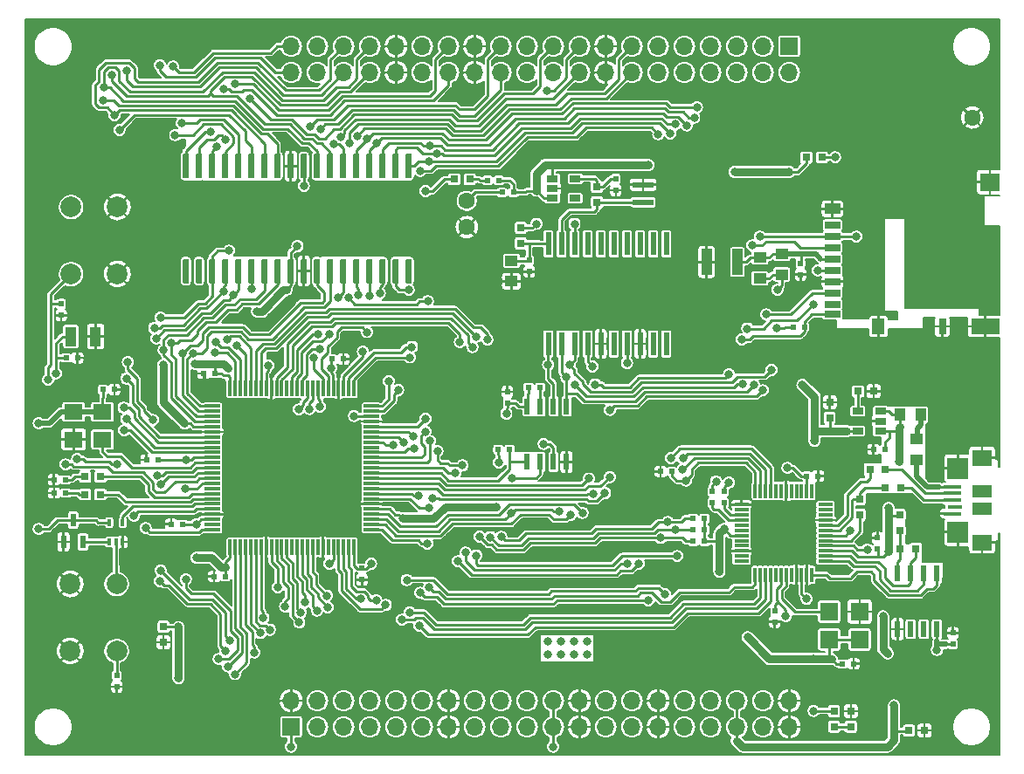
<source format=gtl>
G04 #@! TF.GenerationSoftware,KiCad,Pcbnew,(5.1.2)-1*
G04 #@! TF.CreationDate,2020-06-11T21:16:13+09:00*
G04 #@! TF.ProjectId,o2_breakout,6f325f62-7265-4616-9b6f-75742e6b6963,rev?*
G04 #@! TF.SameCoordinates,Original*
G04 #@! TF.FileFunction,Copper,L1,Top*
G04 #@! TF.FilePolarity,Positive*
%FSLAX46Y46*%
G04 Gerber Fmt 4.6, Leading zero omitted, Abs format (unit mm)*
G04 Created by KiCad (PCBNEW (5.1.2)-1) date 2020-06-11 21:16:13*
%MOMM*%
%LPD*%
G04 APERTURE LIST*
%ADD10R,0.600000X0.500000*%
%ADD11R,1.100000X1.900000*%
%ADD12R,1.060000X0.650000*%
%ADD13R,0.800000X0.750000*%
%ADD14R,1.900000X1.800000*%
%ADD15R,2.800000X1.500000*%
%ADD16R,0.800000X1.500000*%
%ADD17R,1.200000X1.500000*%
%ADD18R,1.500000X1.000000*%
%ADD19R,1.500000X0.700000*%
%ADD20R,1.000000X2.500000*%
%ADD21C,1.600000*%
%ADD22R,0.500000X0.600000*%
%ADD23R,1.250000X1.000000*%
%ADD24R,0.600000X2.250000*%
%ADD25R,1.900000X1.200000*%
%ADD26R,1.750000X0.400000*%
%ADD27R,1.350000X0.400000*%
%ADD28R,1.900000X1.600000*%
%ADD29R,2.000000X2.100000*%
%ADD30C,2.000000*%
%ADD31R,0.600000X1.550000*%
%ADD32C,0.100000*%
%ADD33C,0.600000*%
%ADD34R,0.750000X0.800000*%
%ADD35R,0.400000X0.650000*%
%ADD36R,1.000000X1.250000*%
%ADD37R,1.760000X1.760000*%
%ADD38R,1.400000X0.300000*%
%ADD39R,0.300000X1.400000*%
%ADD40R,0.600000X1.300000*%
%ADD41R,1.800000X1.540000*%
%ADD42R,2.000000X0.600000*%
%ADD43R,1.500000X0.300000*%
%ADD44R,0.300000X1.500000*%
%ADD45R,1.700000X1.700000*%
%ADD46O,1.700000X1.700000*%
%ADD47C,0.800000*%
%ADD48C,0.250000*%
%ADD49C,0.800000*%
%ADD50C,0.500000*%
%ADD51C,0.150000*%
%ADD52C,0.254000*%
G04 APERTURE END LIST*
D10*
X116564500Y-107327700D03*
X115464500Y-107327700D03*
D11*
X108130300Y-89109860D03*
X105720300Y-89109860D03*
D10*
X105256240Y-91191080D03*
X106356240Y-91191080D03*
D12*
X152404900Y-73802200D03*
X152404900Y-74752200D03*
X152404900Y-75702200D03*
X154604900Y-75702200D03*
X154604900Y-73802200D03*
D10*
X147209600Y-73952100D03*
X146109600Y-73952100D03*
D13*
X144374300Y-73863200D03*
X142874300Y-73863200D03*
X176999200Y-71729600D03*
X178499200Y-71729600D03*
D14*
X194776500Y-74136000D03*
D15*
X194326500Y-88136000D03*
D16*
X190176500Y-88136000D03*
D17*
X183976500Y-88136000D03*
D18*
X179526500Y-76736000D03*
D19*
X179526500Y-86936000D03*
X179526500Y-85986000D03*
X179526500Y-84886000D03*
X179526500Y-83786000D03*
X179526500Y-82686000D03*
X179526500Y-81586000D03*
X179526500Y-80486000D03*
X179526500Y-79386000D03*
X179526500Y-78286000D03*
D20*
X170328720Y-81892140D03*
X167328720Y-81892140D03*
D21*
X193065400Y-67868800D03*
X144094200Y-75958700D03*
X144094200Y-78498700D03*
D22*
X110169400Y-121999000D03*
X110169400Y-123099000D03*
D23*
X174604680Y-81095340D03*
X174604680Y-83095340D03*
D10*
X147145920Y-100078540D03*
X148245920Y-100078540D03*
D24*
X151990500Y-89828500D03*
X153260500Y-89828500D03*
X154530500Y-89828500D03*
X155800500Y-89828500D03*
X157070500Y-89828500D03*
X158340500Y-89828500D03*
X159610500Y-89828500D03*
X160880500Y-89828500D03*
X162150500Y-89828500D03*
X163420500Y-89828500D03*
X163420500Y-80128500D03*
X162150500Y-80128500D03*
X160880500Y-80128500D03*
X159610500Y-80128500D03*
X158340500Y-80128500D03*
X157070500Y-80128500D03*
X155800500Y-80128500D03*
X154530500Y-80128500D03*
X153260500Y-80128500D03*
X151990500Y-80128500D03*
D25*
X194038220Y-104143440D03*
X194038220Y-105843440D03*
D26*
X191163220Y-106293440D03*
D27*
X191363220Y-105643440D03*
D26*
X191163220Y-104993440D03*
X191163220Y-104343440D03*
X191163220Y-103693440D03*
D28*
X194038220Y-100893440D03*
X194038220Y-109093440D03*
D29*
X191688220Y-101893440D03*
X191688220Y-108093440D03*
D22*
X169024300Y-105223400D03*
X169024300Y-104123400D03*
X167881300Y-105223400D03*
X167881300Y-104123400D03*
D30*
X110164000Y-119634000D03*
X105664000Y-119634000D03*
X110164000Y-113134000D03*
X105664000Y-113134000D03*
X105736000Y-76555600D03*
X110236000Y-76555600D03*
X105736000Y-83055600D03*
X110236000Y-83055600D03*
D22*
X104797300Y-85952500D03*
X104797300Y-87052500D03*
D31*
X149953980Y-101285020D03*
X151223980Y-101285020D03*
X152493980Y-101285020D03*
X153763980Y-101285020D03*
X153763980Y-95885020D03*
X152493980Y-95885020D03*
X151223980Y-95885020D03*
X149953980Y-95885020D03*
D32*
G36*
X138629703Y-81576722D02*
G01*
X138644264Y-81578882D01*
X138658543Y-81582459D01*
X138672403Y-81587418D01*
X138685710Y-81593712D01*
X138698336Y-81601280D01*
X138710159Y-81610048D01*
X138721066Y-81619934D01*
X138730952Y-81630841D01*
X138739720Y-81642664D01*
X138747288Y-81655290D01*
X138753582Y-81668597D01*
X138758541Y-81682457D01*
X138762118Y-81696736D01*
X138764278Y-81711297D01*
X138765000Y-81726000D01*
X138765000Y-83826000D01*
X138764278Y-83840703D01*
X138762118Y-83855264D01*
X138758541Y-83869543D01*
X138753582Y-83883403D01*
X138747288Y-83896710D01*
X138739720Y-83909336D01*
X138730952Y-83921159D01*
X138721066Y-83932066D01*
X138710159Y-83941952D01*
X138698336Y-83950720D01*
X138685710Y-83958288D01*
X138672403Y-83964582D01*
X138658543Y-83969541D01*
X138644264Y-83973118D01*
X138629703Y-83975278D01*
X138615000Y-83976000D01*
X138315000Y-83976000D01*
X138300297Y-83975278D01*
X138285736Y-83973118D01*
X138271457Y-83969541D01*
X138257597Y-83964582D01*
X138244290Y-83958288D01*
X138231664Y-83950720D01*
X138219841Y-83941952D01*
X138208934Y-83932066D01*
X138199048Y-83921159D01*
X138190280Y-83909336D01*
X138182712Y-83896710D01*
X138176418Y-83883403D01*
X138171459Y-83869543D01*
X138167882Y-83855264D01*
X138165722Y-83840703D01*
X138165000Y-83826000D01*
X138165000Y-81726000D01*
X138165722Y-81711297D01*
X138167882Y-81696736D01*
X138171459Y-81682457D01*
X138176418Y-81668597D01*
X138182712Y-81655290D01*
X138190280Y-81642664D01*
X138199048Y-81630841D01*
X138208934Y-81619934D01*
X138219841Y-81610048D01*
X138231664Y-81601280D01*
X138244290Y-81593712D01*
X138257597Y-81587418D01*
X138271457Y-81582459D01*
X138285736Y-81578882D01*
X138300297Y-81576722D01*
X138315000Y-81576000D01*
X138615000Y-81576000D01*
X138629703Y-81576722D01*
X138629703Y-81576722D01*
G37*
D33*
X138465000Y-82776000D03*
D32*
G36*
X137359703Y-81576722D02*
G01*
X137374264Y-81578882D01*
X137388543Y-81582459D01*
X137402403Y-81587418D01*
X137415710Y-81593712D01*
X137428336Y-81601280D01*
X137440159Y-81610048D01*
X137451066Y-81619934D01*
X137460952Y-81630841D01*
X137469720Y-81642664D01*
X137477288Y-81655290D01*
X137483582Y-81668597D01*
X137488541Y-81682457D01*
X137492118Y-81696736D01*
X137494278Y-81711297D01*
X137495000Y-81726000D01*
X137495000Y-83826000D01*
X137494278Y-83840703D01*
X137492118Y-83855264D01*
X137488541Y-83869543D01*
X137483582Y-83883403D01*
X137477288Y-83896710D01*
X137469720Y-83909336D01*
X137460952Y-83921159D01*
X137451066Y-83932066D01*
X137440159Y-83941952D01*
X137428336Y-83950720D01*
X137415710Y-83958288D01*
X137402403Y-83964582D01*
X137388543Y-83969541D01*
X137374264Y-83973118D01*
X137359703Y-83975278D01*
X137345000Y-83976000D01*
X137045000Y-83976000D01*
X137030297Y-83975278D01*
X137015736Y-83973118D01*
X137001457Y-83969541D01*
X136987597Y-83964582D01*
X136974290Y-83958288D01*
X136961664Y-83950720D01*
X136949841Y-83941952D01*
X136938934Y-83932066D01*
X136929048Y-83921159D01*
X136920280Y-83909336D01*
X136912712Y-83896710D01*
X136906418Y-83883403D01*
X136901459Y-83869543D01*
X136897882Y-83855264D01*
X136895722Y-83840703D01*
X136895000Y-83826000D01*
X136895000Y-81726000D01*
X136895722Y-81711297D01*
X136897882Y-81696736D01*
X136901459Y-81682457D01*
X136906418Y-81668597D01*
X136912712Y-81655290D01*
X136920280Y-81642664D01*
X136929048Y-81630841D01*
X136938934Y-81619934D01*
X136949841Y-81610048D01*
X136961664Y-81601280D01*
X136974290Y-81593712D01*
X136987597Y-81587418D01*
X137001457Y-81582459D01*
X137015736Y-81578882D01*
X137030297Y-81576722D01*
X137045000Y-81576000D01*
X137345000Y-81576000D01*
X137359703Y-81576722D01*
X137359703Y-81576722D01*
G37*
D33*
X137195000Y-82776000D03*
D32*
G36*
X136089703Y-81576722D02*
G01*
X136104264Y-81578882D01*
X136118543Y-81582459D01*
X136132403Y-81587418D01*
X136145710Y-81593712D01*
X136158336Y-81601280D01*
X136170159Y-81610048D01*
X136181066Y-81619934D01*
X136190952Y-81630841D01*
X136199720Y-81642664D01*
X136207288Y-81655290D01*
X136213582Y-81668597D01*
X136218541Y-81682457D01*
X136222118Y-81696736D01*
X136224278Y-81711297D01*
X136225000Y-81726000D01*
X136225000Y-83826000D01*
X136224278Y-83840703D01*
X136222118Y-83855264D01*
X136218541Y-83869543D01*
X136213582Y-83883403D01*
X136207288Y-83896710D01*
X136199720Y-83909336D01*
X136190952Y-83921159D01*
X136181066Y-83932066D01*
X136170159Y-83941952D01*
X136158336Y-83950720D01*
X136145710Y-83958288D01*
X136132403Y-83964582D01*
X136118543Y-83969541D01*
X136104264Y-83973118D01*
X136089703Y-83975278D01*
X136075000Y-83976000D01*
X135775000Y-83976000D01*
X135760297Y-83975278D01*
X135745736Y-83973118D01*
X135731457Y-83969541D01*
X135717597Y-83964582D01*
X135704290Y-83958288D01*
X135691664Y-83950720D01*
X135679841Y-83941952D01*
X135668934Y-83932066D01*
X135659048Y-83921159D01*
X135650280Y-83909336D01*
X135642712Y-83896710D01*
X135636418Y-83883403D01*
X135631459Y-83869543D01*
X135627882Y-83855264D01*
X135625722Y-83840703D01*
X135625000Y-83826000D01*
X135625000Y-81726000D01*
X135625722Y-81711297D01*
X135627882Y-81696736D01*
X135631459Y-81682457D01*
X135636418Y-81668597D01*
X135642712Y-81655290D01*
X135650280Y-81642664D01*
X135659048Y-81630841D01*
X135668934Y-81619934D01*
X135679841Y-81610048D01*
X135691664Y-81601280D01*
X135704290Y-81593712D01*
X135717597Y-81587418D01*
X135731457Y-81582459D01*
X135745736Y-81578882D01*
X135760297Y-81576722D01*
X135775000Y-81576000D01*
X136075000Y-81576000D01*
X136089703Y-81576722D01*
X136089703Y-81576722D01*
G37*
D33*
X135925000Y-82776000D03*
D32*
G36*
X134819703Y-81576722D02*
G01*
X134834264Y-81578882D01*
X134848543Y-81582459D01*
X134862403Y-81587418D01*
X134875710Y-81593712D01*
X134888336Y-81601280D01*
X134900159Y-81610048D01*
X134911066Y-81619934D01*
X134920952Y-81630841D01*
X134929720Y-81642664D01*
X134937288Y-81655290D01*
X134943582Y-81668597D01*
X134948541Y-81682457D01*
X134952118Y-81696736D01*
X134954278Y-81711297D01*
X134955000Y-81726000D01*
X134955000Y-83826000D01*
X134954278Y-83840703D01*
X134952118Y-83855264D01*
X134948541Y-83869543D01*
X134943582Y-83883403D01*
X134937288Y-83896710D01*
X134929720Y-83909336D01*
X134920952Y-83921159D01*
X134911066Y-83932066D01*
X134900159Y-83941952D01*
X134888336Y-83950720D01*
X134875710Y-83958288D01*
X134862403Y-83964582D01*
X134848543Y-83969541D01*
X134834264Y-83973118D01*
X134819703Y-83975278D01*
X134805000Y-83976000D01*
X134505000Y-83976000D01*
X134490297Y-83975278D01*
X134475736Y-83973118D01*
X134461457Y-83969541D01*
X134447597Y-83964582D01*
X134434290Y-83958288D01*
X134421664Y-83950720D01*
X134409841Y-83941952D01*
X134398934Y-83932066D01*
X134389048Y-83921159D01*
X134380280Y-83909336D01*
X134372712Y-83896710D01*
X134366418Y-83883403D01*
X134361459Y-83869543D01*
X134357882Y-83855264D01*
X134355722Y-83840703D01*
X134355000Y-83826000D01*
X134355000Y-81726000D01*
X134355722Y-81711297D01*
X134357882Y-81696736D01*
X134361459Y-81682457D01*
X134366418Y-81668597D01*
X134372712Y-81655290D01*
X134380280Y-81642664D01*
X134389048Y-81630841D01*
X134398934Y-81619934D01*
X134409841Y-81610048D01*
X134421664Y-81601280D01*
X134434290Y-81593712D01*
X134447597Y-81587418D01*
X134461457Y-81582459D01*
X134475736Y-81578882D01*
X134490297Y-81576722D01*
X134505000Y-81576000D01*
X134805000Y-81576000D01*
X134819703Y-81576722D01*
X134819703Y-81576722D01*
G37*
D33*
X134655000Y-82776000D03*
D32*
G36*
X133549703Y-81576722D02*
G01*
X133564264Y-81578882D01*
X133578543Y-81582459D01*
X133592403Y-81587418D01*
X133605710Y-81593712D01*
X133618336Y-81601280D01*
X133630159Y-81610048D01*
X133641066Y-81619934D01*
X133650952Y-81630841D01*
X133659720Y-81642664D01*
X133667288Y-81655290D01*
X133673582Y-81668597D01*
X133678541Y-81682457D01*
X133682118Y-81696736D01*
X133684278Y-81711297D01*
X133685000Y-81726000D01*
X133685000Y-83826000D01*
X133684278Y-83840703D01*
X133682118Y-83855264D01*
X133678541Y-83869543D01*
X133673582Y-83883403D01*
X133667288Y-83896710D01*
X133659720Y-83909336D01*
X133650952Y-83921159D01*
X133641066Y-83932066D01*
X133630159Y-83941952D01*
X133618336Y-83950720D01*
X133605710Y-83958288D01*
X133592403Y-83964582D01*
X133578543Y-83969541D01*
X133564264Y-83973118D01*
X133549703Y-83975278D01*
X133535000Y-83976000D01*
X133235000Y-83976000D01*
X133220297Y-83975278D01*
X133205736Y-83973118D01*
X133191457Y-83969541D01*
X133177597Y-83964582D01*
X133164290Y-83958288D01*
X133151664Y-83950720D01*
X133139841Y-83941952D01*
X133128934Y-83932066D01*
X133119048Y-83921159D01*
X133110280Y-83909336D01*
X133102712Y-83896710D01*
X133096418Y-83883403D01*
X133091459Y-83869543D01*
X133087882Y-83855264D01*
X133085722Y-83840703D01*
X133085000Y-83826000D01*
X133085000Y-81726000D01*
X133085722Y-81711297D01*
X133087882Y-81696736D01*
X133091459Y-81682457D01*
X133096418Y-81668597D01*
X133102712Y-81655290D01*
X133110280Y-81642664D01*
X133119048Y-81630841D01*
X133128934Y-81619934D01*
X133139841Y-81610048D01*
X133151664Y-81601280D01*
X133164290Y-81593712D01*
X133177597Y-81587418D01*
X133191457Y-81582459D01*
X133205736Y-81578882D01*
X133220297Y-81576722D01*
X133235000Y-81576000D01*
X133535000Y-81576000D01*
X133549703Y-81576722D01*
X133549703Y-81576722D01*
G37*
D33*
X133385000Y-82776000D03*
D32*
G36*
X132279703Y-81576722D02*
G01*
X132294264Y-81578882D01*
X132308543Y-81582459D01*
X132322403Y-81587418D01*
X132335710Y-81593712D01*
X132348336Y-81601280D01*
X132360159Y-81610048D01*
X132371066Y-81619934D01*
X132380952Y-81630841D01*
X132389720Y-81642664D01*
X132397288Y-81655290D01*
X132403582Y-81668597D01*
X132408541Y-81682457D01*
X132412118Y-81696736D01*
X132414278Y-81711297D01*
X132415000Y-81726000D01*
X132415000Y-83826000D01*
X132414278Y-83840703D01*
X132412118Y-83855264D01*
X132408541Y-83869543D01*
X132403582Y-83883403D01*
X132397288Y-83896710D01*
X132389720Y-83909336D01*
X132380952Y-83921159D01*
X132371066Y-83932066D01*
X132360159Y-83941952D01*
X132348336Y-83950720D01*
X132335710Y-83958288D01*
X132322403Y-83964582D01*
X132308543Y-83969541D01*
X132294264Y-83973118D01*
X132279703Y-83975278D01*
X132265000Y-83976000D01*
X131965000Y-83976000D01*
X131950297Y-83975278D01*
X131935736Y-83973118D01*
X131921457Y-83969541D01*
X131907597Y-83964582D01*
X131894290Y-83958288D01*
X131881664Y-83950720D01*
X131869841Y-83941952D01*
X131858934Y-83932066D01*
X131849048Y-83921159D01*
X131840280Y-83909336D01*
X131832712Y-83896710D01*
X131826418Y-83883403D01*
X131821459Y-83869543D01*
X131817882Y-83855264D01*
X131815722Y-83840703D01*
X131815000Y-83826000D01*
X131815000Y-81726000D01*
X131815722Y-81711297D01*
X131817882Y-81696736D01*
X131821459Y-81682457D01*
X131826418Y-81668597D01*
X131832712Y-81655290D01*
X131840280Y-81642664D01*
X131849048Y-81630841D01*
X131858934Y-81619934D01*
X131869841Y-81610048D01*
X131881664Y-81601280D01*
X131894290Y-81593712D01*
X131907597Y-81587418D01*
X131921457Y-81582459D01*
X131935736Y-81578882D01*
X131950297Y-81576722D01*
X131965000Y-81576000D01*
X132265000Y-81576000D01*
X132279703Y-81576722D01*
X132279703Y-81576722D01*
G37*
D33*
X132115000Y-82776000D03*
D32*
G36*
X131009703Y-81576722D02*
G01*
X131024264Y-81578882D01*
X131038543Y-81582459D01*
X131052403Y-81587418D01*
X131065710Y-81593712D01*
X131078336Y-81601280D01*
X131090159Y-81610048D01*
X131101066Y-81619934D01*
X131110952Y-81630841D01*
X131119720Y-81642664D01*
X131127288Y-81655290D01*
X131133582Y-81668597D01*
X131138541Y-81682457D01*
X131142118Y-81696736D01*
X131144278Y-81711297D01*
X131145000Y-81726000D01*
X131145000Y-83826000D01*
X131144278Y-83840703D01*
X131142118Y-83855264D01*
X131138541Y-83869543D01*
X131133582Y-83883403D01*
X131127288Y-83896710D01*
X131119720Y-83909336D01*
X131110952Y-83921159D01*
X131101066Y-83932066D01*
X131090159Y-83941952D01*
X131078336Y-83950720D01*
X131065710Y-83958288D01*
X131052403Y-83964582D01*
X131038543Y-83969541D01*
X131024264Y-83973118D01*
X131009703Y-83975278D01*
X130995000Y-83976000D01*
X130695000Y-83976000D01*
X130680297Y-83975278D01*
X130665736Y-83973118D01*
X130651457Y-83969541D01*
X130637597Y-83964582D01*
X130624290Y-83958288D01*
X130611664Y-83950720D01*
X130599841Y-83941952D01*
X130588934Y-83932066D01*
X130579048Y-83921159D01*
X130570280Y-83909336D01*
X130562712Y-83896710D01*
X130556418Y-83883403D01*
X130551459Y-83869543D01*
X130547882Y-83855264D01*
X130545722Y-83840703D01*
X130545000Y-83826000D01*
X130545000Y-81726000D01*
X130545722Y-81711297D01*
X130547882Y-81696736D01*
X130551459Y-81682457D01*
X130556418Y-81668597D01*
X130562712Y-81655290D01*
X130570280Y-81642664D01*
X130579048Y-81630841D01*
X130588934Y-81619934D01*
X130599841Y-81610048D01*
X130611664Y-81601280D01*
X130624290Y-81593712D01*
X130637597Y-81587418D01*
X130651457Y-81582459D01*
X130665736Y-81578882D01*
X130680297Y-81576722D01*
X130695000Y-81576000D01*
X130995000Y-81576000D01*
X131009703Y-81576722D01*
X131009703Y-81576722D01*
G37*
D33*
X130845000Y-82776000D03*
D32*
G36*
X129739703Y-81576722D02*
G01*
X129754264Y-81578882D01*
X129768543Y-81582459D01*
X129782403Y-81587418D01*
X129795710Y-81593712D01*
X129808336Y-81601280D01*
X129820159Y-81610048D01*
X129831066Y-81619934D01*
X129840952Y-81630841D01*
X129849720Y-81642664D01*
X129857288Y-81655290D01*
X129863582Y-81668597D01*
X129868541Y-81682457D01*
X129872118Y-81696736D01*
X129874278Y-81711297D01*
X129875000Y-81726000D01*
X129875000Y-83826000D01*
X129874278Y-83840703D01*
X129872118Y-83855264D01*
X129868541Y-83869543D01*
X129863582Y-83883403D01*
X129857288Y-83896710D01*
X129849720Y-83909336D01*
X129840952Y-83921159D01*
X129831066Y-83932066D01*
X129820159Y-83941952D01*
X129808336Y-83950720D01*
X129795710Y-83958288D01*
X129782403Y-83964582D01*
X129768543Y-83969541D01*
X129754264Y-83973118D01*
X129739703Y-83975278D01*
X129725000Y-83976000D01*
X129425000Y-83976000D01*
X129410297Y-83975278D01*
X129395736Y-83973118D01*
X129381457Y-83969541D01*
X129367597Y-83964582D01*
X129354290Y-83958288D01*
X129341664Y-83950720D01*
X129329841Y-83941952D01*
X129318934Y-83932066D01*
X129309048Y-83921159D01*
X129300280Y-83909336D01*
X129292712Y-83896710D01*
X129286418Y-83883403D01*
X129281459Y-83869543D01*
X129277882Y-83855264D01*
X129275722Y-83840703D01*
X129275000Y-83826000D01*
X129275000Y-81726000D01*
X129275722Y-81711297D01*
X129277882Y-81696736D01*
X129281459Y-81682457D01*
X129286418Y-81668597D01*
X129292712Y-81655290D01*
X129300280Y-81642664D01*
X129309048Y-81630841D01*
X129318934Y-81619934D01*
X129329841Y-81610048D01*
X129341664Y-81601280D01*
X129354290Y-81593712D01*
X129367597Y-81587418D01*
X129381457Y-81582459D01*
X129395736Y-81578882D01*
X129410297Y-81576722D01*
X129425000Y-81576000D01*
X129725000Y-81576000D01*
X129739703Y-81576722D01*
X129739703Y-81576722D01*
G37*
D33*
X129575000Y-82776000D03*
D32*
G36*
X128469703Y-81576722D02*
G01*
X128484264Y-81578882D01*
X128498543Y-81582459D01*
X128512403Y-81587418D01*
X128525710Y-81593712D01*
X128538336Y-81601280D01*
X128550159Y-81610048D01*
X128561066Y-81619934D01*
X128570952Y-81630841D01*
X128579720Y-81642664D01*
X128587288Y-81655290D01*
X128593582Y-81668597D01*
X128598541Y-81682457D01*
X128602118Y-81696736D01*
X128604278Y-81711297D01*
X128605000Y-81726000D01*
X128605000Y-83826000D01*
X128604278Y-83840703D01*
X128602118Y-83855264D01*
X128598541Y-83869543D01*
X128593582Y-83883403D01*
X128587288Y-83896710D01*
X128579720Y-83909336D01*
X128570952Y-83921159D01*
X128561066Y-83932066D01*
X128550159Y-83941952D01*
X128538336Y-83950720D01*
X128525710Y-83958288D01*
X128512403Y-83964582D01*
X128498543Y-83969541D01*
X128484264Y-83973118D01*
X128469703Y-83975278D01*
X128455000Y-83976000D01*
X128155000Y-83976000D01*
X128140297Y-83975278D01*
X128125736Y-83973118D01*
X128111457Y-83969541D01*
X128097597Y-83964582D01*
X128084290Y-83958288D01*
X128071664Y-83950720D01*
X128059841Y-83941952D01*
X128048934Y-83932066D01*
X128039048Y-83921159D01*
X128030280Y-83909336D01*
X128022712Y-83896710D01*
X128016418Y-83883403D01*
X128011459Y-83869543D01*
X128007882Y-83855264D01*
X128005722Y-83840703D01*
X128005000Y-83826000D01*
X128005000Y-81726000D01*
X128005722Y-81711297D01*
X128007882Y-81696736D01*
X128011459Y-81682457D01*
X128016418Y-81668597D01*
X128022712Y-81655290D01*
X128030280Y-81642664D01*
X128039048Y-81630841D01*
X128048934Y-81619934D01*
X128059841Y-81610048D01*
X128071664Y-81601280D01*
X128084290Y-81593712D01*
X128097597Y-81587418D01*
X128111457Y-81582459D01*
X128125736Y-81578882D01*
X128140297Y-81576722D01*
X128155000Y-81576000D01*
X128455000Y-81576000D01*
X128469703Y-81576722D01*
X128469703Y-81576722D01*
G37*
D33*
X128305000Y-82776000D03*
D32*
G36*
X127199703Y-81576722D02*
G01*
X127214264Y-81578882D01*
X127228543Y-81582459D01*
X127242403Y-81587418D01*
X127255710Y-81593712D01*
X127268336Y-81601280D01*
X127280159Y-81610048D01*
X127291066Y-81619934D01*
X127300952Y-81630841D01*
X127309720Y-81642664D01*
X127317288Y-81655290D01*
X127323582Y-81668597D01*
X127328541Y-81682457D01*
X127332118Y-81696736D01*
X127334278Y-81711297D01*
X127335000Y-81726000D01*
X127335000Y-83826000D01*
X127334278Y-83840703D01*
X127332118Y-83855264D01*
X127328541Y-83869543D01*
X127323582Y-83883403D01*
X127317288Y-83896710D01*
X127309720Y-83909336D01*
X127300952Y-83921159D01*
X127291066Y-83932066D01*
X127280159Y-83941952D01*
X127268336Y-83950720D01*
X127255710Y-83958288D01*
X127242403Y-83964582D01*
X127228543Y-83969541D01*
X127214264Y-83973118D01*
X127199703Y-83975278D01*
X127185000Y-83976000D01*
X126885000Y-83976000D01*
X126870297Y-83975278D01*
X126855736Y-83973118D01*
X126841457Y-83969541D01*
X126827597Y-83964582D01*
X126814290Y-83958288D01*
X126801664Y-83950720D01*
X126789841Y-83941952D01*
X126778934Y-83932066D01*
X126769048Y-83921159D01*
X126760280Y-83909336D01*
X126752712Y-83896710D01*
X126746418Y-83883403D01*
X126741459Y-83869543D01*
X126737882Y-83855264D01*
X126735722Y-83840703D01*
X126735000Y-83826000D01*
X126735000Y-81726000D01*
X126735722Y-81711297D01*
X126737882Y-81696736D01*
X126741459Y-81682457D01*
X126746418Y-81668597D01*
X126752712Y-81655290D01*
X126760280Y-81642664D01*
X126769048Y-81630841D01*
X126778934Y-81619934D01*
X126789841Y-81610048D01*
X126801664Y-81601280D01*
X126814290Y-81593712D01*
X126827597Y-81587418D01*
X126841457Y-81582459D01*
X126855736Y-81578882D01*
X126870297Y-81576722D01*
X126885000Y-81576000D01*
X127185000Y-81576000D01*
X127199703Y-81576722D01*
X127199703Y-81576722D01*
G37*
D33*
X127035000Y-82776000D03*
D32*
G36*
X125929703Y-81576722D02*
G01*
X125944264Y-81578882D01*
X125958543Y-81582459D01*
X125972403Y-81587418D01*
X125985710Y-81593712D01*
X125998336Y-81601280D01*
X126010159Y-81610048D01*
X126021066Y-81619934D01*
X126030952Y-81630841D01*
X126039720Y-81642664D01*
X126047288Y-81655290D01*
X126053582Y-81668597D01*
X126058541Y-81682457D01*
X126062118Y-81696736D01*
X126064278Y-81711297D01*
X126065000Y-81726000D01*
X126065000Y-83826000D01*
X126064278Y-83840703D01*
X126062118Y-83855264D01*
X126058541Y-83869543D01*
X126053582Y-83883403D01*
X126047288Y-83896710D01*
X126039720Y-83909336D01*
X126030952Y-83921159D01*
X126021066Y-83932066D01*
X126010159Y-83941952D01*
X125998336Y-83950720D01*
X125985710Y-83958288D01*
X125972403Y-83964582D01*
X125958543Y-83969541D01*
X125944264Y-83973118D01*
X125929703Y-83975278D01*
X125915000Y-83976000D01*
X125615000Y-83976000D01*
X125600297Y-83975278D01*
X125585736Y-83973118D01*
X125571457Y-83969541D01*
X125557597Y-83964582D01*
X125544290Y-83958288D01*
X125531664Y-83950720D01*
X125519841Y-83941952D01*
X125508934Y-83932066D01*
X125499048Y-83921159D01*
X125490280Y-83909336D01*
X125482712Y-83896710D01*
X125476418Y-83883403D01*
X125471459Y-83869543D01*
X125467882Y-83855264D01*
X125465722Y-83840703D01*
X125465000Y-83826000D01*
X125465000Y-81726000D01*
X125465722Y-81711297D01*
X125467882Y-81696736D01*
X125471459Y-81682457D01*
X125476418Y-81668597D01*
X125482712Y-81655290D01*
X125490280Y-81642664D01*
X125499048Y-81630841D01*
X125508934Y-81619934D01*
X125519841Y-81610048D01*
X125531664Y-81601280D01*
X125544290Y-81593712D01*
X125557597Y-81587418D01*
X125571457Y-81582459D01*
X125585736Y-81578882D01*
X125600297Y-81576722D01*
X125615000Y-81576000D01*
X125915000Y-81576000D01*
X125929703Y-81576722D01*
X125929703Y-81576722D01*
G37*
D33*
X125765000Y-82776000D03*
D32*
G36*
X124659703Y-81576722D02*
G01*
X124674264Y-81578882D01*
X124688543Y-81582459D01*
X124702403Y-81587418D01*
X124715710Y-81593712D01*
X124728336Y-81601280D01*
X124740159Y-81610048D01*
X124751066Y-81619934D01*
X124760952Y-81630841D01*
X124769720Y-81642664D01*
X124777288Y-81655290D01*
X124783582Y-81668597D01*
X124788541Y-81682457D01*
X124792118Y-81696736D01*
X124794278Y-81711297D01*
X124795000Y-81726000D01*
X124795000Y-83826000D01*
X124794278Y-83840703D01*
X124792118Y-83855264D01*
X124788541Y-83869543D01*
X124783582Y-83883403D01*
X124777288Y-83896710D01*
X124769720Y-83909336D01*
X124760952Y-83921159D01*
X124751066Y-83932066D01*
X124740159Y-83941952D01*
X124728336Y-83950720D01*
X124715710Y-83958288D01*
X124702403Y-83964582D01*
X124688543Y-83969541D01*
X124674264Y-83973118D01*
X124659703Y-83975278D01*
X124645000Y-83976000D01*
X124345000Y-83976000D01*
X124330297Y-83975278D01*
X124315736Y-83973118D01*
X124301457Y-83969541D01*
X124287597Y-83964582D01*
X124274290Y-83958288D01*
X124261664Y-83950720D01*
X124249841Y-83941952D01*
X124238934Y-83932066D01*
X124229048Y-83921159D01*
X124220280Y-83909336D01*
X124212712Y-83896710D01*
X124206418Y-83883403D01*
X124201459Y-83869543D01*
X124197882Y-83855264D01*
X124195722Y-83840703D01*
X124195000Y-83826000D01*
X124195000Y-81726000D01*
X124195722Y-81711297D01*
X124197882Y-81696736D01*
X124201459Y-81682457D01*
X124206418Y-81668597D01*
X124212712Y-81655290D01*
X124220280Y-81642664D01*
X124229048Y-81630841D01*
X124238934Y-81619934D01*
X124249841Y-81610048D01*
X124261664Y-81601280D01*
X124274290Y-81593712D01*
X124287597Y-81587418D01*
X124301457Y-81582459D01*
X124315736Y-81578882D01*
X124330297Y-81576722D01*
X124345000Y-81576000D01*
X124645000Y-81576000D01*
X124659703Y-81576722D01*
X124659703Y-81576722D01*
G37*
D33*
X124495000Y-82776000D03*
D32*
G36*
X123389703Y-81576722D02*
G01*
X123404264Y-81578882D01*
X123418543Y-81582459D01*
X123432403Y-81587418D01*
X123445710Y-81593712D01*
X123458336Y-81601280D01*
X123470159Y-81610048D01*
X123481066Y-81619934D01*
X123490952Y-81630841D01*
X123499720Y-81642664D01*
X123507288Y-81655290D01*
X123513582Y-81668597D01*
X123518541Y-81682457D01*
X123522118Y-81696736D01*
X123524278Y-81711297D01*
X123525000Y-81726000D01*
X123525000Y-83826000D01*
X123524278Y-83840703D01*
X123522118Y-83855264D01*
X123518541Y-83869543D01*
X123513582Y-83883403D01*
X123507288Y-83896710D01*
X123499720Y-83909336D01*
X123490952Y-83921159D01*
X123481066Y-83932066D01*
X123470159Y-83941952D01*
X123458336Y-83950720D01*
X123445710Y-83958288D01*
X123432403Y-83964582D01*
X123418543Y-83969541D01*
X123404264Y-83973118D01*
X123389703Y-83975278D01*
X123375000Y-83976000D01*
X123075000Y-83976000D01*
X123060297Y-83975278D01*
X123045736Y-83973118D01*
X123031457Y-83969541D01*
X123017597Y-83964582D01*
X123004290Y-83958288D01*
X122991664Y-83950720D01*
X122979841Y-83941952D01*
X122968934Y-83932066D01*
X122959048Y-83921159D01*
X122950280Y-83909336D01*
X122942712Y-83896710D01*
X122936418Y-83883403D01*
X122931459Y-83869543D01*
X122927882Y-83855264D01*
X122925722Y-83840703D01*
X122925000Y-83826000D01*
X122925000Y-81726000D01*
X122925722Y-81711297D01*
X122927882Y-81696736D01*
X122931459Y-81682457D01*
X122936418Y-81668597D01*
X122942712Y-81655290D01*
X122950280Y-81642664D01*
X122959048Y-81630841D01*
X122968934Y-81619934D01*
X122979841Y-81610048D01*
X122991664Y-81601280D01*
X123004290Y-81593712D01*
X123017597Y-81587418D01*
X123031457Y-81582459D01*
X123045736Y-81578882D01*
X123060297Y-81576722D01*
X123075000Y-81576000D01*
X123375000Y-81576000D01*
X123389703Y-81576722D01*
X123389703Y-81576722D01*
G37*
D33*
X123225000Y-82776000D03*
D32*
G36*
X122119703Y-81576722D02*
G01*
X122134264Y-81578882D01*
X122148543Y-81582459D01*
X122162403Y-81587418D01*
X122175710Y-81593712D01*
X122188336Y-81601280D01*
X122200159Y-81610048D01*
X122211066Y-81619934D01*
X122220952Y-81630841D01*
X122229720Y-81642664D01*
X122237288Y-81655290D01*
X122243582Y-81668597D01*
X122248541Y-81682457D01*
X122252118Y-81696736D01*
X122254278Y-81711297D01*
X122255000Y-81726000D01*
X122255000Y-83826000D01*
X122254278Y-83840703D01*
X122252118Y-83855264D01*
X122248541Y-83869543D01*
X122243582Y-83883403D01*
X122237288Y-83896710D01*
X122229720Y-83909336D01*
X122220952Y-83921159D01*
X122211066Y-83932066D01*
X122200159Y-83941952D01*
X122188336Y-83950720D01*
X122175710Y-83958288D01*
X122162403Y-83964582D01*
X122148543Y-83969541D01*
X122134264Y-83973118D01*
X122119703Y-83975278D01*
X122105000Y-83976000D01*
X121805000Y-83976000D01*
X121790297Y-83975278D01*
X121775736Y-83973118D01*
X121761457Y-83969541D01*
X121747597Y-83964582D01*
X121734290Y-83958288D01*
X121721664Y-83950720D01*
X121709841Y-83941952D01*
X121698934Y-83932066D01*
X121689048Y-83921159D01*
X121680280Y-83909336D01*
X121672712Y-83896710D01*
X121666418Y-83883403D01*
X121661459Y-83869543D01*
X121657882Y-83855264D01*
X121655722Y-83840703D01*
X121655000Y-83826000D01*
X121655000Y-81726000D01*
X121655722Y-81711297D01*
X121657882Y-81696736D01*
X121661459Y-81682457D01*
X121666418Y-81668597D01*
X121672712Y-81655290D01*
X121680280Y-81642664D01*
X121689048Y-81630841D01*
X121698934Y-81619934D01*
X121709841Y-81610048D01*
X121721664Y-81601280D01*
X121734290Y-81593712D01*
X121747597Y-81587418D01*
X121761457Y-81582459D01*
X121775736Y-81578882D01*
X121790297Y-81576722D01*
X121805000Y-81576000D01*
X122105000Y-81576000D01*
X122119703Y-81576722D01*
X122119703Y-81576722D01*
G37*
D33*
X121955000Y-82776000D03*
D32*
G36*
X120849703Y-81576722D02*
G01*
X120864264Y-81578882D01*
X120878543Y-81582459D01*
X120892403Y-81587418D01*
X120905710Y-81593712D01*
X120918336Y-81601280D01*
X120930159Y-81610048D01*
X120941066Y-81619934D01*
X120950952Y-81630841D01*
X120959720Y-81642664D01*
X120967288Y-81655290D01*
X120973582Y-81668597D01*
X120978541Y-81682457D01*
X120982118Y-81696736D01*
X120984278Y-81711297D01*
X120985000Y-81726000D01*
X120985000Y-83826000D01*
X120984278Y-83840703D01*
X120982118Y-83855264D01*
X120978541Y-83869543D01*
X120973582Y-83883403D01*
X120967288Y-83896710D01*
X120959720Y-83909336D01*
X120950952Y-83921159D01*
X120941066Y-83932066D01*
X120930159Y-83941952D01*
X120918336Y-83950720D01*
X120905710Y-83958288D01*
X120892403Y-83964582D01*
X120878543Y-83969541D01*
X120864264Y-83973118D01*
X120849703Y-83975278D01*
X120835000Y-83976000D01*
X120535000Y-83976000D01*
X120520297Y-83975278D01*
X120505736Y-83973118D01*
X120491457Y-83969541D01*
X120477597Y-83964582D01*
X120464290Y-83958288D01*
X120451664Y-83950720D01*
X120439841Y-83941952D01*
X120428934Y-83932066D01*
X120419048Y-83921159D01*
X120410280Y-83909336D01*
X120402712Y-83896710D01*
X120396418Y-83883403D01*
X120391459Y-83869543D01*
X120387882Y-83855264D01*
X120385722Y-83840703D01*
X120385000Y-83826000D01*
X120385000Y-81726000D01*
X120385722Y-81711297D01*
X120387882Y-81696736D01*
X120391459Y-81682457D01*
X120396418Y-81668597D01*
X120402712Y-81655290D01*
X120410280Y-81642664D01*
X120419048Y-81630841D01*
X120428934Y-81619934D01*
X120439841Y-81610048D01*
X120451664Y-81601280D01*
X120464290Y-81593712D01*
X120477597Y-81587418D01*
X120491457Y-81582459D01*
X120505736Y-81578882D01*
X120520297Y-81576722D01*
X120535000Y-81576000D01*
X120835000Y-81576000D01*
X120849703Y-81576722D01*
X120849703Y-81576722D01*
G37*
D33*
X120685000Y-82776000D03*
D32*
G36*
X119579703Y-81576722D02*
G01*
X119594264Y-81578882D01*
X119608543Y-81582459D01*
X119622403Y-81587418D01*
X119635710Y-81593712D01*
X119648336Y-81601280D01*
X119660159Y-81610048D01*
X119671066Y-81619934D01*
X119680952Y-81630841D01*
X119689720Y-81642664D01*
X119697288Y-81655290D01*
X119703582Y-81668597D01*
X119708541Y-81682457D01*
X119712118Y-81696736D01*
X119714278Y-81711297D01*
X119715000Y-81726000D01*
X119715000Y-83826000D01*
X119714278Y-83840703D01*
X119712118Y-83855264D01*
X119708541Y-83869543D01*
X119703582Y-83883403D01*
X119697288Y-83896710D01*
X119689720Y-83909336D01*
X119680952Y-83921159D01*
X119671066Y-83932066D01*
X119660159Y-83941952D01*
X119648336Y-83950720D01*
X119635710Y-83958288D01*
X119622403Y-83964582D01*
X119608543Y-83969541D01*
X119594264Y-83973118D01*
X119579703Y-83975278D01*
X119565000Y-83976000D01*
X119265000Y-83976000D01*
X119250297Y-83975278D01*
X119235736Y-83973118D01*
X119221457Y-83969541D01*
X119207597Y-83964582D01*
X119194290Y-83958288D01*
X119181664Y-83950720D01*
X119169841Y-83941952D01*
X119158934Y-83932066D01*
X119149048Y-83921159D01*
X119140280Y-83909336D01*
X119132712Y-83896710D01*
X119126418Y-83883403D01*
X119121459Y-83869543D01*
X119117882Y-83855264D01*
X119115722Y-83840703D01*
X119115000Y-83826000D01*
X119115000Y-81726000D01*
X119115722Y-81711297D01*
X119117882Y-81696736D01*
X119121459Y-81682457D01*
X119126418Y-81668597D01*
X119132712Y-81655290D01*
X119140280Y-81642664D01*
X119149048Y-81630841D01*
X119158934Y-81619934D01*
X119169841Y-81610048D01*
X119181664Y-81601280D01*
X119194290Y-81593712D01*
X119207597Y-81587418D01*
X119221457Y-81582459D01*
X119235736Y-81578882D01*
X119250297Y-81576722D01*
X119265000Y-81576000D01*
X119565000Y-81576000D01*
X119579703Y-81576722D01*
X119579703Y-81576722D01*
G37*
D33*
X119415000Y-82776000D03*
D32*
G36*
X118309703Y-81576722D02*
G01*
X118324264Y-81578882D01*
X118338543Y-81582459D01*
X118352403Y-81587418D01*
X118365710Y-81593712D01*
X118378336Y-81601280D01*
X118390159Y-81610048D01*
X118401066Y-81619934D01*
X118410952Y-81630841D01*
X118419720Y-81642664D01*
X118427288Y-81655290D01*
X118433582Y-81668597D01*
X118438541Y-81682457D01*
X118442118Y-81696736D01*
X118444278Y-81711297D01*
X118445000Y-81726000D01*
X118445000Y-83826000D01*
X118444278Y-83840703D01*
X118442118Y-83855264D01*
X118438541Y-83869543D01*
X118433582Y-83883403D01*
X118427288Y-83896710D01*
X118419720Y-83909336D01*
X118410952Y-83921159D01*
X118401066Y-83932066D01*
X118390159Y-83941952D01*
X118378336Y-83950720D01*
X118365710Y-83958288D01*
X118352403Y-83964582D01*
X118338543Y-83969541D01*
X118324264Y-83973118D01*
X118309703Y-83975278D01*
X118295000Y-83976000D01*
X117995000Y-83976000D01*
X117980297Y-83975278D01*
X117965736Y-83973118D01*
X117951457Y-83969541D01*
X117937597Y-83964582D01*
X117924290Y-83958288D01*
X117911664Y-83950720D01*
X117899841Y-83941952D01*
X117888934Y-83932066D01*
X117879048Y-83921159D01*
X117870280Y-83909336D01*
X117862712Y-83896710D01*
X117856418Y-83883403D01*
X117851459Y-83869543D01*
X117847882Y-83855264D01*
X117845722Y-83840703D01*
X117845000Y-83826000D01*
X117845000Y-81726000D01*
X117845722Y-81711297D01*
X117847882Y-81696736D01*
X117851459Y-81682457D01*
X117856418Y-81668597D01*
X117862712Y-81655290D01*
X117870280Y-81642664D01*
X117879048Y-81630841D01*
X117888934Y-81619934D01*
X117899841Y-81610048D01*
X117911664Y-81601280D01*
X117924290Y-81593712D01*
X117937597Y-81587418D01*
X117951457Y-81582459D01*
X117965736Y-81578882D01*
X117980297Y-81576722D01*
X117995000Y-81576000D01*
X118295000Y-81576000D01*
X118309703Y-81576722D01*
X118309703Y-81576722D01*
G37*
D33*
X118145000Y-82776000D03*
D32*
G36*
X117039703Y-81576722D02*
G01*
X117054264Y-81578882D01*
X117068543Y-81582459D01*
X117082403Y-81587418D01*
X117095710Y-81593712D01*
X117108336Y-81601280D01*
X117120159Y-81610048D01*
X117131066Y-81619934D01*
X117140952Y-81630841D01*
X117149720Y-81642664D01*
X117157288Y-81655290D01*
X117163582Y-81668597D01*
X117168541Y-81682457D01*
X117172118Y-81696736D01*
X117174278Y-81711297D01*
X117175000Y-81726000D01*
X117175000Y-83826000D01*
X117174278Y-83840703D01*
X117172118Y-83855264D01*
X117168541Y-83869543D01*
X117163582Y-83883403D01*
X117157288Y-83896710D01*
X117149720Y-83909336D01*
X117140952Y-83921159D01*
X117131066Y-83932066D01*
X117120159Y-83941952D01*
X117108336Y-83950720D01*
X117095710Y-83958288D01*
X117082403Y-83964582D01*
X117068543Y-83969541D01*
X117054264Y-83973118D01*
X117039703Y-83975278D01*
X117025000Y-83976000D01*
X116725000Y-83976000D01*
X116710297Y-83975278D01*
X116695736Y-83973118D01*
X116681457Y-83969541D01*
X116667597Y-83964582D01*
X116654290Y-83958288D01*
X116641664Y-83950720D01*
X116629841Y-83941952D01*
X116618934Y-83932066D01*
X116609048Y-83921159D01*
X116600280Y-83909336D01*
X116592712Y-83896710D01*
X116586418Y-83883403D01*
X116581459Y-83869543D01*
X116577882Y-83855264D01*
X116575722Y-83840703D01*
X116575000Y-83826000D01*
X116575000Y-81726000D01*
X116575722Y-81711297D01*
X116577882Y-81696736D01*
X116581459Y-81682457D01*
X116586418Y-81668597D01*
X116592712Y-81655290D01*
X116600280Y-81642664D01*
X116609048Y-81630841D01*
X116618934Y-81619934D01*
X116629841Y-81610048D01*
X116641664Y-81601280D01*
X116654290Y-81593712D01*
X116667597Y-81587418D01*
X116681457Y-81582459D01*
X116695736Y-81578882D01*
X116710297Y-81576722D01*
X116725000Y-81576000D01*
X117025000Y-81576000D01*
X117039703Y-81576722D01*
X117039703Y-81576722D01*
G37*
D33*
X116875000Y-82776000D03*
D32*
G36*
X117039703Y-71376722D02*
G01*
X117054264Y-71378882D01*
X117068543Y-71382459D01*
X117082403Y-71387418D01*
X117095710Y-71393712D01*
X117108336Y-71401280D01*
X117120159Y-71410048D01*
X117131066Y-71419934D01*
X117140952Y-71430841D01*
X117149720Y-71442664D01*
X117157288Y-71455290D01*
X117163582Y-71468597D01*
X117168541Y-71482457D01*
X117172118Y-71496736D01*
X117174278Y-71511297D01*
X117175000Y-71526000D01*
X117175000Y-73626000D01*
X117174278Y-73640703D01*
X117172118Y-73655264D01*
X117168541Y-73669543D01*
X117163582Y-73683403D01*
X117157288Y-73696710D01*
X117149720Y-73709336D01*
X117140952Y-73721159D01*
X117131066Y-73732066D01*
X117120159Y-73741952D01*
X117108336Y-73750720D01*
X117095710Y-73758288D01*
X117082403Y-73764582D01*
X117068543Y-73769541D01*
X117054264Y-73773118D01*
X117039703Y-73775278D01*
X117025000Y-73776000D01*
X116725000Y-73776000D01*
X116710297Y-73775278D01*
X116695736Y-73773118D01*
X116681457Y-73769541D01*
X116667597Y-73764582D01*
X116654290Y-73758288D01*
X116641664Y-73750720D01*
X116629841Y-73741952D01*
X116618934Y-73732066D01*
X116609048Y-73721159D01*
X116600280Y-73709336D01*
X116592712Y-73696710D01*
X116586418Y-73683403D01*
X116581459Y-73669543D01*
X116577882Y-73655264D01*
X116575722Y-73640703D01*
X116575000Y-73626000D01*
X116575000Y-71526000D01*
X116575722Y-71511297D01*
X116577882Y-71496736D01*
X116581459Y-71482457D01*
X116586418Y-71468597D01*
X116592712Y-71455290D01*
X116600280Y-71442664D01*
X116609048Y-71430841D01*
X116618934Y-71419934D01*
X116629841Y-71410048D01*
X116641664Y-71401280D01*
X116654290Y-71393712D01*
X116667597Y-71387418D01*
X116681457Y-71382459D01*
X116695736Y-71378882D01*
X116710297Y-71376722D01*
X116725000Y-71376000D01*
X117025000Y-71376000D01*
X117039703Y-71376722D01*
X117039703Y-71376722D01*
G37*
D33*
X116875000Y-72576000D03*
D32*
G36*
X118309703Y-71376722D02*
G01*
X118324264Y-71378882D01*
X118338543Y-71382459D01*
X118352403Y-71387418D01*
X118365710Y-71393712D01*
X118378336Y-71401280D01*
X118390159Y-71410048D01*
X118401066Y-71419934D01*
X118410952Y-71430841D01*
X118419720Y-71442664D01*
X118427288Y-71455290D01*
X118433582Y-71468597D01*
X118438541Y-71482457D01*
X118442118Y-71496736D01*
X118444278Y-71511297D01*
X118445000Y-71526000D01*
X118445000Y-73626000D01*
X118444278Y-73640703D01*
X118442118Y-73655264D01*
X118438541Y-73669543D01*
X118433582Y-73683403D01*
X118427288Y-73696710D01*
X118419720Y-73709336D01*
X118410952Y-73721159D01*
X118401066Y-73732066D01*
X118390159Y-73741952D01*
X118378336Y-73750720D01*
X118365710Y-73758288D01*
X118352403Y-73764582D01*
X118338543Y-73769541D01*
X118324264Y-73773118D01*
X118309703Y-73775278D01*
X118295000Y-73776000D01*
X117995000Y-73776000D01*
X117980297Y-73775278D01*
X117965736Y-73773118D01*
X117951457Y-73769541D01*
X117937597Y-73764582D01*
X117924290Y-73758288D01*
X117911664Y-73750720D01*
X117899841Y-73741952D01*
X117888934Y-73732066D01*
X117879048Y-73721159D01*
X117870280Y-73709336D01*
X117862712Y-73696710D01*
X117856418Y-73683403D01*
X117851459Y-73669543D01*
X117847882Y-73655264D01*
X117845722Y-73640703D01*
X117845000Y-73626000D01*
X117845000Y-71526000D01*
X117845722Y-71511297D01*
X117847882Y-71496736D01*
X117851459Y-71482457D01*
X117856418Y-71468597D01*
X117862712Y-71455290D01*
X117870280Y-71442664D01*
X117879048Y-71430841D01*
X117888934Y-71419934D01*
X117899841Y-71410048D01*
X117911664Y-71401280D01*
X117924290Y-71393712D01*
X117937597Y-71387418D01*
X117951457Y-71382459D01*
X117965736Y-71378882D01*
X117980297Y-71376722D01*
X117995000Y-71376000D01*
X118295000Y-71376000D01*
X118309703Y-71376722D01*
X118309703Y-71376722D01*
G37*
D33*
X118145000Y-72576000D03*
D32*
G36*
X119579703Y-71376722D02*
G01*
X119594264Y-71378882D01*
X119608543Y-71382459D01*
X119622403Y-71387418D01*
X119635710Y-71393712D01*
X119648336Y-71401280D01*
X119660159Y-71410048D01*
X119671066Y-71419934D01*
X119680952Y-71430841D01*
X119689720Y-71442664D01*
X119697288Y-71455290D01*
X119703582Y-71468597D01*
X119708541Y-71482457D01*
X119712118Y-71496736D01*
X119714278Y-71511297D01*
X119715000Y-71526000D01*
X119715000Y-73626000D01*
X119714278Y-73640703D01*
X119712118Y-73655264D01*
X119708541Y-73669543D01*
X119703582Y-73683403D01*
X119697288Y-73696710D01*
X119689720Y-73709336D01*
X119680952Y-73721159D01*
X119671066Y-73732066D01*
X119660159Y-73741952D01*
X119648336Y-73750720D01*
X119635710Y-73758288D01*
X119622403Y-73764582D01*
X119608543Y-73769541D01*
X119594264Y-73773118D01*
X119579703Y-73775278D01*
X119565000Y-73776000D01*
X119265000Y-73776000D01*
X119250297Y-73775278D01*
X119235736Y-73773118D01*
X119221457Y-73769541D01*
X119207597Y-73764582D01*
X119194290Y-73758288D01*
X119181664Y-73750720D01*
X119169841Y-73741952D01*
X119158934Y-73732066D01*
X119149048Y-73721159D01*
X119140280Y-73709336D01*
X119132712Y-73696710D01*
X119126418Y-73683403D01*
X119121459Y-73669543D01*
X119117882Y-73655264D01*
X119115722Y-73640703D01*
X119115000Y-73626000D01*
X119115000Y-71526000D01*
X119115722Y-71511297D01*
X119117882Y-71496736D01*
X119121459Y-71482457D01*
X119126418Y-71468597D01*
X119132712Y-71455290D01*
X119140280Y-71442664D01*
X119149048Y-71430841D01*
X119158934Y-71419934D01*
X119169841Y-71410048D01*
X119181664Y-71401280D01*
X119194290Y-71393712D01*
X119207597Y-71387418D01*
X119221457Y-71382459D01*
X119235736Y-71378882D01*
X119250297Y-71376722D01*
X119265000Y-71376000D01*
X119565000Y-71376000D01*
X119579703Y-71376722D01*
X119579703Y-71376722D01*
G37*
D33*
X119415000Y-72576000D03*
D32*
G36*
X120849703Y-71376722D02*
G01*
X120864264Y-71378882D01*
X120878543Y-71382459D01*
X120892403Y-71387418D01*
X120905710Y-71393712D01*
X120918336Y-71401280D01*
X120930159Y-71410048D01*
X120941066Y-71419934D01*
X120950952Y-71430841D01*
X120959720Y-71442664D01*
X120967288Y-71455290D01*
X120973582Y-71468597D01*
X120978541Y-71482457D01*
X120982118Y-71496736D01*
X120984278Y-71511297D01*
X120985000Y-71526000D01*
X120985000Y-73626000D01*
X120984278Y-73640703D01*
X120982118Y-73655264D01*
X120978541Y-73669543D01*
X120973582Y-73683403D01*
X120967288Y-73696710D01*
X120959720Y-73709336D01*
X120950952Y-73721159D01*
X120941066Y-73732066D01*
X120930159Y-73741952D01*
X120918336Y-73750720D01*
X120905710Y-73758288D01*
X120892403Y-73764582D01*
X120878543Y-73769541D01*
X120864264Y-73773118D01*
X120849703Y-73775278D01*
X120835000Y-73776000D01*
X120535000Y-73776000D01*
X120520297Y-73775278D01*
X120505736Y-73773118D01*
X120491457Y-73769541D01*
X120477597Y-73764582D01*
X120464290Y-73758288D01*
X120451664Y-73750720D01*
X120439841Y-73741952D01*
X120428934Y-73732066D01*
X120419048Y-73721159D01*
X120410280Y-73709336D01*
X120402712Y-73696710D01*
X120396418Y-73683403D01*
X120391459Y-73669543D01*
X120387882Y-73655264D01*
X120385722Y-73640703D01*
X120385000Y-73626000D01*
X120385000Y-71526000D01*
X120385722Y-71511297D01*
X120387882Y-71496736D01*
X120391459Y-71482457D01*
X120396418Y-71468597D01*
X120402712Y-71455290D01*
X120410280Y-71442664D01*
X120419048Y-71430841D01*
X120428934Y-71419934D01*
X120439841Y-71410048D01*
X120451664Y-71401280D01*
X120464290Y-71393712D01*
X120477597Y-71387418D01*
X120491457Y-71382459D01*
X120505736Y-71378882D01*
X120520297Y-71376722D01*
X120535000Y-71376000D01*
X120835000Y-71376000D01*
X120849703Y-71376722D01*
X120849703Y-71376722D01*
G37*
D33*
X120685000Y-72576000D03*
D32*
G36*
X122119703Y-71376722D02*
G01*
X122134264Y-71378882D01*
X122148543Y-71382459D01*
X122162403Y-71387418D01*
X122175710Y-71393712D01*
X122188336Y-71401280D01*
X122200159Y-71410048D01*
X122211066Y-71419934D01*
X122220952Y-71430841D01*
X122229720Y-71442664D01*
X122237288Y-71455290D01*
X122243582Y-71468597D01*
X122248541Y-71482457D01*
X122252118Y-71496736D01*
X122254278Y-71511297D01*
X122255000Y-71526000D01*
X122255000Y-73626000D01*
X122254278Y-73640703D01*
X122252118Y-73655264D01*
X122248541Y-73669543D01*
X122243582Y-73683403D01*
X122237288Y-73696710D01*
X122229720Y-73709336D01*
X122220952Y-73721159D01*
X122211066Y-73732066D01*
X122200159Y-73741952D01*
X122188336Y-73750720D01*
X122175710Y-73758288D01*
X122162403Y-73764582D01*
X122148543Y-73769541D01*
X122134264Y-73773118D01*
X122119703Y-73775278D01*
X122105000Y-73776000D01*
X121805000Y-73776000D01*
X121790297Y-73775278D01*
X121775736Y-73773118D01*
X121761457Y-73769541D01*
X121747597Y-73764582D01*
X121734290Y-73758288D01*
X121721664Y-73750720D01*
X121709841Y-73741952D01*
X121698934Y-73732066D01*
X121689048Y-73721159D01*
X121680280Y-73709336D01*
X121672712Y-73696710D01*
X121666418Y-73683403D01*
X121661459Y-73669543D01*
X121657882Y-73655264D01*
X121655722Y-73640703D01*
X121655000Y-73626000D01*
X121655000Y-71526000D01*
X121655722Y-71511297D01*
X121657882Y-71496736D01*
X121661459Y-71482457D01*
X121666418Y-71468597D01*
X121672712Y-71455290D01*
X121680280Y-71442664D01*
X121689048Y-71430841D01*
X121698934Y-71419934D01*
X121709841Y-71410048D01*
X121721664Y-71401280D01*
X121734290Y-71393712D01*
X121747597Y-71387418D01*
X121761457Y-71382459D01*
X121775736Y-71378882D01*
X121790297Y-71376722D01*
X121805000Y-71376000D01*
X122105000Y-71376000D01*
X122119703Y-71376722D01*
X122119703Y-71376722D01*
G37*
D33*
X121955000Y-72576000D03*
D32*
G36*
X123389703Y-71376722D02*
G01*
X123404264Y-71378882D01*
X123418543Y-71382459D01*
X123432403Y-71387418D01*
X123445710Y-71393712D01*
X123458336Y-71401280D01*
X123470159Y-71410048D01*
X123481066Y-71419934D01*
X123490952Y-71430841D01*
X123499720Y-71442664D01*
X123507288Y-71455290D01*
X123513582Y-71468597D01*
X123518541Y-71482457D01*
X123522118Y-71496736D01*
X123524278Y-71511297D01*
X123525000Y-71526000D01*
X123525000Y-73626000D01*
X123524278Y-73640703D01*
X123522118Y-73655264D01*
X123518541Y-73669543D01*
X123513582Y-73683403D01*
X123507288Y-73696710D01*
X123499720Y-73709336D01*
X123490952Y-73721159D01*
X123481066Y-73732066D01*
X123470159Y-73741952D01*
X123458336Y-73750720D01*
X123445710Y-73758288D01*
X123432403Y-73764582D01*
X123418543Y-73769541D01*
X123404264Y-73773118D01*
X123389703Y-73775278D01*
X123375000Y-73776000D01*
X123075000Y-73776000D01*
X123060297Y-73775278D01*
X123045736Y-73773118D01*
X123031457Y-73769541D01*
X123017597Y-73764582D01*
X123004290Y-73758288D01*
X122991664Y-73750720D01*
X122979841Y-73741952D01*
X122968934Y-73732066D01*
X122959048Y-73721159D01*
X122950280Y-73709336D01*
X122942712Y-73696710D01*
X122936418Y-73683403D01*
X122931459Y-73669543D01*
X122927882Y-73655264D01*
X122925722Y-73640703D01*
X122925000Y-73626000D01*
X122925000Y-71526000D01*
X122925722Y-71511297D01*
X122927882Y-71496736D01*
X122931459Y-71482457D01*
X122936418Y-71468597D01*
X122942712Y-71455290D01*
X122950280Y-71442664D01*
X122959048Y-71430841D01*
X122968934Y-71419934D01*
X122979841Y-71410048D01*
X122991664Y-71401280D01*
X123004290Y-71393712D01*
X123017597Y-71387418D01*
X123031457Y-71382459D01*
X123045736Y-71378882D01*
X123060297Y-71376722D01*
X123075000Y-71376000D01*
X123375000Y-71376000D01*
X123389703Y-71376722D01*
X123389703Y-71376722D01*
G37*
D33*
X123225000Y-72576000D03*
D32*
G36*
X124659703Y-71376722D02*
G01*
X124674264Y-71378882D01*
X124688543Y-71382459D01*
X124702403Y-71387418D01*
X124715710Y-71393712D01*
X124728336Y-71401280D01*
X124740159Y-71410048D01*
X124751066Y-71419934D01*
X124760952Y-71430841D01*
X124769720Y-71442664D01*
X124777288Y-71455290D01*
X124783582Y-71468597D01*
X124788541Y-71482457D01*
X124792118Y-71496736D01*
X124794278Y-71511297D01*
X124795000Y-71526000D01*
X124795000Y-73626000D01*
X124794278Y-73640703D01*
X124792118Y-73655264D01*
X124788541Y-73669543D01*
X124783582Y-73683403D01*
X124777288Y-73696710D01*
X124769720Y-73709336D01*
X124760952Y-73721159D01*
X124751066Y-73732066D01*
X124740159Y-73741952D01*
X124728336Y-73750720D01*
X124715710Y-73758288D01*
X124702403Y-73764582D01*
X124688543Y-73769541D01*
X124674264Y-73773118D01*
X124659703Y-73775278D01*
X124645000Y-73776000D01*
X124345000Y-73776000D01*
X124330297Y-73775278D01*
X124315736Y-73773118D01*
X124301457Y-73769541D01*
X124287597Y-73764582D01*
X124274290Y-73758288D01*
X124261664Y-73750720D01*
X124249841Y-73741952D01*
X124238934Y-73732066D01*
X124229048Y-73721159D01*
X124220280Y-73709336D01*
X124212712Y-73696710D01*
X124206418Y-73683403D01*
X124201459Y-73669543D01*
X124197882Y-73655264D01*
X124195722Y-73640703D01*
X124195000Y-73626000D01*
X124195000Y-71526000D01*
X124195722Y-71511297D01*
X124197882Y-71496736D01*
X124201459Y-71482457D01*
X124206418Y-71468597D01*
X124212712Y-71455290D01*
X124220280Y-71442664D01*
X124229048Y-71430841D01*
X124238934Y-71419934D01*
X124249841Y-71410048D01*
X124261664Y-71401280D01*
X124274290Y-71393712D01*
X124287597Y-71387418D01*
X124301457Y-71382459D01*
X124315736Y-71378882D01*
X124330297Y-71376722D01*
X124345000Y-71376000D01*
X124645000Y-71376000D01*
X124659703Y-71376722D01*
X124659703Y-71376722D01*
G37*
D33*
X124495000Y-72576000D03*
D32*
G36*
X125929703Y-71376722D02*
G01*
X125944264Y-71378882D01*
X125958543Y-71382459D01*
X125972403Y-71387418D01*
X125985710Y-71393712D01*
X125998336Y-71401280D01*
X126010159Y-71410048D01*
X126021066Y-71419934D01*
X126030952Y-71430841D01*
X126039720Y-71442664D01*
X126047288Y-71455290D01*
X126053582Y-71468597D01*
X126058541Y-71482457D01*
X126062118Y-71496736D01*
X126064278Y-71511297D01*
X126065000Y-71526000D01*
X126065000Y-73626000D01*
X126064278Y-73640703D01*
X126062118Y-73655264D01*
X126058541Y-73669543D01*
X126053582Y-73683403D01*
X126047288Y-73696710D01*
X126039720Y-73709336D01*
X126030952Y-73721159D01*
X126021066Y-73732066D01*
X126010159Y-73741952D01*
X125998336Y-73750720D01*
X125985710Y-73758288D01*
X125972403Y-73764582D01*
X125958543Y-73769541D01*
X125944264Y-73773118D01*
X125929703Y-73775278D01*
X125915000Y-73776000D01*
X125615000Y-73776000D01*
X125600297Y-73775278D01*
X125585736Y-73773118D01*
X125571457Y-73769541D01*
X125557597Y-73764582D01*
X125544290Y-73758288D01*
X125531664Y-73750720D01*
X125519841Y-73741952D01*
X125508934Y-73732066D01*
X125499048Y-73721159D01*
X125490280Y-73709336D01*
X125482712Y-73696710D01*
X125476418Y-73683403D01*
X125471459Y-73669543D01*
X125467882Y-73655264D01*
X125465722Y-73640703D01*
X125465000Y-73626000D01*
X125465000Y-71526000D01*
X125465722Y-71511297D01*
X125467882Y-71496736D01*
X125471459Y-71482457D01*
X125476418Y-71468597D01*
X125482712Y-71455290D01*
X125490280Y-71442664D01*
X125499048Y-71430841D01*
X125508934Y-71419934D01*
X125519841Y-71410048D01*
X125531664Y-71401280D01*
X125544290Y-71393712D01*
X125557597Y-71387418D01*
X125571457Y-71382459D01*
X125585736Y-71378882D01*
X125600297Y-71376722D01*
X125615000Y-71376000D01*
X125915000Y-71376000D01*
X125929703Y-71376722D01*
X125929703Y-71376722D01*
G37*
D33*
X125765000Y-72576000D03*
D32*
G36*
X127199703Y-71376722D02*
G01*
X127214264Y-71378882D01*
X127228543Y-71382459D01*
X127242403Y-71387418D01*
X127255710Y-71393712D01*
X127268336Y-71401280D01*
X127280159Y-71410048D01*
X127291066Y-71419934D01*
X127300952Y-71430841D01*
X127309720Y-71442664D01*
X127317288Y-71455290D01*
X127323582Y-71468597D01*
X127328541Y-71482457D01*
X127332118Y-71496736D01*
X127334278Y-71511297D01*
X127335000Y-71526000D01*
X127335000Y-73626000D01*
X127334278Y-73640703D01*
X127332118Y-73655264D01*
X127328541Y-73669543D01*
X127323582Y-73683403D01*
X127317288Y-73696710D01*
X127309720Y-73709336D01*
X127300952Y-73721159D01*
X127291066Y-73732066D01*
X127280159Y-73741952D01*
X127268336Y-73750720D01*
X127255710Y-73758288D01*
X127242403Y-73764582D01*
X127228543Y-73769541D01*
X127214264Y-73773118D01*
X127199703Y-73775278D01*
X127185000Y-73776000D01*
X126885000Y-73776000D01*
X126870297Y-73775278D01*
X126855736Y-73773118D01*
X126841457Y-73769541D01*
X126827597Y-73764582D01*
X126814290Y-73758288D01*
X126801664Y-73750720D01*
X126789841Y-73741952D01*
X126778934Y-73732066D01*
X126769048Y-73721159D01*
X126760280Y-73709336D01*
X126752712Y-73696710D01*
X126746418Y-73683403D01*
X126741459Y-73669543D01*
X126737882Y-73655264D01*
X126735722Y-73640703D01*
X126735000Y-73626000D01*
X126735000Y-71526000D01*
X126735722Y-71511297D01*
X126737882Y-71496736D01*
X126741459Y-71482457D01*
X126746418Y-71468597D01*
X126752712Y-71455290D01*
X126760280Y-71442664D01*
X126769048Y-71430841D01*
X126778934Y-71419934D01*
X126789841Y-71410048D01*
X126801664Y-71401280D01*
X126814290Y-71393712D01*
X126827597Y-71387418D01*
X126841457Y-71382459D01*
X126855736Y-71378882D01*
X126870297Y-71376722D01*
X126885000Y-71376000D01*
X127185000Y-71376000D01*
X127199703Y-71376722D01*
X127199703Y-71376722D01*
G37*
D33*
X127035000Y-72576000D03*
D32*
G36*
X128469703Y-71376722D02*
G01*
X128484264Y-71378882D01*
X128498543Y-71382459D01*
X128512403Y-71387418D01*
X128525710Y-71393712D01*
X128538336Y-71401280D01*
X128550159Y-71410048D01*
X128561066Y-71419934D01*
X128570952Y-71430841D01*
X128579720Y-71442664D01*
X128587288Y-71455290D01*
X128593582Y-71468597D01*
X128598541Y-71482457D01*
X128602118Y-71496736D01*
X128604278Y-71511297D01*
X128605000Y-71526000D01*
X128605000Y-73626000D01*
X128604278Y-73640703D01*
X128602118Y-73655264D01*
X128598541Y-73669543D01*
X128593582Y-73683403D01*
X128587288Y-73696710D01*
X128579720Y-73709336D01*
X128570952Y-73721159D01*
X128561066Y-73732066D01*
X128550159Y-73741952D01*
X128538336Y-73750720D01*
X128525710Y-73758288D01*
X128512403Y-73764582D01*
X128498543Y-73769541D01*
X128484264Y-73773118D01*
X128469703Y-73775278D01*
X128455000Y-73776000D01*
X128155000Y-73776000D01*
X128140297Y-73775278D01*
X128125736Y-73773118D01*
X128111457Y-73769541D01*
X128097597Y-73764582D01*
X128084290Y-73758288D01*
X128071664Y-73750720D01*
X128059841Y-73741952D01*
X128048934Y-73732066D01*
X128039048Y-73721159D01*
X128030280Y-73709336D01*
X128022712Y-73696710D01*
X128016418Y-73683403D01*
X128011459Y-73669543D01*
X128007882Y-73655264D01*
X128005722Y-73640703D01*
X128005000Y-73626000D01*
X128005000Y-71526000D01*
X128005722Y-71511297D01*
X128007882Y-71496736D01*
X128011459Y-71482457D01*
X128016418Y-71468597D01*
X128022712Y-71455290D01*
X128030280Y-71442664D01*
X128039048Y-71430841D01*
X128048934Y-71419934D01*
X128059841Y-71410048D01*
X128071664Y-71401280D01*
X128084290Y-71393712D01*
X128097597Y-71387418D01*
X128111457Y-71382459D01*
X128125736Y-71378882D01*
X128140297Y-71376722D01*
X128155000Y-71376000D01*
X128455000Y-71376000D01*
X128469703Y-71376722D01*
X128469703Y-71376722D01*
G37*
D33*
X128305000Y-72576000D03*
D32*
G36*
X129739703Y-71376722D02*
G01*
X129754264Y-71378882D01*
X129768543Y-71382459D01*
X129782403Y-71387418D01*
X129795710Y-71393712D01*
X129808336Y-71401280D01*
X129820159Y-71410048D01*
X129831066Y-71419934D01*
X129840952Y-71430841D01*
X129849720Y-71442664D01*
X129857288Y-71455290D01*
X129863582Y-71468597D01*
X129868541Y-71482457D01*
X129872118Y-71496736D01*
X129874278Y-71511297D01*
X129875000Y-71526000D01*
X129875000Y-73626000D01*
X129874278Y-73640703D01*
X129872118Y-73655264D01*
X129868541Y-73669543D01*
X129863582Y-73683403D01*
X129857288Y-73696710D01*
X129849720Y-73709336D01*
X129840952Y-73721159D01*
X129831066Y-73732066D01*
X129820159Y-73741952D01*
X129808336Y-73750720D01*
X129795710Y-73758288D01*
X129782403Y-73764582D01*
X129768543Y-73769541D01*
X129754264Y-73773118D01*
X129739703Y-73775278D01*
X129725000Y-73776000D01*
X129425000Y-73776000D01*
X129410297Y-73775278D01*
X129395736Y-73773118D01*
X129381457Y-73769541D01*
X129367597Y-73764582D01*
X129354290Y-73758288D01*
X129341664Y-73750720D01*
X129329841Y-73741952D01*
X129318934Y-73732066D01*
X129309048Y-73721159D01*
X129300280Y-73709336D01*
X129292712Y-73696710D01*
X129286418Y-73683403D01*
X129281459Y-73669543D01*
X129277882Y-73655264D01*
X129275722Y-73640703D01*
X129275000Y-73626000D01*
X129275000Y-71526000D01*
X129275722Y-71511297D01*
X129277882Y-71496736D01*
X129281459Y-71482457D01*
X129286418Y-71468597D01*
X129292712Y-71455290D01*
X129300280Y-71442664D01*
X129309048Y-71430841D01*
X129318934Y-71419934D01*
X129329841Y-71410048D01*
X129341664Y-71401280D01*
X129354290Y-71393712D01*
X129367597Y-71387418D01*
X129381457Y-71382459D01*
X129395736Y-71378882D01*
X129410297Y-71376722D01*
X129425000Y-71376000D01*
X129725000Y-71376000D01*
X129739703Y-71376722D01*
X129739703Y-71376722D01*
G37*
D33*
X129575000Y-72576000D03*
D32*
G36*
X131009703Y-71376722D02*
G01*
X131024264Y-71378882D01*
X131038543Y-71382459D01*
X131052403Y-71387418D01*
X131065710Y-71393712D01*
X131078336Y-71401280D01*
X131090159Y-71410048D01*
X131101066Y-71419934D01*
X131110952Y-71430841D01*
X131119720Y-71442664D01*
X131127288Y-71455290D01*
X131133582Y-71468597D01*
X131138541Y-71482457D01*
X131142118Y-71496736D01*
X131144278Y-71511297D01*
X131145000Y-71526000D01*
X131145000Y-73626000D01*
X131144278Y-73640703D01*
X131142118Y-73655264D01*
X131138541Y-73669543D01*
X131133582Y-73683403D01*
X131127288Y-73696710D01*
X131119720Y-73709336D01*
X131110952Y-73721159D01*
X131101066Y-73732066D01*
X131090159Y-73741952D01*
X131078336Y-73750720D01*
X131065710Y-73758288D01*
X131052403Y-73764582D01*
X131038543Y-73769541D01*
X131024264Y-73773118D01*
X131009703Y-73775278D01*
X130995000Y-73776000D01*
X130695000Y-73776000D01*
X130680297Y-73775278D01*
X130665736Y-73773118D01*
X130651457Y-73769541D01*
X130637597Y-73764582D01*
X130624290Y-73758288D01*
X130611664Y-73750720D01*
X130599841Y-73741952D01*
X130588934Y-73732066D01*
X130579048Y-73721159D01*
X130570280Y-73709336D01*
X130562712Y-73696710D01*
X130556418Y-73683403D01*
X130551459Y-73669543D01*
X130547882Y-73655264D01*
X130545722Y-73640703D01*
X130545000Y-73626000D01*
X130545000Y-71526000D01*
X130545722Y-71511297D01*
X130547882Y-71496736D01*
X130551459Y-71482457D01*
X130556418Y-71468597D01*
X130562712Y-71455290D01*
X130570280Y-71442664D01*
X130579048Y-71430841D01*
X130588934Y-71419934D01*
X130599841Y-71410048D01*
X130611664Y-71401280D01*
X130624290Y-71393712D01*
X130637597Y-71387418D01*
X130651457Y-71382459D01*
X130665736Y-71378882D01*
X130680297Y-71376722D01*
X130695000Y-71376000D01*
X130995000Y-71376000D01*
X131009703Y-71376722D01*
X131009703Y-71376722D01*
G37*
D33*
X130845000Y-72576000D03*
D32*
G36*
X132279703Y-71376722D02*
G01*
X132294264Y-71378882D01*
X132308543Y-71382459D01*
X132322403Y-71387418D01*
X132335710Y-71393712D01*
X132348336Y-71401280D01*
X132360159Y-71410048D01*
X132371066Y-71419934D01*
X132380952Y-71430841D01*
X132389720Y-71442664D01*
X132397288Y-71455290D01*
X132403582Y-71468597D01*
X132408541Y-71482457D01*
X132412118Y-71496736D01*
X132414278Y-71511297D01*
X132415000Y-71526000D01*
X132415000Y-73626000D01*
X132414278Y-73640703D01*
X132412118Y-73655264D01*
X132408541Y-73669543D01*
X132403582Y-73683403D01*
X132397288Y-73696710D01*
X132389720Y-73709336D01*
X132380952Y-73721159D01*
X132371066Y-73732066D01*
X132360159Y-73741952D01*
X132348336Y-73750720D01*
X132335710Y-73758288D01*
X132322403Y-73764582D01*
X132308543Y-73769541D01*
X132294264Y-73773118D01*
X132279703Y-73775278D01*
X132265000Y-73776000D01*
X131965000Y-73776000D01*
X131950297Y-73775278D01*
X131935736Y-73773118D01*
X131921457Y-73769541D01*
X131907597Y-73764582D01*
X131894290Y-73758288D01*
X131881664Y-73750720D01*
X131869841Y-73741952D01*
X131858934Y-73732066D01*
X131849048Y-73721159D01*
X131840280Y-73709336D01*
X131832712Y-73696710D01*
X131826418Y-73683403D01*
X131821459Y-73669543D01*
X131817882Y-73655264D01*
X131815722Y-73640703D01*
X131815000Y-73626000D01*
X131815000Y-71526000D01*
X131815722Y-71511297D01*
X131817882Y-71496736D01*
X131821459Y-71482457D01*
X131826418Y-71468597D01*
X131832712Y-71455290D01*
X131840280Y-71442664D01*
X131849048Y-71430841D01*
X131858934Y-71419934D01*
X131869841Y-71410048D01*
X131881664Y-71401280D01*
X131894290Y-71393712D01*
X131907597Y-71387418D01*
X131921457Y-71382459D01*
X131935736Y-71378882D01*
X131950297Y-71376722D01*
X131965000Y-71376000D01*
X132265000Y-71376000D01*
X132279703Y-71376722D01*
X132279703Y-71376722D01*
G37*
D33*
X132115000Y-72576000D03*
D32*
G36*
X133549703Y-71376722D02*
G01*
X133564264Y-71378882D01*
X133578543Y-71382459D01*
X133592403Y-71387418D01*
X133605710Y-71393712D01*
X133618336Y-71401280D01*
X133630159Y-71410048D01*
X133641066Y-71419934D01*
X133650952Y-71430841D01*
X133659720Y-71442664D01*
X133667288Y-71455290D01*
X133673582Y-71468597D01*
X133678541Y-71482457D01*
X133682118Y-71496736D01*
X133684278Y-71511297D01*
X133685000Y-71526000D01*
X133685000Y-73626000D01*
X133684278Y-73640703D01*
X133682118Y-73655264D01*
X133678541Y-73669543D01*
X133673582Y-73683403D01*
X133667288Y-73696710D01*
X133659720Y-73709336D01*
X133650952Y-73721159D01*
X133641066Y-73732066D01*
X133630159Y-73741952D01*
X133618336Y-73750720D01*
X133605710Y-73758288D01*
X133592403Y-73764582D01*
X133578543Y-73769541D01*
X133564264Y-73773118D01*
X133549703Y-73775278D01*
X133535000Y-73776000D01*
X133235000Y-73776000D01*
X133220297Y-73775278D01*
X133205736Y-73773118D01*
X133191457Y-73769541D01*
X133177597Y-73764582D01*
X133164290Y-73758288D01*
X133151664Y-73750720D01*
X133139841Y-73741952D01*
X133128934Y-73732066D01*
X133119048Y-73721159D01*
X133110280Y-73709336D01*
X133102712Y-73696710D01*
X133096418Y-73683403D01*
X133091459Y-73669543D01*
X133087882Y-73655264D01*
X133085722Y-73640703D01*
X133085000Y-73626000D01*
X133085000Y-71526000D01*
X133085722Y-71511297D01*
X133087882Y-71496736D01*
X133091459Y-71482457D01*
X133096418Y-71468597D01*
X133102712Y-71455290D01*
X133110280Y-71442664D01*
X133119048Y-71430841D01*
X133128934Y-71419934D01*
X133139841Y-71410048D01*
X133151664Y-71401280D01*
X133164290Y-71393712D01*
X133177597Y-71387418D01*
X133191457Y-71382459D01*
X133205736Y-71378882D01*
X133220297Y-71376722D01*
X133235000Y-71376000D01*
X133535000Y-71376000D01*
X133549703Y-71376722D01*
X133549703Y-71376722D01*
G37*
D33*
X133385000Y-72576000D03*
D32*
G36*
X134819703Y-71376722D02*
G01*
X134834264Y-71378882D01*
X134848543Y-71382459D01*
X134862403Y-71387418D01*
X134875710Y-71393712D01*
X134888336Y-71401280D01*
X134900159Y-71410048D01*
X134911066Y-71419934D01*
X134920952Y-71430841D01*
X134929720Y-71442664D01*
X134937288Y-71455290D01*
X134943582Y-71468597D01*
X134948541Y-71482457D01*
X134952118Y-71496736D01*
X134954278Y-71511297D01*
X134955000Y-71526000D01*
X134955000Y-73626000D01*
X134954278Y-73640703D01*
X134952118Y-73655264D01*
X134948541Y-73669543D01*
X134943582Y-73683403D01*
X134937288Y-73696710D01*
X134929720Y-73709336D01*
X134920952Y-73721159D01*
X134911066Y-73732066D01*
X134900159Y-73741952D01*
X134888336Y-73750720D01*
X134875710Y-73758288D01*
X134862403Y-73764582D01*
X134848543Y-73769541D01*
X134834264Y-73773118D01*
X134819703Y-73775278D01*
X134805000Y-73776000D01*
X134505000Y-73776000D01*
X134490297Y-73775278D01*
X134475736Y-73773118D01*
X134461457Y-73769541D01*
X134447597Y-73764582D01*
X134434290Y-73758288D01*
X134421664Y-73750720D01*
X134409841Y-73741952D01*
X134398934Y-73732066D01*
X134389048Y-73721159D01*
X134380280Y-73709336D01*
X134372712Y-73696710D01*
X134366418Y-73683403D01*
X134361459Y-73669543D01*
X134357882Y-73655264D01*
X134355722Y-73640703D01*
X134355000Y-73626000D01*
X134355000Y-71526000D01*
X134355722Y-71511297D01*
X134357882Y-71496736D01*
X134361459Y-71482457D01*
X134366418Y-71468597D01*
X134372712Y-71455290D01*
X134380280Y-71442664D01*
X134389048Y-71430841D01*
X134398934Y-71419934D01*
X134409841Y-71410048D01*
X134421664Y-71401280D01*
X134434290Y-71393712D01*
X134447597Y-71387418D01*
X134461457Y-71382459D01*
X134475736Y-71378882D01*
X134490297Y-71376722D01*
X134505000Y-71376000D01*
X134805000Y-71376000D01*
X134819703Y-71376722D01*
X134819703Y-71376722D01*
G37*
D33*
X134655000Y-72576000D03*
D32*
G36*
X136089703Y-71376722D02*
G01*
X136104264Y-71378882D01*
X136118543Y-71382459D01*
X136132403Y-71387418D01*
X136145710Y-71393712D01*
X136158336Y-71401280D01*
X136170159Y-71410048D01*
X136181066Y-71419934D01*
X136190952Y-71430841D01*
X136199720Y-71442664D01*
X136207288Y-71455290D01*
X136213582Y-71468597D01*
X136218541Y-71482457D01*
X136222118Y-71496736D01*
X136224278Y-71511297D01*
X136225000Y-71526000D01*
X136225000Y-73626000D01*
X136224278Y-73640703D01*
X136222118Y-73655264D01*
X136218541Y-73669543D01*
X136213582Y-73683403D01*
X136207288Y-73696710D01*
X136199720Y-73709336D01*
X136190952Y-73721159D01*
X136181066Y-73732066D01*
X136170159Y-73741952D01*
X136158336Y-73750720D01*
X136145710Y-73758288D01*
X136132403Y-73764582D01*
X136118543Y-73769541D01*
X136104264Y-73773118D01*
X136089703Y-73775278D01*
X136075000Y-73776000D01*
X135775000Y-73776000D01*
X135760297Y-73775278D01*
X135745736Y-73773118D01*
X135731457Y-73769541D01*
X135717597Y-73764582D01*
X135704290Y-73758288D01*
X135691664Y-73750720D01*
X135679841Y-73741952D01*
X135668934Y-73732066D01*
X135659048Y-73721159D01*
X135650280Y-73709336D01*
X135642712Y-73696710D01*
X135636418Y-73683403D01*
X135631459Y-73669543D01*
X135627882Y-73655264D01*
X135625722Y-73640703D01*
X135625000Y-73626000D01*
X135625000Y-71526000D01*
X135625722Y-71511297D01*
X135627882Y-71496736D01*
X135631459Y-71482457D01*
X135636418Y-71468597D01*
X135642712Y-71455290D01*
X135650280Y-71442664D01*
X135659048Y-71430841D01*
X135668934Y-71419934D01*
X135679841Y-71410048D01*
X135691664Y-71401280D01*
X135704290Y-71393712D01*
X135717597Y-71387418D01*
X135731457Y-71382459D01*
X135745736Y-71378882D01*
X135760297Y-71376722D01*
X135775000Y-71376000D01*
X136075000Y-71376000D01*
X136089703Y-71376722D01*
X136089703Y-71376722D01*
G37*
D33*
X135925000Y-72576000D03*
D32*
G36*
X137359703Y-71376722D02*
G01*
X137374264Y-71378882D01*
X137388543Y-71382459D01*
X137402403Y-71387418D01*
X137415710Y-71393712D01*
X137428336Y-71401280D01*
X137440159Y-71410048D01*
X137451066Y-71419934D01*
X137460952Y-71430841D01*
X137469720Y-71442664D01*
X137477288Y-71455290D01*
X137483582Y-71468597D01*
X137488541Y-71482457D01*
X137492118Y-71496736D01*
X137494278Y-71511297D01*
X137495000Y-71526000D01*
X137495000Y-73626000D01*
X137494278Y-73640703D01*
X137492118Y-73655264D01*
X137488541Y-73669543D01*
X137483582Y-73683403D01*
X137477288Y-73696710D01*
X137469720Y-73709336D01*
X137460952Y-73721159D01*
X137451066Y-73732066D01*
X137440159Y-73741952D01*
X137428336Y-73750720D01*
X137415710Y-73758288D01*
X137402403Y-73764582D01*
X137388543Y-73769541D01*
X137374264Y-73773118D01*
X137359703Y-73775278D01*
X137345000Y-73776000D01*
X137045000Y-73776000D01*
X137030297Y-73775278D01*
X137015736Y-73773118D01*
X137001457Y-73769541D01*
X136987597Y-73764582D01*
X136974290Y-73758288D01*
X136961664Y-73750720D01*
X136949841Y-73741952D01*
X136938934Y-73732066D01*
X136929048Y-73721159D01*
X136920280Y-73709336D01*
X136912712Y-73696710D01*
X136906418Y-73683403D01*
X136901459Y-73669543D01*
X136897882Y-73655264D01*
X136895722Y-73640703D01*
X136895000Y-73626000D01*
X136895000Y-71526000D01*
X136895722Y-71511297D01*
X136897882Y-71496736D01*
X136901459Y-71482457D01*
X136906418Y-71468597D01*
X136912712Y-71455290D01*
X136920280Y-71442664D01*
X136929048Y-71430841D01*
X136938934Y-71419934D01*
X136949841Y-71410048D01*
X136961664Y-71401280D01*
X136974290Y-71393712D01*
X136987597Y-71387418D01*
X137001457Y-71382459D01*
X137015736Y-71378882D01*
X137030297Y-71376722D01*
X137045000Y-71376000D01*
X137345000Y-71376000D01*
X137359703Y-71376722D01*
X137359703Y-71376722D01*
G37*
D33*
X137195000Y-72576000D03*
D32*
G36*
X138629703Y-71376722D02*
G01*
X138644264Y-71378882D01*
X138658543Y-71382459D01*
X138672403Y-71387418D01*
X138685710Y-71393712D01*
X138698336Y-71401280D01*
X138710159Y-71410048D01*
X138721066Y-71419934D01*
X138730952Y-71430841D01*
X138739720Y-71442664D01*
X138747288Y-71455290D01*
X138753582Y-71468597D01*
X138758541Y-71482457D01*
X138762118Y-71496736D01*
X138764278Y-71511297D01*
X138765000Y-71526000D01*
X138765000Y-73626000D01*
X138764278Y-73640703D01*
X138762118Y-73655264D01*
X138758541Y-73669543D01*
X138753582Y-73683403D01*
X138747288Y-73696710D01*
X138739720Y-73709336D01*
X138730952Y-73721159D01*
X138721066Y-73732066D01*
X138710159Y-73741952D01*
X138698336Y-73750720D01*
X138685710Y-73758288D01*
X138672403Y-73764582D01*
X138658543Y-73769541D01*
X138644264Y-73773118D01*
X138629703Y-73775278D01*
X138615000Y-73776000D01*
X138315000Y-73776000D01*
X138300297Y-73775278D01*
X138285736Y-73773118D01*
X138271457Y-73769541D01*
X138257597Y-73764582D01*
X138244290Y-73758288D01*
X138231664Y-73750720D01*
X138219841Y-73741952D01*
X138208934Y-73732066D01*
X138199048Y-73721159D01*
X138190280Y-73709336D01*
X138182712Y-73696710D01*
X138176418Y-73683403D01*
X138171459Y-73669543D01*
X138167882Y-73655264D01*
X138165722Y-73640703D01*
X138165000Y-73626000D01*
X138165000Y-71526000D01*
X138165722Y-71511297D01*
X138167882Y-71496736D01*
X138171459Y-71482457D01*
X138176418Y-71468597D01*
X138182712Y-71455290D01*
X138190280Y-71442664D01*
X138199048Y-71430841D01*
X138208934Y-71419934D01*
X138219841Y-71410048D01*
X138231664Y-71401280D01*
X138244290Y-71393712D01*
X138257597Y-71387418D01*
X138271457Y-71382459D01*
X138285736Y-71378882D01*
X138300297Y-71376722D01*
X138315000Y-71376000D01*
X138615000Y-71376000D01*
X138629703Y-71376722D01*
X138629703Y-71376722D01*
G37*
D33*
X138465000Y-72576000D03*
D13*
X183513160Y-94419420D03*
X182013160Y-94419420D03*
D34*
X182176420Y-104898760D03*
X182176420Y-106398760D03*
D13*
X186131900Y-103771700D03*
X184631900Y-103771700D03*
X184648540Y-102026720D03*
X183148540Y-102026720D03*
D35*
X109433600Y-109057480D03*
X110733600Y-109057480D03*
X110083600Y-109057480D03*
X110733600Y-107157480D03*
X109433600Y-107157480D03*
D36*
X186072780Y-96723200D03*
X188072780Y-96723200D03*
D37*
X182160440Y-118512580D03*
X182160440Y-115812580D03*
X179210440Y-115812580D03*
X179210440Y-118512580D03*
D38*
X178865000Y-110920000D03*
D39*
X177540000Y-104095000D03*
D38*
X170715000Y-105420000D03*
X170715000Y-105920000D03*
X170715000Y-106420000D03*
X170715000Y-106920000D03*
X170715000Y-107420000D03*
X170715000Y-107920000D03*
X170715000Y-108420000D03*
X170715000Y-108920000D03*
X170715000Y-109420000D03*
X170715000Y-109920000D03*
X170715000Y-110420000D03*
X170715000Y-110920000D03*
D39*
X172040000Y-112245000D03*
X172540000Y-112245000D03*
X173040000Y-112245000D03*
X173540000Y-112245000D03*
X174040000Y-112245000D03*
X174540000Y-112245000D03*
X175040000Y-112245000D03*
X175540000Y-112245000D03*
X176040000Y-112245000D03*
X176540000Y-112245000D03*
X177040000Y-112245000D03*
X177540000Y-112245000D03*
D38*
X178865000Y-110420000D03*
X178865000Y-109920000D03*
X178865000Y-109420000D03*
X178865000Y-108920000D03*
X178865000Y-108420000D03*
X178865000Y-107920000D03*
X178865000Y-107420000D03*
X178865000Y-106920000D03*
X178865000Y-106420000D03*
X178865000Y-105920000D03*
X178865000Y-105420000D03*
D39*
X177040000Y-104095000D03*
X176540000Y-104095000D03*
X176040000Y-104095000D03*
X175540000Y-104095000D03*
X175040000Y-104095000D03*
X174540000Y-104095000D03*
X174040000Y-104095000D03*
X173540000Y-104095000D03*
X173040000Y-104095000D03*
X172540000Y-104095000D03*
X172040000Y-104095000D03*
D31*
X189649100Y-112108000D03*
X188379100Y-112108000D03*
X187109100Y-112108000D03*
X185839100Y-112108000D03*
X185839100Y-117508000D03*
X187109100Y-117508000D03*
X188379100Y-117508000D03*
X189649100Y-117508000D03*
D23*
X148417280Y-81763360D03*
X148417280Y-83763360D03*
D34*
X149326600Y-78574200D03*
X149326600Y-80074200D03*
D22*
X150139400Y-81724500D03*
X150139400Y-82824500D03*
D10*
X148606600Y-75133200D03*
X147506600Y-75133200D03*
D22*
X158534100Y-73821200D03*
X158534100Y-74921200D03*
D10*
X175700600Y-88188800D03*
X176800600Y-88188800D03*
D13*
X186097480Y-109697520D03*
X187597480Y-109697520D03*
D40*
X105006100Y-109038100D03*
X106906100Y-109038100D03*
X105956100Y-106938100D03*
D41*
X105991200Y-96424600D03*
X105991200Y-99104600D03*
X108791200Y-99104600D03*
X108791200Y-96424600D03*
D10*
X150084700Y-94048580D03*
X151184700Y-94048580D03*
D34*
X179265580Y-96995680D03*
X179265580Y-95495680D03*
D10*
X163973600Y-102209600D03*
X162873600Y-102209600D03*
X167135900Y-108991400D03*
X166035900Y-108991400D03*
X167123200Y-107873800D03*
X166023200Y-107873800D03*
X167123200Y-106756200D03*
X166023200Y-106756200D03*
X105200540Y-104297480D03*
X104100540Y-104297480D03*
X105187840Y-103012240D03*
X104087840Y-103012240D03*
D34*
X156702760Y-76088240D03*
X156702760Y-74588240D03*
D23*
X172501560Y-81468720D03*
X172501560Y-83468720D03*
D10*
X180475800Y-120878600D03*
X181575800Y-120878600D03*
D13*
X188453460Y-127345440D03*
X186953460Y-127345440D03*
D23*
X187706000Y-99076000D03*
X187706000Y-101076000D03*
D22*
X176441100Y-82012700D03*
X176441100Y-83112700D03*
D34*
X114706400Y-118783800D03*
X114706400Y-117283800D03*
D10*
X132139780Y-91305380D03*
X131039780Y-91305380D03*
D42*
X161176020Y-76089880D03*
X161176020Y-74389880D03*
D13*
X108588240Y-104447340D03*
X107088240Y-104447340D03*
X108600240Y-102720140D03*
X107100240Y-102720140D03*
D34*
X181317900Y-125470220D03*
X181317900Y-126970220D03*
X179692300Y-125470220D03*
X179692300Y-126970220D03*
D10*
X109937640Y-94256860D03*
X108837640Y-94256860D03*
X119676000Y-92710000D03*
X118576000Y-92710000D03*
D22*
X183896000Y-109757300D03*
X183896000Y-108657300D03*
D34*
X186055000Y-107953240D03*
X186055000Y-106453240D03*
D22*
X173936100Y-115695900D03*
X173936100Y-116795900D03*
D10*
X183490780Y-100070920D03*
X184590780Y-100070920D03*
D22*
X191195960Y-118987660D03*
X191195960Y-117887660D03*
D10*
X178146800Y-102654100D03*
X177046800Y-102654100D03*
X120692000Y-112395000D03*
X119592000Y-112395000D03*
D22*
X148031200Y-95589180D03*
X148031200Y-94489180D03*
X133946900Y-111616400D03*
X133946900Y-112716400D03*
D10*
X114156580Y-101092000D03*
X113056580Y-101092000D03*
D12*
X184183200Y-98270100D03*
X184183200Y-97320100D03*
X184183200Y-96370100D03*
X181983200Y-96370100D03*
X181983200Y-98270100D03*
D43*
X119462000Y-107860000D03*
X119462000Y-107360000D03*
X119462000Y-106860000D03*
X119462000Y-106360000D03*
X119462000Y-105860000D03*
X119462000Y-105360000D03*
X119462000Y-104860000D03*
X119462000Y-104360000D03*
X119462000Y-103860000D03*
X119462000Y-103360000D03*
X119462000Y-102860000D03*
X119462000Y-102360000D03*
X119462000Y-101860000D03*
X119462000Y-101360000D03*
X119462000Y-100860000D03*
X119462000Y-100360000D03*
X119462000Y-99860000D03*
X119462000Y-99360000D03*
X119462000Y-98860000D03*
X119462000Y-98360000D03*
X119462000Y-97860000D03*
X119462000Y-97360000D03*
X119462000Y-96860000D03*
X119462000Y-96360000D03*
D44*
X121162000Y-94160000D03*
X121662000Y-94160000D03*
X122162000Y-94160000D03*
X122662000Y-94160000D03*
X123162000Y-94160000D03*
X123662000Y-94160000D03*
X124162000Y-94160000D03*
X124662000Y-94160000D03*
X125162000Y-94160000D03*
X125662000Y-94160000D03*
X126162000Y-94160000D03*
X126662000Y-94160000D03*
X127162000Y-94160000D03*
X127662000Y-94160000D03*
X128162000Y-94160000D03*
X128662000Y-94160000D03*
X129162000Y-94160000D03*
X129662000Y-94160000D03*
X130162000Y-94160000D03*
X130662000Y-94160000D03*
X131162000Y-94160000D03*
X131662000Y-94160000D03*
X132162000Y-94160000D03*
X132662000Y-94160000D03*
D43*
X134862000Y-95860000D03*
X134862000Y-96360000D03*
X134862000Y-96860000D03*
X134862000Y-97360000D03*
X134862000Y-97860000D03*
X134862000Y-98360000D03*
X134862000Y-98860000D03*
X134862000Y-99360000D03*
X134862000Y-99860000D03*
X134862000Y-100360000D03*
X134862000Y-100860000D03*
X134862000Y-101360000D03*
X134862000Y-101860000D03*
X134862000Y-102360000D03*
X134862000Y-102860000D03*
X134862000Y-103360000D03*
X134862000Y-103860000D03*
X134862000Y-104360000D03*
X134862000Y-104860000D03*
X134862000Y-105360000D03*
X134862000Y-105860000D03*
X134862000Y-106360000D03*
X134862000Y-106860000D03*
X134862000Y-107360000D03*
D44*
X133162000Y-109560000D03*
X132662000Y-109560000D03*
X132162000Y-109560000D03*
X131662000Y-109560000D03*
X131162000Y-109560000D03*
X130662000Y-109560000D03*
X130162000Y-109560000D03*
X129662000Y-109560000D03*
X129162000Y-109560000D03*
X128662000Y-109560000D03*
X128162000Y-109560000D03*
X127662000Y-109560000D03*
X127162000Y-109560000D03*
X126662000Y-109560000D03*
X126162000Y-109560000D03*
X125662000Y-109560000D03*
X125162000Y-109560000D03*
X124662000Y-109560000D03*
X124162000Y-109560000D03*
X123662000Y-109560000D03*
X123162000Y-109560000D03*
X122662000Y-109560000D03*
X122162000Y-109560000D03*
X121662000Y-109560000D03*
X121162000Y-109560000D03*
D43*
X134862000Y-107860000D03*
D44*
X133162000Y-94160000D03*
D43*
X119462000Y-95860000D03*
D45*
X175336200Y-60960000D03*
D46*
X175336200Y-63500000D03*
X172796200Y-60960000D03*
X172796200Y-63500000D03*
X170256200Y-60960000D03*
X170256200Y-63500000D03*
X167716200Y-60960000D03*
X167716200Y-63500000D03*
X165176200Y-60960000D03*
X165176200Y-63500000D03*
X162636200Y-60960000D03*
X162636200Y-63500000D03*
X160096200Y-60960000D03*
X160096200Y-63500000D03*
X157556200Y-60960000D03*
X157556200Y-63500000D03*
X155016200Y-60960000D03*
X155016200Y-63500000D03*
X152476200Y-60960000D03*
X152476200Y-63500000D03*
X149936200Y-60960000D03*
X149936200Y-63500000D03*
X147396200Y-60960000D03*
X147396200Y-63500000D03*
X144856200Y-60960000D03*
X144856200Y-63500000D03*
X142316200Y-60960000D03*
X142316200Y-63500000D03*
X139776200Y-60960000D03*
X139776200Y-63500000D03*
X137236200Y-60960000D03*
X137236200Y-63500000D03*
X134696200Y-60960000D03*
X134696200Y-63500000D03*
X132156200Y-60960000D03*
X132156200Y-63500000D03*
X129616200Y-60960000D03*
X129616200Y-63500000D03*
X127076200Y-60960000D03*
X127076200Y-63500000D03*
X175336200Y-124460000D03*
X175336200Y-127000000D03*
X172796200Y-124460000D03*
X172796200Y-127000000D03*
X170256200Y-124460000D03*
X170256200Y-127000000D03*
X167716200Y-124460000D03*
X167716200Y-127000000D03*
X165176200Y-124460000D03*
X165176200Y-127000000D03*
X162636200Y-124460000D03*
X162636200Y-127000000D03*
X160096200Y-124460000D03*
X160096200Y-127000000D03*
X157556200Y-124460000D03*
X157556200Y-127000000D03*
X155016200Y-124460000D03*
X155016200Y-127000000D03*
X152476200Y-124460000D03*
X152476200Y-127000000D03*
X149936200Y-124460000D03*
X149936200Y-127000000D03*
X147396200Y-124460000D03*
X147396200Y-127000000D03*
X144856200Y-124460000D03*
X144856200Y-127000000D03*
X142316200Y-124460000D03*
X142316200Y-127000000D03*
X139776200Y-124460000D03*
X139776200Y-127000000D03*
X137236200Y-124460000D03*
X137236200Y-127000000D03*
X134696200Y-124460000D03*
X134696200Y-127000000D03*
X132156200Y-124460000D03*
X132156200Y-127000000D03*
X129616200Y-124460000D03*
X129616200Y-127000000D03*
X127076200Y-124460000D03*
D45*
X127076200Y-127000000D03*
D47*
X155727400Y-118706900D03*
X154457400Y-118706900D03*
X153187400Y-118706900D03*
X151917400Y-118706900D03*
X151917400Y-119976900D03*
X153187400Y-119976900D03*
X155727400Y-119976900D03*
X154457400Y-119976900D03*
X150847500Y-78184000D03*
X150847500Y-74966990D03*
X177708000Y-125434800D03*
X116738400Y-97561400D03*
X134823200Y-111151830D03*
X128305000Y-74501000D03*
X177708000Y-120405600D03*
X175352970Y-73135750D03*
X102621080Y-97520760D03*
X147927058Y-96586040D03*
X116154200Y-117294658D03*
X170037760Y-73134220D03*
X120936990Y-92176600D03*
X127060870Y-128905000D03*
X130944620Y-92163900D03*
X133172200Y-96824800D03*
X127685800Y-80340200D03*
X175171100Y-101866700D03*
X161709100Y-72466200D03*
X147218400Y-101353620D03*
X177787300Y-99250500D03*
X152455790Y-128909990D03*
X116154200Y-122275600D03*
X102616000Y-107797602D03*
X168576700Y-111953300D03*
X169008500Y-107787700D03*
X124875998Y-91925400D03*
X137862852Y-106764549D03*
X174152000Y-88315800D03*
X171294500Y-118290600D03*
X130784600Y-111151840D03*
X117741700Y-91744800D03*
X123748800Y-86653200D03*
X176618900Y-93789500D03*
X146963832Y-105623771D03*
X120695720Y-111467900D03*
X114658567Y-91871373D03*
X117878860Y-110573820D03*
X116936280Y-101093088D03*
X174183040Y-84597240D03*
X117878860Y-107317540D03*
X187100920Y-125181620D03*
X187096400Y-126212600D03*
X181543400Y-86172300D03*
X183321400Y-86172300D03*
X129565400Y-78752700D03*
X153543000Y-83248500D03*
X153543000Y-86741000D03*
X156273500Y-86741000D03*
X159131000Y-86741000D03*
X162052000Y-86741000D03*
X156273500Y-83248500D03*
X159131000Y-83248500D03*
X162052000Y-83248500D03*
X118948200Y-93941900D03*
X159346900Y-97917000D03*
X159346900Y-99758500D03*
X159346900Y-101536500D03*
X158231840Y-106773980D03*
X160365440Y-106773980D03*
X158480760Y-119059960D03*
X143771620Y-119014240D03*
X146766280Y-118986300D03*
X149928580Y-119014240D03*
X165417500Y-96139000D03*
X168148000Y-96139000D03*
X170815000Y-96139000D03*
X115305840Y-126357380D03*
X177190400Y-73558400D03*
X177139600Y-68935600D03*
X177139600Y-66802000D03*
X106172000Y-67297300D03*
X184942480Y-121737120D03*
X178990700Y-121897400D03*
X178990700Y-123103900D03*
X183972200Y-127622300D03*
X183946800Y-126492000D03*
X114297460Y-127431800D03*
X112415320Y-125267720D03*
X181559200Y-84759800D03*
X181559200Y-83312000D03*
X181559200Y-81711800D03*
X187248800Y-89535000D03*
X185420000Y-89535000D03*
X182676800Y-89560400D03*
X180949600Y-89560400D03*
X189529720Y-107558840D03*
X189534800Y-108851700D03*
X167205100Y-111204000D03*
X112077500Y-110845600D03*
X112090200Y-112141000D03*
X163573460Y-118252240D03*
X189275720Y-105945940D03*
X189484000Y-101015800D03*
X170157140Y-91513660D03*
X169428160Y-84884260D03*
X169418000Y-86969600D03*
X184942480Y-123007120D03*
X176441100Y-95415100D03*
X179095400Y-99618800D03*
X175933100Y-91262200D03*
X186148980Y-115478560D03*
X187998100Y-105943400D03*
X190929260Y-111556800D03*
X190847980Y-109997240D03*
X192224660Y-109989620D03*
X192262760Y-111546640D03*
X187746640Y-115481100D03*
X189362080Y-115473480D03*
X190738760Y-99809300D03*
X192161160Y-99791520D03*
X190738760Y-98412300D03*
X192168780Y-98386900D03*
X185315860Y-94912180D03*
X188346080Y-95242380D03*
X185318400Y-93573600D03*
X187337700Y-95229680D03*
X181843680Y-99740720D03*
X172105320Y-68262500D03*
X172110400Y-70053200D03*
X172092620Y-71854060D03*
X182874920Y-113604040D03*
X179730400Y-113588800D03*
X163576000Y-119697500D03*
X120243600Y-93941900D03*
X135382000Y-94742000D03*
X162763200Y-96139000D03*
X174795180Y-106126280D03*
X176827180Y-106126280D03*
X176827180Y-108158280D03*
X174795180Y-108158280D03*
X172763180Y-108158280D03*
X172763180Y-110190280D03*
X174795180Y-110190280D03*
X176827180Y-110190280D03*
X124460000Y-102108000D03*
X127000000Y-102108000D03*
X121920000Y-102108000D03*
X129539998Y-102108000D03*
X132080000Y-102108000D03*
X121920000Y-99568000D03*
X121920000Y-97028000D03*
X121920000Y-104648000D03*
X121920000Y-107188000D03*
X124460000Y-104648000D03*
X127000000Y-104648000D03*
X129540000Y-104648000D03*
X129540000Y-107188000D03*
X127000000Y-107188000D03*
X124460000Y-107188000D03*
X132080000Y-107188000D03*
X132080000Y-104648000D03*
X129540000Y-99568000D03*
X127000000Y-99568000D03*
X124460000Y-99568000D03*
X124460000Y-97028000D03*
X128358900Y-97802700D03*
X130860800Y-97764600D03*
X132080000Y-99568000D03*
X151673000Y-97576900D03*
X129560320Y-77216000D03*
X189496700Y-102113080D03*
X125450600Y-114693700D03*
X114526060Y-123169680D03*
X113454180Y-124200920D03*
X129560320Y-75618340D03*
X153459180Y-99057460D03*
X153459180Y-97602040D03*
X161925000Y-91967210D03*
X164909500Y-91967210D03*
X167830500Y-91967210D03*
X140957300Y-111175800D03*
X137541000Y-96075500D03*
X137541000Y-96964500D03*
X123586240Y-123342400D03*
X124632720Y-124147580D03*
X134162800Y-93751400D03*
X106257800Y-86985100D03*
X106299000Y-69062600D03*
X106270500Y-85410300D03*
X105689400Y-78587600D03*
X105714800Y-80873600D03*
X116103400Y-110175040D03*
X171942200Y-75478900D03*
X170900800Y-76558400D03*
X169799000Y-77724000D03*
X133162040Y-79865220D03*
X133162040Y-76499720D03*
X133139180Y-78153260D03*
X140306500Y-80381100D03*
X140306500Y-76530200D03*
X140306500Y-78447900D03*
X124256800Y-75260200D03*
X137414000Y-109969300D03*
X172770800Y-106108500D03*
X116108480Y-109083950D03*
X135966200Y-125730000D03*
X160299400Y-69773800D03*
X156464000Y-69748400D03*
X158394400Y-69773800D03*
X106156760Y-123489720D03*
X107635040Y-124927360D03*
X108963460Y-126365000D03*
X119258080Y-117591840D03*
X119258080Y-118963440D03*
X114173000Y-77952600D03*
X110413800Y-78689200D03*
X110413800Y-80721200D03*
X109905800Y-89509600D03*
X176441100Y-96837500D03*
X124307600Y-78054200D03*
X124256800Y-76657200D03*
X103873300Y-118643400D03*
X163931600Y-112890300D03*
X121513600Y-87325200D03*
X126822200Y-77622400D03*
X126847600Y-78971400D03*
X135915400Y-123393200D03*
X114414300Y-71145400D03*
X114465100Y-72478900D03*
X111226600Y-72517000D03*
X111213900Y-70789800D03*
X110274100Y-127660400D03*
X111696500Y-129044700D03*
X167192400Y-110124500D03*
X126336500Y-86210400D03*
X142757600Y-116118900D03*
X149272700Y-116042700D03*
X142262300Y-108981500D03*
X157832500Y-110124500D03*
X158480200Y-120449600D03*
X150695100Y-109984800D03*
X158505600Y-121846600D03*
X168233800Y-116982500D03*
X170189600Y-119027200D03*
X149920400Y-97589600D03*
X103898700Y-114350802D03*
X144815000Y-92535000D03*
X144815000Y-94440000D03*
X144815000Y-96345000D03*
X144815000Y-98250000D03*
X117576040Y-80520800D03*
X117576040Y-77472800D03*
X114182600Y-81346300D03*
X169173600Y-117998500D03*
X171751700Y-116906300D03*
X171650100Y-114226600D03*
X170735700Y-114226600D03*
X149933100Y-99062800D03*
X166595500Y-105590600D03*
X166582800Y-104333300D03*
X166811400Y-102314000D03*
X170138800Y-102174300D03*
X136242500Y-113921800D03*
X177190400Y-74955400D03*
X125945900Y-91084400D03*
X177795180Y-93419284D03*
X176894214Y-92307686D03*
X131483100Y-120812560D03*
X139354560Y-121117360D03*
X144132300Y-100393500D03*
X142681960Y-100373180D03*
X132842000Y-89115900D03*
X116324380Y-61920120D03*
X117584220Y-61920120D03*
X112201400Y-108702100D03*
X109905800Y-87017860D03*
X110850680Y-94937580D03*
X116474240Y-125232160D03*
X112001300Y-100248720D03*
X113157000Y-94965520D03*
X111597440Y-103883460D03*
X105722420Y-92514420D03*
X105727500Y-93571060D03*
X177944780Y-84051140D03*
X175320960Y-85778340D03*
X169379900Y-79428340D03*
X138092180Y-105674160D03*
X126928880Y-70434200D03*
X126174500Y-97815400D03*
X119176800Y-109334300D03*
X134188200Y-109943900D03*
X177136500Y-117916210D03*
X177136500Y-119039900D03*
X151638000Y-70688200D03*
X153606500Y-70688200D03*
X120865900Y-114122200D03*
X183527700Y-105549700D03*
X180682900Y-111721900D03*
X151333200Y-113220500D03*
X143090900Y-113207800D03*
X185500000Y-124900000D03*
X189661800Y-119507000D03*
X175002900Y-116258600D03*
X185978800Y-101295204D03*
X184439000Y-116258900D03*
X184871360Y-119852440D03*
X184962800Y-109994700D03*
X184962800Y-105730134D03*
X177025300Y-114579400D03*
X138592000Y-91138000D03*
X139562863Y-73022466D03*
X138468100Y-84594700D03*
X162648900Y-69481700D03*
X136532910Y-93451090D03*
X133475843Y-69640621D03*
X135650956Y-84922189D03*
X137449000Y-94313000D03*
X132743897Y-70326565D03*
X134655000Y-85194400D03*
X134430610Y-88681854D03*
X131902201Y-69748400D03*
X133604000Y-85102700D03*
X117566803Y-90744800D03*
X115646200Y-62928500D03*
X116529355Y-90744790D03*
X114350800Y-62788800D03*
X115456793Y-89719028D03*
X114731791Y-90436691D03*
X129273543Y-91183912D03*
X151886920Y-65247520D03*
X123225000Y-84492540D03*
X129870200Y-95910400D03*
X121462454Y-85115165D03*
X113995200Y-89293700D03*
X128843790Y-96148484D03*
X113804700Y-88265000D03*
X120548400Y-84709568D03*
X123065967Y-66024333D03*
X127812800Y-96189800D03*
X121056398Y-80784700D03*
X114412645Y-87279701D03*
X119298000Y-69261159D03*
X129881790Y-90336131D03*
X130757944Y-88889514D03*
X129895600Y-68962110D03*
X120745665Y-70011705D03*
X119865516Y-70677141D03*
X129717460Y-88886120D03*
X128895599Y-68741177D03*
X115835205Y-69571253D03*
X120865900Y-89437645D03*
X120537508Y-65092362D03*
X116479226Y-68435126D03*
X121818400Y-89966800D03*
X121648220Y-64633033D03*
X109956600Y-67640200D03*
X111100870Y-93176090D03*
X110845600Y-96037400D03*
X108813600Y-66192400D03*
X111138702Y-63321557D03*
X108915200Y-64947800D03*
X111099600Y-97104200D03*
X110896400Y-98221800D03*
X109663390Y-63754000D03*
X137002933Y-99635470D03*
X134426023Y-69952363D03*
X166395400Y-66878200D03*
X137972073Y-99388909D03*
X135351520Y-70358000D03*
X166128700Y-67868800D03*
X138905391Y-98823472D03*
X140487400Y-70637400D03*
X165430200Y-68618100D03*
X140090032Y-97097504D03*
X164293170Y-68516549D03*
X141224000Y-71374000D03*
X138780690Y-90122000D03*
X140417008Y-72099000D03*
X163817300Y-69430900D03*
X181223580Y-107977886D03*
X163574890Y-107122818D03*
X163865105Y-100905052D03*
X143421100Y-89649300D03*
X147431200Y-108549700D03*
X145009467Y-110359550D03*
X165341300Y-103098600D03*
X144638089Y-90130183D03*
X164464700Y-110413800D03*
X145338800Y-108546900D03*
X162888142Y-108659142D03*
X144984023Y-89111696D03*
X165023800Y-102031800D03*
X165040210Y-100906305D03*
X146088100Y-89433400D03*
X146396639Y-108579433D03*
X164328996Y-107870696D03*
X120058180Y-120411240D03*
X116791239Y-103893119D03*
X116859713Y-112667953D03*
X112972579Y-107709810D03*
X110434547Y-69075603D03*
X111252000Y-91587320D03*
X113679813Y-97211307D03*
X119734370Y-89655651D03*
X119684800Y-90678000D03*
X131589780Y-85359240D03*
X134030435Y-90596435D03*
X178089000Y-82692500D03*
X177673000Y-85979000D03*
X171286010Y-88344000D03*
X170786500Y-93741500D03*
X151973280Y-91866720D03*
X154599640Y-93835220D03*
X155295300Y-106222800D03*
X172491400Y-79425800D03*
X157946232Y-96240600D03*
X157946232Y-102745232D03*
X181851298Y-79425800D03*
X172782871Y-94325326D03*
X120962420Y-121136240D03*
X121640738Y-121871011D03*
X137800686Y-116594921D03*
X135315400Y-114709200D03*
X171914080Y-93830144D03*
X154114500Y-106452510D03*
X171761421Y-80279240D03*
X153763980Y-93081996D03*
X161696400Y-114706400D03*
X139573000Y-113982500D03*
X140402021Y-105764539D03*
X138277600Y-112739000D03*
X163296600Y-114122200D03*
X139455600Y-104585000D03*
X156270400Y-92027000D03*
X156372000Y-104353697D03*
X173123860Y-86972140D03*
X148399500Y-106260900D03*
X153077337Y-106120090D03*
X154051000Y-91897200D03*
X173634400Y-92367100D03*
X148472600Y-102823728D03*
X159613600Y-91694000D03*
X125771411Y-113460530D03*
X140763700Y-104815900D03*
X157489600Y-104295200D03*
X139476480Y-117165120D03*
X133804100Y-114570027D03*
X138558067Y-115869911D03*
X136235778Y-115169957D03*
X140277317Y-109220000D03*
X140441011Y-113485954D03*
X160761680Y-111155480D03*
X143227500Y-110924600D03*
X142999763Y-102373727D03*
X130619870Y-115383218D03*
X130515002Y-114253030D03*
X114061240Y-102577900D03*
X120717308Y-119630276D03*
X114363500Y-112839498D03*
X114456094Y-103496646D03*
X121131500Y-118630700D03*
X114422589Y-111803437D03*
X169501820Y-92776038D03*
X170738800Y-89408000D03*
X156548264Y-93765572D03*
X155918626Y-102903686D03*
X140079743Y-98342238D03*
X154530500Y-78183180D03*
X168249600Y-103174800D03*
X169506899Y-103263700D03*
X128396422Y-114887624D03*
X129565224Y-115706478D03*
X127858855Y-116863921D03*
X128018318Y-115867052D03*
X124387000Y-116407357D03*
X126496411Y-115316000D03*
X124062685Y-117887108D03*
X125006587Y-117556876D03*
X123508573Y-119771958D03*
X139023800Y-99964500D03*
X143964100Y-110086400D03*
X159610500Y-111138800D03*
X141246290Y-100236020D03*
X143680180Y-101627940D03*
X131165600Y-70459600D03*
X132632908Y-85341409D03*
X140081000Y-75006200D03*
X140310790Y-85707367D03*
X140521290Y-99239490D03*
X103505000Y-93319600D03*
X105222042Y-101528880D03*
X151543200Y-99542600D03*
X179781200Y-71729600D03*
X111843820Y-106499660D03*
X110234303Y-101469617D03*
X106337100Y-101009620D03*
X104300020Y-92684600D03*
X182905400Y-109778675D03*
D48*
X179349400Y-120319800D02*
X179908200Y-120878600D01*
X179908200Y-120878600D02*
X180365400Y-120878600D01*
X134862000Y-96860000D02*
X133207400Y-96860000D01*
X114853726Y-117279420D02*
X116123720Y-117279420D01*
X177708000Y-125434800D02*
X179557120Y-125434800D01*
X150122800Y-94551120D02*
X149974300Y-94699620D01*
X150122800Y-94051120D02*
X150122800Y-94551120D01*
X149974300Y-94699620D02*
X149974300Y-95732600D01*
X128305000Y-72576000D02*
X128305000Y-74501000D01*
D49*
X175352970Y-73135750D02*
X170039290Y-73135750D01*
D50*
X103677720Y-97515680D02*
X102580440Y-97515680D01*
X104775000Y-96418400D02*
X103677720Y-97515680D01*
X108839000Y-96418400D02*
X104775000Y-96418400D01*
D48*
X174955200Y-88188800D02*
X175700600Y-88188800D01*
X174828200Y-88315800D02*
X174955200Y-88188800D01*
X179263040Y-96855280D02*
X179263040Y-98513900D01*
D49*
X180898800Y-98285300D02*
X177787300Y-98285300D01*
D48*
X127012700Y-81013300D02*
X127685800Y-80340200D01*
X126619000Y-84582000D02*
X127012700Y-84188300D01*
X127012700Y-84188300D02*
X127012700Y-81013300D01*
X177040000Y-104095000D02*
X177040000Y-102719600D01*
X147218400Y-101353620D02*
X147218400Y-100651020D01*
X147145920Y-100578540D02*
X147218400Y-100651020D01*
X147145920Y-100078540D02*
X147145920Y-100578540D01*
X176481740Y-102654100D02*
X177046800Y-102654100D01*
X175171100Y-101866700D02*
X175694340Y-101866700D01*
X175694340Y-101866700D02*
X176481740Y-102654100D01*
D49*
X116154200Y-117294658D02*
X116154200Y-122275600D01*
D48*
X180898800Y-98285300D02*
X181838600Y-98285300D01*
X116738400Y-97561400D02*
X117304085Y-97561400D01*
X117304085Y-97561400D02*
X117602685Y-97860000D01*
X117602685Y-97860000D02*
X119462000Y-97860000D01*
X127060870Y-128905000D02*
X127060870Y-126964530D01*
X152455790Y-128909990D02*
X152455790Y-124480410D01*
X150457300Y-78574200D02*
X150847500Y-78184000D01*
X149326600Y-78574200D02*
X150457300Y-78574200D01*
X149950010Y-74966990D02*
X150847500Y-74966990D01*
X148606600Y-75133200D02*
X149783800Y-75133200D01*
X149783800Y-75133200D02*
X149950010Y-74966990D01*
D49*
X168576700Y-111953300D02*
X168576700Y-108219500D01*
D48*
X170715000Y-108420000D02*
X169640800Y-108420000D01*
X169008500Y-107787700D02*
X169640800Y-108420000D01*
X124875998Y-92420702D02*
X124875998Y-91925400D01*
X124662000Y-94160000D02*
X124662000Y-92634700D01*
X124662000Y-92634700D02*
X124875998Y-92420702D01*
X174828200Y-88315800D02*
X174152000Y-88315800D01*
D49*
X171294500Y-118290600D02*
X173409500Y-120405600D01*
X173409500Y-120405600D02*
X179435200Y-120405600D01*
X168576700Y-108219500D02*
X169008500Y-107787700D01*
D48*
X167135900Y-108991400D02*
X168777100Y-108991400D01*
X167135900Y-108991400D02*
X167135900Y-106815500D01*
X131162000Y-109560000D02*
X131162000Y-110774440D01*
X131162000Y-110774440D02*
X130784600Y-111151840D01*
X176203350Y-73135750D02*
X175352970Y-73135750D01*
X176999200Y-71729600D02*
X176999200Y-72339900D01*
X176999200Y-72339900D02*
X176203350Y-73135750D01*
X148606600Y-74324300D02*
X148606600Y-75133200D01*
X147209600Y-73952100D02*
X148234400Y-73952100D01*
X148234400Y-73952100D02*
X148606600Y-74324300D01*
X179210440Y-118512580D02*
X179210440Y-120560360D01*
X179210440Y-118512580D02*
X182194200Y-118512580D01*
X120319800Y-92710000D02*
X120510300Y-92900500D01*
X119676000Y-92710000D02*
X120319800Y-92710000D01*
X120510300Y-92900500D02*
X120992900Y-92900500D01*
X120992900Y-92900500D02*
X121162000Y-93069600D01*
X121162000Y-93069600D02*
X121162000Y-94160000D01*
X119684800Y-91725300D02*
X119684800Y-92633800D01*
D49*
X120505190Y-91744800D02*
X120936990Y-92176600D01*
X117741700Y-91744800D02*
X120505190Y-91744800D01*
X124242990Y-86653208D02*
X123748800Y-86653208D01*
X126619000Y-84582000D02*
X126314198Y-84582000D01*
X126314198Y-84582000D02*
X124242990Y-86653208D01*
X151701500Y-72466200D02*
X161709100Y-72466200D01*
X150847500Y-74966990D02*
X150847500Y-73320200D01*
X150847500Y-73320200D02*
X151701500Y-72466200D01*
D48*
X152404900Y-73802200D02*
X152404900Y-72471100D01*
X152404900Y-75702200D02*
X151582710Y-75702200D01*
X150847500Y-74966990D02*
X151582710Y-75702200D01*
D49*
X177787300Y-94957900D02*
X177787300Y-99250500D01*
X176618900Y-93789500D02*
X177787300Y-94957900D01*
X142013553Y-105623771D02*
X146963832Y-105623771D01*
X137862852Y-106764549D02*
X140872775Y-106764549D01*
X140872775Y-106764549D02*
X142013553Y-105623771D01*
D48*
X108155740Y-106946700D02*
X108371640Y-107162600D01*
X108376760Y-107157480D02*
X108371640Y-107162600D01*
X109433600Y-107157480D02*
X108376760Y-107157480D01*
X104419400Y-106946700D02*
X108155740Y-106946700D01*
X102616000Y-107797602D02*
X103568498Y-107797602D01*
X103568498Y-107797602D02*
X104419400Y-106946700D01*
X130938975Y-92608965D02*
X130938975Y-91435485D01*
X131152900Y-92822890D02*
X130938975Y-92608965D01*
X131152900Y-93908880D02*
X131152900Y-92822890D01*
X108837640Y-95044000D02*
X108791200Y-95090440D01*
X108837640Y-94256860D02*
X108837640Y-95044000D01*
X108791200Y-96424600D02*
X108791200Y-95090440D01*
D49*
X114658567Y-95481567D02*
X116738400Y-97561400D01*
X114658567Y-91871373D02*
X114658567Y-95481567D01*
D48*
X120695720Y-111008160D02*
X120695720Y-111467900D01*
X121162000Y-109560000D02*
X121162000Y-110541880D01*
X121162000Y-110541880D02*
X120695720Y-111008160D01*
D49*
X120248680Y-111467900D02*
X120695720Y-111467900D01*
D48*
X137144200Y-106378000D02*
X137476303Y-106378000D01*
X137476303Y-106378000D02*
X137862852Y-106764549D01*
X136626200Y-105860000D02*
X137144200Y-106378000D01*
X134862000Y-105860000D02*
X136626200Y-105860000D01*
X134337505Y-111637525D02*
X134823200Y-111151830D01*
X133484065Y-111637525D02*
X134337505Y-111637525D01*
X133162000Y-109560000D02*
X133162000Y-111315460D01*
X133162000Y-111315460D02*
X133484065Y-111637525D01*
D49*
X119354600Y-110573820D02*
X120248680Y-111467900D01*
X117878860Y-110573820D02*
X119354600Y-110573820D01*
D48*
X117389770Y-101092000D02*
X117621770Y-100860000D01*
X114156580Y-101092000D02*
X117389770Y-101092000D01*
X119462000Y-100860000D02*
X117621770Y-100860000D01*
X118354180Y-106860000D02*
X119462000Y-106860000D01*
X116484400Y-107322620D02*
X117891560Y-107322620D01*
X117891560Y-107322620D02*
X118354180Y-106860000D01*
X148817380Y-95589180D02*
X148031200Y-95589180D01*
X149953980Y-95885020D02*
X149113220Y-95885020D01*
X149113220Y-95885020D02*
X148817380Y-95589180D01*
X148031200Y-96006916D02*
X148031200Y-95605600D01*
X147927058Y-96586040D02*
X147927058Y-96111058D01*
X147927058Y-96111058D02*
X148031200Y-96006916D01*
X174604680Y-83095340D02*
X174604680Y-84175600D01*
X174604680Y-84175600D02*
X174183040Y-84597240D01*
X173376560Y-83468720D02*
X173749940Y-83095340D01*
X172501560Y-83468720D02*
X173376560Y-83468720D01*
X174604680Y-83095340D02*
X173749940Y-83095340D01*
X120695720Y-111467900D02*
X120695720Y-112400080D01*
X118639500Y-92646500D02*
X118639500Y-94153900D01*
X118639500Y-94153900D02*
X118910100Y-94424500D01*
X118910100Y-94424500D02*
X119888000Y-94424500D01*
X186961100Y-127391160D02*
X185625740Y-127391160D01*
X185937554Y-106474260D02*
X184840880Y-106474260D01*
D49*
X185500000Y-128253500D02*
X185500000Y-124900000D01*
X184848500Y-128905000D02*
X185500000Y-128253500D01*
X170815000Y-128905000D02*
X184848500Y-128905000D01*
X170243500Y-128333500D02*
X170815000Y-128905000D01*
D50*
X189682120Y-118978680D02*
X190550800Y-118978680D01*
X189661800Y-118638300D02*
X189661800Y-119507000D01*
D48*
X189649100Y-117508000D02*
X189649100Y-118625600D01*
X190550800Y-118978680D02*
X191241680Y-118978680D01*
X170256200Y-128320800D02*
X170256200Y-124460000D01*
X175002900Y-115619110D02*
X175002900Y-116258600D01*
X174113900Y-113606102D02*
X174113900Y-114730110D01*
X174540000Y-112245000D02*
X174540000Y-113180002D01*
X174540000Y-113180002D02*
X174113900Y-113606102D01*
X185089800Y-98869500D02*
X185089800Y-98272600D01*
X184590780Y-99368520D02*
X185089800Y-98869500D01*
X184590780Y-100070920D02*
X184590780Y-99368520D01*
X186072780Y-96723200D02*
X186072780Y-97657620D01*
X185312500Y-96723200D02*
X186072780Y-96723200D01*
X184183200Y-96370100D02*
X184959400Y-96370100D01*
X184959400Y-96370100D02*
X185312500Y-96723200D01*
D49*
X185978800Y-97954800D02*
X186077300Y-97856300D01*
X185978800Y-101295204D02*
X185978800Y-97954800D01*
D48*
X186016600Y-98272600D02*
X184061100Y-98272600D01*
D49*
X184439000Y-119420080D02*
X184871360Y-119852440D01*
X184439000Y-116258900D02*
X184439000Y-119420080D01*
D48*
X178665000Y-109920000D02*
X181433700Y-109920000D01*
X181433700Y-109920000D02*
X182017375Y-110503675D01*
X183959500Y-109677200D02*
X183959500Y-110475350D01*
X184453825Y-110503675D02*
X184962800Y-109994700D01*
X182017375Y-110503675D02*
X184453825Y-110503675D01*
D49*
X184962800Y-108813600D02*
X184962800Y-109994700D01*
X184962800Y-105730134D02*
X184962800Y-108813600D01*
D48*
X173936100Y-115145900D02*
X174224245Y-114857755D01*
X173936100Y-115695900D02*
X173936100Y-115145900D01*
X174113900Y-114730110D02*
X175002900Y-115619110D01*
X186082940Y-110746540D02*
X186082940Y-108021120D01*
X185813700Y-112166400D02*
X185813700Y-111015780D01*
X185813700Y-111015780D02*
X186082940Y-110746540D01*
X176540000Y-114094100D02*
X177025300Y-114579400D01*
X176540000Y-112245000D02*
X176540000Y-114094100D01*
X119462000Y-105360000D02*
X117741182Y-105360000D01*
X117741182Y-105360000D02*
X117487983Y-105613199D01*
X117487983Y-105613199D02*
X111702881Y-105613199D01*
X111702881Y-105613199D02*
X110733600Y-106582480D01*
X110733600Y-106582480D02*
X110733600Y-107157480D01*
X137553700Y-84594700D02*
X138468100Y-84594700D01*
X137195000Y-82502000D02*
X137195000Y-84236000D01*
X137195000Y-84236000D02*
X137553700Y-84594700D01*
X133162000Y-93253600D02*
X133162000Y-94160000D01*
X138592000Y-91138000D02*
X135277600Y-91138000D01*
X135277600Y-91138000D02*
X133162000Y-93253600D01*
X162005030Y-68837830D02*
X162648900Y-69481700D01*
X155657530Y-68837830D02*
X162005030Y-68837830D01*
X140642334Y-73022466D02*
X141073280Y-72591520D01*
X139562863Y-73022466D02*
X140642334Y-73022466D01*
X141073280Y-72591520D02*
X147143880Y-72591520D01*
X147143880Y-72591520D02*
X149959450Y-69775950D01*
X149959450Y-69775950D02*
X154719410Y-69775950D01*
X154719410Y-69775950D02*
X155657530Y-68837830D01*
X136532910Y-95226850D02*
X136532910Y-93451090D01*
X134862000Y-95860000D02*
X135899760Y-95860000D01*
X135899760Y-95860000D02*
X136532910Y-95226850D01*
X135650956Y-84356504D02*
X135650956Y-84922189D01*
X135925000Y-82776000D02*
X135925000Y-84082460D01*
X135925000Y-84082460D02*
X135650956Y-84356504D01*
X134173198Y-68943266D02*
X133475843Y-69640621D01*
X142017655Y-68943266D02*
X134173198Y-68943266D01*
X142677578Y-69603189D02*
X142017655Y-68943266D01*
X157595979Y-66000221D02*
X154204779Y-66000221D01*
X160096200Y-63500000D02*
X157595979Y-66000221D01*
X154204779Y-66000221D02*
X153150679Y-67054321D01*
X153150679Y-67054321D02*
X148210679Y-67054321D01*
X148210679Y-67054321D02*
X145661811Y-69603189D01*
X145661811Y-69603189D02*
X142677578Y-69603189D01*
X136057640Y-96354900D02*
X134867100Y-96354900D01*
X137049001Y-95363539D02*
X136057640Y-96354900D01*
X137049001Y-94712999D02*
X137049001Y-95363539D01*
X137449000Y-94313000D02*
X137049001Y-94712999D01*
X134655000Y-82776000D02*
X134655000Y-85194400D01*
X132743897Y-69299565D02*
X132743897Y-70326565D01*
X142204055Y-68493255D02*
X133550207Y-68493255D01*
X142863978Y-69153178D02*
X142204055Y-68493255D01*
X145426022Y-69153178D02*
X142863978Y-69153178D01*
X133550207Y-68493255D02*
X132743897Y-69299565D01*
X158826200Y-62230000D02*
X158826200Y-64133590D01*
X160096200Y-60960000D02*
X158826200Y-62230000D01*
X158826200Y-64133590D02*
X157409580Y-65550210D01*
X147974890Y-66604310D02*
X145426022Y-69153178D01*
X157409580Y-65550210D02*
X153771450Y-65550210D01*
X153771450Y-65550210D02*
X152717350Y-66604310D01*
X152717350Y-66604310D02*
X147974890Y-66604310D01*
X133604000Y-84518335D02*
X133604000Y-85102700D01*
X133400800Y-82626200D02*
X133400800Y-84315135D01*
X133400800Y-84315135D02*
X133604000Y-84518335D01*
X129998544Y-92304944D02*
X129998544Y-91292379D01*
X131941950Y-88232410D02*
X133981166Y-88232410D01*
X130662000Y-92968400D02*
X129998544Y-92304944D01*
X130662000Y-94160000D02*
X130662000Y-92968400D01*
X129998544Y-91292379D02*
X130632200Y-90658723D01*
X130632200Y-90658723D02*
X130632200Y-90088260D01*
X130632200Y-90088260D02*
X131512080Y-89208380D01*
X131512080Y-89208380D02*
X131512080Y-88662280D01*
X133981166Y-88232410D02*
X134430610Y-88681854D01*
X131512080Y-88662280D02*
X131941950Y-88232410D01*
X133332188Y-68043244D02*
X142390454Y-68043244D01*
X131902201Y-69748399D02*
X132259916Y-69390684D01*
X132259916Y-69390684D02*
X132259916Y-69115516D01*
X132259916Y-69115516D02*
X133332188Y-68043244D01*
X142390454Y-68043244D02*
X142963632Y-68616422D01*
X142963632Y-68616422D02*
X145241700Y-68616422D01*
X145241700Y-68616422D02*
X147863841Y-65994281D01*
X152488900Y-65994280D02*
X154995880Y-63487300D01*
X147863841Y-65994281D02*
X152488900Y-65994280D01*
X118237400Y-95860000D02*
X117016698Y-94639298D01*
X117016698Y-94639298D02*
X117016698Y-91294905D01*
X119462000Y-95860000D02*
X118237400Y-95860000D01*
X117016698Y-91294905D02*
X117566803Y-90744800D01*
X130258389Y-86302011D02*
X130845000Y-85715400D01*
X128312469Y-86302011D02*
X130258389Y-86302011D01*
X125254480Y-89360000D02*
X128312469Y-86302011D01*
X122921012Y-89360000D02*
X125254480Y-89360000D01*
X118449600Y-90744800D02*
X118939310Y-90255090D01*
X130845000Y-85715400D02*
X130845000Y-82376000D01*
X117566803Y-90744800D02*
X118449600Y-90744800D01*
X118939310Y-90255090D02*
X118939310Y-89061290D01*
X118939310Y-89061290D02*
X119354600Y-88646000D01*
X119354600Y-88646000D02*
X122207012Y-88646000D01*
X122207012Y-88646000D02*
X122921012Y-89360000D01*
X125717300Y-60960000D02*
X125069600Y-61607700D01*
X127076200Y-60960000D02*
X125717300Y-60960000D01*
X125069600Y-61607700D02*
X119520830Y-61607700D01*
X116199490Y-63481790D02*
X115646200Y-62928500D01*
X117646740Y-63481790D02*
X116199490Y-63481790D01*
X119520830Y-61607700D02*
X117646740Y-63481790D01*
X118051600Y-96360000D02*
X119462000Y-96360000D01*
X116529355Y-94837755D02*
X118051600Y-96360000D01*
X116529355Y-90744790D02*
X116529355Y-94837755D01*
X130289300Y-84848700D02*
X129580640Y-84140040D01*
X130289300Y-85623400D02*
X130289300Y-84848700D01*
X130060700Y-85852000D02*
X130289300Y-85623400D01*
X122393411Y-88195989D02*
X123087522Y-88890100D01*
X117276865Y-89997280D02*
X118000780Y-89997280D01*
X116529355Y-90744790D02*
X117276865Y-89997280D01*
X128003300Y-85852000D02*
X130060700Y-85852000D01*
X124965200Y-88890100D02*
X128003300Y-85852000D01*
X118000780Y-89997280D02*
X118489300Y-89508760D01*
X118489300Y-89508760D02*
X118489300Y-88784846D01*
X129580640Y-84140040D02*
X129580640Y-82542380D01*
X123087522Y-88890100D02*
X124965200Y-88890100D01*
X118489300Y-88784846D02*
X119078156Y-88195989D01*
X119078156Y-88195989D02*
X122393411Y-88195989D01*
X124105564Y-62078764D02*
X119686176Y-62078764D01*
X114350800Y-63354485D02*
X114350800Y-62788800D01*
X125526800Y-63500000D02*
X124105564Y-62078764D01*
X114928115Y-63931800D02*
X114350800Y-63354485D01*
X127076200Y-63500000D02*
X125526800Y-63500000D01*
X119686176Y-62078764D02*
X117833140Y-63931800D01*
X117833140Y-63931800D02*
X114928115Y-63931800D01*
X125765000Y-84105880D02*
X125765000Y-82376000D01*
X117988080Y-88552020D02*
X118808499Y-87731601D01*
X121767600Y-86487000D02*
X122326400Y-85928200D01*
X117414040Y-89463880D02*
X117988080Y-88889840D01*
X117988080Y-88889840D02*
X117988080Y-88552020D01*
X119735600Y-87731600D02*
X120980200Y-86487000D01*
X118808499Y-87731601D02*
X119735600Y-87731600D01*
X120980200Y-86487000D02*
X121767600Y-86487000D01*
X122326400Y-85928200D02*
X123942680Y-85928200D01*
X123942680Y-85928200D02*
X125765000Y-84105880D01*
X117915189Y-96860000D02*
X119462000Y-96860000D01*
X115919199Y-94864010D02*
X117915189Y-96860000D01*
X115919199Y-91321505D02*
X115919199Y-94864010D01*
X115456793Y-90859099D02*
X115919199Y-91321505D01*
X116022478Y-89719028D02*
X116277626Y-89463880D01*
X115456793Y-89719028D02*
X116022478Y-89719028D01*
X115456793Y-89719028D02*
X115456793Y-90859099D01*
X116277626Y-89463880D02*
X117414040Y-89463880D01*
X124495000Y-82776000D02*
X124510800Y-82791800D01*
X120715178Y-86029800D02*
X119463388Y-87281590D01*
X121588390Y-86029800D02*
X120715178Y-86029800D01*
X122147190Y-85471000D02*
X121588390Y-86029800D01*
X123698000Y-85471000D02*
X122147190Y-85471000D01*
X124510800Y-82524600D02*
X124510800Y-84658200D01*
X119463388Y-87281590D02*
X118622100Y-87281590D01*
X124510800Y-84658200D02*
X123698000Y-85471000D01*
X118622100Y-87281590D02*
X116965590Y-88938100D01*
X115455700Y-95036922D02*
X117778778Y-97360000D01*
X116965590Y-88938100D02*
X115164717Y-88938100D01*
X115455700Y-91643200D02*
X115455700Y-95036922D01*
X115164717Y-88938100D02*
X114731791Y-89371025D01*
X114731791Y-89371025D02*
X114731791Y-90919291D01*
X114731791Y-90919291D02*
X115455700Y-91643200D01*
X117778778Y-97360000D02*
X119462000Y-97360000D01*
X153746200Y-62230000D02*
X153746200Y-64025780D01*
X153746200Y-64025780D02*
X152524460Y-65247520D01*
X155016200Y-60960000D02*
X153746200Y-62230000D01*
X152524460Y-65247520D02*
X151886920Y-65247520D01*
X123225000Y-82776000D02*
X123225000Y-84492540D01*
X129273543Y-92286541D02*
X130162000Y-93174998D01*
X130162000Y-94160000D02*
X130162000Y-93174998D01*
X129273543Y-91183912D02*
X129273543Y-92286541D01*
X129870200Y-95344715D02*
X129870200Y-95910400D01*
X129662000Y-95136515D02*
X129870200Y-95344715D01*
X129662000Y-94160000D02*
X129662000Y-95136515D01*
X120535968Y-85572600D02*
X121005017Y-85572600D01*
X119276988Y-86831580D02*
X120535968Y-85572600D01*
X118435700Y-86831580D02*
X119276988Y-86831580D01*
X116779190Y-88488089D02*
X118435700Y-86831580D01*
X113995200Y-89293700D02*
X114800811Y-88488089D01*
X114800811Y-88488089D02*
X116779190Y-88488089D01*
X121005017Y-85572600D02*
X121961431Y-84616186D01*
X121961431Y-84616186D02*
X121961431Y-82330769D01*
X129162000Y-95272400D02*
X128843790Y-95590610D01*
X129162000Y-94160000D02*
X129162000Y-95272400D01*
X128843790Y-95590610D02*
X128843790Y-96148484D01*
X120548400Y-84264500D02*
X120685000Y-84127900D01*
X120548400Y-84709568D02*
X120548400Y-84264500D01*
X120685000Y-84127900D02*
X120685000Y-82775500D01*
X114370385Y-88265000D02*
X113804700Y-88265000D01*
X114630684Y-88004701D02*
X114370385Y-88265000D01*
X116617699Y-88004701D02*
X114630684Y-88004701D01*
X118240830Y-86381570D02*
X116617699Y-88004701D01*
X120548400Y-84709568D02*
X118876398Y-86381570D01*
X118876398Y-86381570D02*
X118240830Y-86381570D01*
X125106014Y-68064380D02*
X123065967Y-66024333D01*
X145055300Y-68166411D02*
X143198010Y-68166411D01*
X147677441Y-65544270D02*
X145055300Y-68166411D01*
X150517168Y-65544270D02*
X147677441Y-65544270D01*
X151218900Y-64842538D02*
X150517168Y-65544270D01*
X151218900Y-62217300D02*
X151218900Y-64842538D01*
X152476200Y-60960000D02*
X151218900Y-62217300D01*
X143198010Y-68166411D02*
X142624833Y-67593233D01*
X142624833Y-67593233D02*
X133145788Y-67593233D01*
X133145788Y-67593233D02*
X131766422Y-68972599D01*
X131766422Y-68972599D02*
X131242601Y-68972599D01*
X131242601Y-68972599D02*
X130324300Y-69890900D01*
X130324300Y-69890900D02*
X129751388Y-69890900D01*
X129751388Y-69890900D02*
X129326665Y-69466177D01*
X129326665Y-69466177D02*
X128546577Y-69466177D01*
X128546577Y-69466177D02*
X127144780Y-68064380D01*
X127144780Y-68064380D02*
X125106014Y-68064380D01*
X128212799Y-95789801D02*
X127812800Y-96189800D01*
X128662000Y-95054323D02*
X128212799Y-95503524D01*
X128662000Y-94160000D02*
X128662000Y-95054323D01*
X128212799Y-95503524D02*
X128212799Y-95789801D01*
X114412645Y-87279701D02*
X116706289Y-87279701D01*
X119415000Y-85206558D02*
X119415000Y-81321200D01*
X116706289Y-87279701D02*
X118096311Y-85889679D01*
X118096311Y-85889679D02*
X118731879Y-85889679D01*
X118731879Y-85889679D02*
X119415000Y-85206558D01*
X119415000Y-81321200D02*
X119951500Y-80784700D01*
X119951500Y-80784700D02*
X121056398Y-80784700D01*
X116875000Y-72976000D02*
X116875000Y-71118474D01*
X118732315Y-69261159D02*
X119298000Y-69261159D01*
X116875000Y-71118474D02*
X118732315Y-69261159D01*
X128537433Y-90847019D02*
X129048322Y-90336131D01*
X128537433Y-92913578D02*
X128537433Y-90847019D01*
X128162000Y-94160000D02*
X128162000Y-93289010D01*
X128162000Y-93289010D02*
X128537433Y-92913578D01*
X129881790Y-90336131D02*
X129048322Y-90336131D01*
X127662000Y-93152600D02*
X127662000Y-94160000D01*
X128087422Y-92727178D02*
X127662000Y-93152600D01*
X128087422Y-90657378D02*
X128087422Y-92727178D01*
X129133679Y-89611121D02*
X128087422Y-90657378D01*
X130757944Y-88889514D02*
X130036337Y-89611121D01*
X130036337Y-89611121D02*
X129133679Y-89611121D01*
X120345666Y-69611706D02*
X120745665Y-70011705D01*
X119989134Y-69611706D02*
X120345666Y-69611706D01*
X119614679Y-69986161D02*
X119989134Y-69611706D01*
X118893319Y-69986161D02*
X119614679Y-69986161D01*
X118145000Y-72280220D02*
X118145000Y-70734480D01*
X118145000Y-70734480D02*
X118893319Y-69986161D01*
X147396200Y-65189100D02*
X147396200Y-63500000D01*
X144868900Y-67716400D02*
X147396200Y-65189100D01*
X143384410Y-67716400D02*
X144868900Y-67716400D01*
X142811232Y-67143222D02*
X143384410Y-67716400D01*
X132959388Y-67143222D02*
X142811232Y-67143222D01*
X131592409Y-68510201D02*
X132959388Y-67143222D01*
X130347509Y-68510201D02*
X131592409Y-68510201D01*
X129895600Y-68962110D02*
X130347509Y-68510201D01*
X119405400Y-71137257D02*
X119865516Y-70677141D01*
X119405400Y-72110600D02*
X119405400Y-71137257D01*
X129151775Y-88886120D02*
X129717460Y-88886120D01*
X127637411Y-90400484D02*
X129151775Y-88886120D01*
X127637411Y-92529489D02*
X127637411Y-90400484D01*
X127162000Y-94160000D02*
X127162000Y-93004900D01*
X127162000Y-93004900D02*
X127637411Y-92529489D01*
X146126200Y-62230000D02*
X147396200Y-60960000D01*
X146126200Y-65760600D02*
X146126200Y-62230000D01*
X144805400Y-67081400D02*
X146126200Y-65760600D01*
X129577476Y-68059300D02*
X131216400Y-68059300D01*
X128895599Y-68741177D02*
X129577476Y-68059300D01*
X131216400Y-68059300D02*
X132582489Y-66693211D01*
X132582489Y-66693211D02*
X142997631Y-66693211D01*
X142997631Y-66693211D02*
X143385820Y-67081400D01*
X143385820Y-67081400D02*
X144805400Y-67081400D01*
X121207534Y-89096011D02*
X120865900Y-89437645D01*
X122020613Y-89096011D02*
X121207534Y-89096011D01*
X123162000Y-94160000D02*
X123162000Y-90237398D01*
X123162000Y-90237398D02*
X122020613Y-89096011D01*
X120685560Y-71178420D02*
X120685560Y-72293480D01*
X117555226Y-69571253D02*
X118609051Y-68517428D01*
X115835205Y-69571253D02*
X117555226Y-69571253D01*
X118609051Y-68517428D02*
X120282628Y-68517428D01*
X120282628Y-68517428D02*
X121484221Y-69719021D01*
X121484221Y-69719021D02*
X121484221Y-70379759D01*
X121484221Y-70379759D02*
X120685560Y-71178420D01*
X121034547Y-65092362D02*
X120691933Y-65092362D01*
X121300220Y-65358033D02*
X121034547Y-65092362D01*
X123249816Y-65145920D02*
X122486420Y-65145920D01*
X142316200Y-64752220D02*
X140825220Y-66243200D01*
X142316200Y-63500000D02*
X142316200Y-64752220D01*
X122486420Y-65145920D02*
X122274307Y-65358033D01*
X132232400Y-66243200D02*
X130873500Y-67602100D01*
X122274307Y-65358033D02*
X121300220Y-65358033D01*
X140825220Y-66243200D02*
X132232400Y-66243200D01*
X130873500Y-67602100D02*
X125705996Y-67602100D01*
X125705996Y-67602100D02*
X123249816Y-65145920D01*
X122662000Y-90810400D02*
X121818400Y-89966800D01*
X122662000Y-94160000D02*
X122662000Y-90810400D01*
X141046200Y-65283080D02*
X141046200Y-62230000D01*
X141046200Y-62230000D02*
X141466201Y-61809999D01*
X123373341Y-64633033D02*
X125859808Y-67119500D01*
X121648220Y-64633033D02*
X123373341Y-64633033D01*
X125859808Y-67119500D02*
X130719690Y-67119500D01*
X141466201Y-61809999D02*
X142316200Y-60960000D01*
X130719690Y-67119500D02*
X132046000Y-65793189D01*
X132046000Y-65793189D02*
X140536091Y-65793189D01*
X140536091Y-65793189D02*
X141046200Y-65283080D01*
X121955000Y-69470980D02*
X121955000Y-72976000D01*
X120551438Y-68067418D02*
X121955000Y-69470980D01*
X118289842Y-68067418D02*
X120551438Y-68067418D01*
X116479226Y-68435126D02*
X117922134Y-68435126D01*
X117922134Y-68435126D02*
X118289842Y-68067418D01*
X114303200Y-98860000D02*
X119462000Y-98860000D01*
X112318800Y-96875600D02*
X114303200Y-98860000D01*
X112318800Y-96215200D02*
X112318800Y-96875600D01*
X111693960Y-95590360D02*
X112318800Y-96215200D01*
X111693960Y-93769180D02*
X111693960Y-95590360D01*
X111100870Y-93176090D02*
X111693960Y-93769180D01*
X109956600Y-67640200D02*
X109233801Y-66917401D01*
X108088599Y-64733001D02*
X108465190Y-64356410D01*
X126563121Y-65227201D02*
X129792589Y-65227201D01*
X108465599Y-66917401D02*
X108088599Y-66540401D01*
X109233801Y-66917401D02*
X108465599Y-66917401D01*
X108088599Y-66540401D02*
X108088599Y-64733001D01*
X123864694Y-62528774D02*
X126563121Y-65227201D01*
X118046930Y-64396190D02*
X119914346Y-62528774D01*
X119914346Y-62528774D02*
X123864694Y-62528774D01*
X108465190Y-64356410D02*
X108465190Y-63213410D01*
X108465190Y-63213410D02*
X109143800Y-62534800D01*
X109143800Y-62534800D02*
X111379000Y-62534800D01*
X111379000Y-62534800D02*
X111937800Y-63093600D01*
X111937800Y-63093600D02*
X111937800Y-64109600D01*
X111937800Y-64109600D02*
X112224390Y-64396190D01*
X112224390Y-64396190D02*
X118046930Y-64396190D01*
X129792589Y-65227201D02*
X130886200Y-64133590D01*
X130886200Y-64133590D02*
X130886200Y-62255400D01*
X130886200Y-62255400D02*
X132105400Y-61036200D01*
X124495000Y-70398644D02*
X124495000Y-72576000D01*
X110429405Y-67167395D02*
X121263751Y-67167395D01*
X109956600Y-67640200D02*
X110429405Y-67167395D01*
X121263751Y-67167395D02*
X124495000Y-70398644D01*
X114166789Y-99360000D02*
X119462000Y-99360000D01*
X111868789Y-97062000D02*
X114166789Y-99360000D01*
X111868789Y-96550049D02*
X111868789Y-97062000D01*
X110845600Y-96037400D02*
X111356140Y-96037400D01*
X111356140Y-96037400D02*
X111868789Y-96550049D01*
X111734600Y-64846200D02*
X111138702Y-64250302D01*
X120134895Y-62978785D02*
X118267480Y-64846200D01*
X123633985Y-62978785D02*
X120134895Y-62978785D01*
X129978988Y-65677212D02*
X126332412Y-65677212D01*
X118267480Y-64846200D02*
X111734600Y-64846200D01*
X132156200Y-63500000D02*
X129978988Y-65677212D01*
X126332412Y-65677212D02*
X123633985Y-62978785D01*
X111138702Y-64250302D02*
X111138702Y-63321557D01*
X109855000Y-66192400D02*
X108813600Y-66192400D01*
X125765000Y-72976000D02*
X125765000Y-70436180D01*
X125765000Y-70436180D02*
X124755069Y-69426249D01*
X124755069Y-69426249D02*
X124159017Y-69426249D01*
X124159017Y-69426249D02*
X121450152Y-66717384D01*
X121450152Y-66717384D02*
X110379984Y-66717384D01*
X110379984Y-66717384D02*
X109855000Y-66192400D01*
X113855400Y-99860000D02*
X119462000Y-99860000D01*
X111099600Y-97104200D02*
X113855400Y-99860000D01*
X129575000Y-71153598D02*
X129575000Y-72976000D01*
X128787601Y-70366199D02*
X129575000Y-71153598D01*
X128113099Y-70366199D02*
X128787601Y-70366199D01*
X109499400Y-64947800D02*
X110818973Y-66267373D01*
X121636551Y-66267373D02*
X124345418Y-68976240D01*
X126723140Y-68976240D02*
X128113099Y-70366199D01*
X110818973Y-66267373D02*
X121636551Y-66267373D01*
X108915200Y-64947800D02*
X109499400Y-64947800D01*
X124345418Y-68976240D02*
X126723140Y-68976240D01*
X133426200Y-62230000D02*
X134696200Y-60960000D01*
X132619772Y-64893168D02*
X133426200Y-64086740D01*
X131486932Y-64893168D02*
X132619772Y-64893168D01*
X126178601Y-66159811D02*
X130220289Y-66159811D01*
X123476812Y-63458022D02*
X126178601Y-66159811D01*
X133426200Y-64086740D02*
X133426200Y-62230000D01*
X120432898Y-63458022D02*
X123476812Y-63458022D01*
X118523569Y-65367351D02*
X120432898Y-63458022D01*
X111468351Y-65367351D02*
X118523569Y-65367351D01*
X108915200Y-63430296D02*
X109354598Y-62990898D01*
X108915200Y-64947800D02*
X108915200Y-63430296D01*
X109354598Y-62990898D02*
X110071208Y-62990898D01*
X130220289Y-66159811D02*
X131486932Y-64893168D01*
X110071208Y-62990898D02*
X110413800Y-63333490D01*
X110413800Y-63333490D02*
X110413800Y-64312800D01*
X110413800Y-64312800D02*
X111468351Y-65367351D01*
X111455200Y-98221800D02*
X110896400Y-98221800D01*
X119462000Y-100360000D02*
X113593400Y-100360000D01*
X113593400Y-100360000D02*
X111455200Y-98221800D01*
X131811621Y-65343179D02*
X132853022Y-65343178D01*
X126013616Y-66636900D02*
X130517900Y-66636900D01*
X130517900Y-66636900D02*
X131811621Y-65343179D01*
X123284748Y-63908032D02*
X126013616Y-66636900D01*
X120635668Y-63908032D02*
X123284748Y-63908032D01*
X132853022Y-65343178D02*
X134696200Y-63500000D01*
X119264042Y-65279658D02*
X120635668Y-63908032D01*
X130845000Y-71243900D02*
X130845000Y-72576000D01*
X129571754Y-70384666D02*
X129985766Y-70384666D01*
X129103276Y-69916188D02*
X129571754Y-70384666D01*
X124531818Y-68526229D02*
X126958929Y-68526229D01*
X121822951Y-65817362D02*
X124531818Y-68526229D01*
X126958929Y-68526229D02*
X128348888Y-69916188D01*
X109663390Y-64319685D02*
X111161067Y-65817362D01*
X109663390Y-63754000D02*
X109663390Y-64319685D01*
X111161067Y-65817362D02*
X119002422Y-65817362D01*
X119002422Y-65817362D02*
X119264042Y-65555742D01*
X119264042Y-65555742D02*
X119525662Y-65817362D01*
X129985766Y-70384666D02*
X130845000Y-71243900D01*
X128348888Y-69916188D02*
X129103276Y-69916188D01*
X119525662Y-65817362D02*
X121822951Y-65817362D01*
X119264042Y-65555742D02*
X119264042Y-65279658D01*
X135986800Y-99360000D02*
X134862000Y-99360000D01*
X137002933Y-99635470D02*
X136262270Y-99635470D01*
X136262270Y-99635470D02*
X135986800Y-99360000D01*
X134992903Y-69393277D02*
X133388100Y-70998080D01*
X141681677Y-69393277D02*
X134992903Y-69393277D01*
X142341600Y-70053200D02*
X141681677Y-69393277D01*
X145923000Y-70053200D02*
X142341600Y-70053200D01*
X163810238Y-66878200D02*
X163410239Y-66478201D01*
X133388100Y-70998080D02*
X133388100Y-72972900D01*
X166395400Y-66878200D02*
X163810238Y-66878200D01*
X163410239Y-66478201D02*
X154363209Y-66478201D01*
X154363209Y-66478201D02*
X153337079Y-67504332D01*
X153337079Y-67504332D02*
X148471868Y-67504332D01*
X148471868Y-67504332D02*
X145923000Y-70053200D01*
X137443164Y-98860000D02*
X137972073Y-99388909D01*
X134862000Y-98860000D02*
X137443164Y-98860000D01*
X165562280Y-67868800D02*
X166128700Y-67868800D01*
X165035018Y-67341538D02*
X165562280Y-67868800D01*
X163637166Y-67341538D02*
X165035018Y-67341538D01*
X163262728Y-66967100D02*
X163637166Y-67341538D01*
X154510721Y-66967100D02*
X163262728Y-66967100D01*
X153523479Y-67954343D02*
X154510721Y-66967100D01*
X148834657Y-67954343D02*
X153523479Y-67954343D01*
X134655000Y-71054520D02*
X135846820Y-69862700D01*
X134655000Y-72976000D02*
X134655000Y-71054520D01*
X135846820Y-69862700D02*
X141514690Y-69862700D01*
X141514690Y-69862700D02*
X142187790Y-70535800D01*
X142187790Y-70535800D02*
X146253200Y-70535800D01*
X146253200Y-70535800D02*
X148834657Y-67954343D01*
X138441919Y-98360000D02*
X138905391Y-98823472D01*
X134862000Y-98360000D02*
X138441919Y-98360000D01*
X164603648Y-67791548D02*
X165430200Y-68618100D01*
X163450768Y-67791548D02*
X164603648Y-67791548D01*
X163147021Y-67487801D02*
X163450768Y-67791548D01*
X154863500Y-67487800D02*
X163147021Y-67487801D01*
X153925380Y-68425920D02*
X154863500Y-67487800D01*
X149188580Y-68425920D02*
X153925380Y-68425920D01*
X146621500Y-70993000D02*
X149188580Y-68425920D01*
X141960600Y-70993000D02*
X146621500Y-70993000D01*
X135925000Y-70983400D02*
X136550400Y-70358000D01*
X135925000Y-72976000D02*
X135925000Y-70983400D01*
X136550400Y-70358000D02*
X139623800Y-70358000D01*
X139623800Y-70358000D02*
X139903200Y-70637400D01*
X139903200Y-70637400D02*
X141605000Y-70637400D01*
X141605000Y-70637400D02*
X141960600Y-70993000D01*
X139327536Y-97860000D02*
X134862000Y-97860000D01*
X140090032Y-97097504D02*
X139327536Y-97860000D01*
X163539359Y-68516549D02*
X164293170Y-68516549D01*
X162960621Y-67937811D02*
X163539359Y-68516549D01*
X155049899Y-67937811D02*
X162960621Y-67937811D01*
X154111782Y-68875928D02*
X155049899Y-67937811D01*
X149424372Y-68875928D02*
X154111782Y-68875928D01*
X146748500Y-71551800D02*
X149424372Y-68875928D01*
X141882990Y-71551800D02*
X146748500Y-71551800D01*
X137185400Y-71043800D02*
X137414000Y-70815200D01*
X137185400Y-72566400D02*
X137185400Y-71043800D01*
X137414000Y-70815200D02*
X139268200Y-70815200D01*
X139268200Y-70815200D02*
X139827000Y-71374000D01*
X139827000Y-71374000D02*
X141705190Y-71374000D01*
X141705190Y-71374000D02*
X141882990Y-71551800D01*
X138215005Y-90122000D02*
X138780690Y-90122000D01*
X137684405Y-90652600D02*
X138215005Y-90122000D01*
X135126589Y-90652600D02*
X137684405Y-90652600D01*
X132662000Y-94160000D02*
X132662000Y-93117189D01*
X132662000Y-93117189D02*
X135126589Y-90652600D01*
X138980600Y-72576000D02*
X138465000Y-72576000D01*
X139457600Y-72099000D02*
X138980600Y-72576000D01*
X162774220Y-68387820D02*
X155254100Y-68387820D01*
X163817300Y-69430900D02*
X162774220Y-68387820D01*
X155254100Y-68387820D02*
X154315981Y-69325939D01*
X154315981Y-69325939D02*
X149723661Y-69325939D01*
X149723661Y-69325939D02*
X146950600Y-72099000D01*
X146950600Y-72099000D02*
X139457600Y-72099000D01*
X180781466Y-108420000D02*
X178665000Y-108420000D01*
X181223580Y-107977886D02*
X180781466Y-108420000D01*
X173540000Y-101844267D02*
X173540000Y-104295000D01*
X171695533Y-99999800D02*
X173540000Y-101844267D01*
X163865105Y-100905052D02*
X164770357Y-99999800D01*
X164770357Y-99999800D02*
X171695533Y-99999800D01*
X165227000Y-106756200D02*
X166023200Y-106756200D01*
X164860382Y-107122818D02*
X165227000Y-106756200D01*
X162689653Y-107122818D02*
X164860382Y-107122818D01*
X162052971Y-107759500D02*
X162689653Y-107122818D01*
X156628800Y-107759500D02*
X162052971Y-107759500D01*
X156156100Y-108232200D02*
X156628800Y-107759500D01*
X149856900Y-108232200D02*
X156156100Y-108232200D01*
X147431200Y-108549700D02*
X147786800Y-108905300D01*
X147786800Y-108905300D02*
X149183800Y-108905300D01*
X149183800Y-108905300D02*
X149856900Y-108232200D01*
X143421100Y-88867800D02*
X143421100Y-89649300D01*
X131023949Y-88119631D02*
X131361180Y-87782400D01*
X129088169Y-88119631D02*
X131023949Y-88119631D01*
X127187400Y-90020400D02*
X129088169Y-88119631D01*
X127187400Y-92269710D02*
X127187400Y-90020400D01*
X126162000Y-93295110D02*
X127187400Y-92269710D01*
X126162000Y-94160000D02*
X126162000Y-93295110D01*
X142335700Y-87782400D02*
X143421100Y-88867800D01*
X131361180Y-87782400D02*
X142335700Y-87782400D01*
X164426900Y-103098600D02*
X165341300Y-103098600D01*
X163969700Y-102222300D02*
X163969700Y-102641400D01*
X163969700Y-102641400D02*
X164426900Y-103098600D01*
X165874700Y-102565200D02*
X165341300Y-103098600D01*
X165874700Y-102019100D02*
X165874700Y-102565200D01*
X166535100Y-101358700D02*
X165874700Y-102019100D01*
X171132500Y-101358700D02*
X166535100Y-101358700D01*
X172040000Y-104295000D02*
X172040000Y-102266200D01*
X172040000Y-102266200D02*
X171132500Y-101358700D01*
X126730200Y-92090500D02*
X126730200Y-89796030D01*
X144238090Y-89005790D02*
X144238090Y-89730184D01*
X131174780Y-87332389D02*
X142564689Y-87332389D01*
X142564689Y-87332389D02*
X144238090Y-89005790D01*
X125662000Y-94160000D02*
X125662000Y-93158700D01*
X130837550Y-87669620D02*
X131174780Y-87332389D01*
X128856610Y-87669620D02*
X130837550Y-87669620D01*
X126730200Y-89796030D02*
X128856610Y-87669620D01*
X144238090Y-89730184D02*
X144638089Y-90130183D01*
X125662000Y-93158700D02*
X126730200Y-92090500D01*
X159118300Y-110413800D02*
X164464700Y-110413800D01*
X158216600Y-111315500D02*
X159118300Y-110413800D01*
X145199100Y-111315500D02*
X158216600Y-111315500D01*
X145009467Y-110359550D02*
X145009467Y-111125867D01*
X145009467Y-111125867D02*
X145199100Y-111315500D01*
X171311711Y-100901500D02*
X172540000Y-102129789D01*
X172540000Y-102129789D02*
X172540000Y-104295000D01*
X165023800Y-102031800D02*
X166154100Y-100901500D01*
X166154100Y-100901500D02*
X171311711Y-100901500D01*
X142754705Y-86882378D02*
X144984023Y-89111696D01*
X130988380Y-86882378D02*
X142754705Y-86882378D01*
X130651149Y-87219609D02*
X130988380Y-86882378D01*
X124150998Y-94148998D02*
X124150998Y-90681902D01*
X124150998Y-90681902D02*
X124571200Y-90261700D01*
X124571200Y-90261700D02*
X125625600Y-90261700D01*
X125625600Y-90261700D02*
X128667691Y-87219609D01*
X128667691Y-87219609D02*
X130651149Y-87219609D01*
X165297300Y-108991400D02*
X166035900Y-108991400D01*
X145338800Y-108546900D02*
X146105880Y-109313980D01*
X146105880Y-109313980D02*
X146494776Y-109313980D01*
X164965422Y-108659522D02*
X165297300Y-108991400D01*
X146494776Y-109313980D02*
X146986118Y-109805322D01*
X157001600Y-108659522D02*
X164965422Y-108659522D01*
X146986118Y-109805322D02*
X149591879Y-109805322D01*
X156527222Y-109133900D02*
X157001600Y-108659522D01*
X149591879Y-109805322D02*
X150263301Y-109133900D01*
X150263301Y-109133900D02*
X156527222Y-109133900D01*
X171510811Y-100451489D02*
X173040000Y-101980678D01*
X173040000Y-101980678D02*
X173040000Y-104295000D01*
X165040210Y-100906305D02*
X165495026Y-100451489D01*
X165495026Y-100451489D02*
X171510811Y-100451489D01*
X162239371Y-108209511D02*
X162575082Y-107873800D01*
X147172517Y-109355311D02*
X149405479Y-109355311D01*
X146396639Y-108579433D02*
X147172517Y-109355311D01*
X149405479Y-109355311D02*
X150078579Y-108682211D01*
X150078579Y-108682211D02*
X156342500Y-108682211D01*
X156342500Y-108682211D02*
X156815199Y-108209511D01*
X156815199Y-108209511D02*
X162239371Y-108209511D01*
X166023200Y-107873800D02*
X162575082Y-107873800D01*
X145462893Y-88242508D02*
X146088100Y-88867715D01*
X144751245Y-88242508D02*
X145462893Y-88242508D01*
X142941105Y-86432367D02*
X144751245Y-88242508D01*
X130778273Y-86432367D02*
X142941105Y-86432367D01*
X146088100Y-88867715D02*
X146088100Y-89433400D01*
X123662000Y-90534489D02*
X124384800Y-89811689D01*
X123662000Y-94160000D02*
X123662000Y-90534489D01*
X124384800Y-89811689D02*
X125439200Y-89811689D01*
X125439200Y-89811689D02*
X128481291Y-86769598D01*
X128481291Y-86769598D02*
X130441042Y-86769598D01*
X130441042Y-86769598D02*
X130778273Y-86432367D01*
X117928881Y-103893119D02*
X116791239Y-103893119D01*
X118462000Y-103360000D02*
X117928881Y-103893119D01*
X119462000Y-103360000D02*
X118462000Y-103360000D01*
X121009346Y-120411240D02*
X120058180Y-120411240D01*
X121856500Y-119564086D02*
X121009346Y-120411240D01*
X121856500Y-118315740D02*
X121856500Y-119564086D01*
X116859713Y-113519613D02*
X117411500Y-114071400D01*
X116859713Y-112667953D02*
X116859713Y-113519613D01*
X117411500Y-114071400D02*
X119532400Y-114071400D01*
X119532400Y-114071400D02*
X121195209Y-115734209D01*
X121195209Y-115734209D02*
X121195209Y-117654449D01*
X121195209Y-117654449D02*
X121856500Y-118315740D01*
X111252000Y-92288360D02*
X111252000Y-91587320D01*
X112143970Y-93180330D02*
X111252000Y-92288360D01*
X112143970Y-95403960D02*
X112143970Y-93180330D01*
X112801400Y-96061390D02*
X112143970Y-95403960D01*
X112801400Y-96332894D02*
X112801400Y-96061390D01*
X113679813Y-97211307D02*
X112801400Y-96332894D01*
X111892744Y-67617406D02*
X110434547Y-69075603D01*
X121077353Y-67617406D02*
X111892744Y-67617406D01*
X122623863Y-69163917D02*
X121077353Y-67617406D01*
X122623863Y-70056023D02*
X122623863Y-69163917D01*
X123225000Y-70657160D02*
X122623863Y-70056023D01*
X123225000Y-72976000D02*
X123225000Y-70657160D01*
X113377869Y-108115100D02*
X112972579Y-107709810D01*
X118122700Y-108115100D02*
X113377869Y-108115100D01*
X119462000Y-107860000D02*
X118377800Y-107860000D01*
X118377800Y-107860000D02*
X118122700Y-108115100D01*
X179526500Y-81586000D02*
X178427520Y-81586000D01*
D50*
X177907440Y-81095340D02*
X178403199Y-81591099D01*
X174604680Y-81095340D02*
X177907440Y-81095340D01*
D48*
X176466500Y-81855400D02*
X176466500Y-81305400D01*
X173755560Y-81095340D02*
X174604680Y-81095340D01*
X173382180Y-81468720D02*
X173755560Y-81095340D01*
X171588940Y-81468720D02*
X173382180Y-81468720D01*
X170328720Y-81892140D02*
X171165520Y-81892140D01*
X171165520Y-81892140D02*
X171588940Y-81468720D01*
X122162000Y-94160000D02*
X122162000Y-91345310D01*
X122162000Y-91345310D02*
X120979346Y-90162655D01*
X120979346Y-90162655D02*
X120241374Y-90162655D01*
X119734370Y-89655651D02*
X120241374Y-90162655D01*
X121662000Y-91481720D02*
X121662000Y-94183200D01*
X119684800Y-90678000D02*
X120858280Y-90678000D01*
X120858280Y-90678000D02*
X121662000Y-91481720D01*
X132118100Y-82379100D02*
X132118100Y-84830920D01*
X132118100Y-84830920D02*
X131589780Y-85359240D01*
X132162000Y-94160000D02*
X132162000Y-92958200D01*
X132162000Y-92958200D02*
X134030720Y-91089480D01*
X134030435Y-91089195D02*
X134030720Y-91089480D01*
X134030435Y-90596435D02*
X134030435Y-91089195D01*
X181983200Y-96370100D02*
X181983200Y-94572000D01*
X179676500Y-82686000D02*
X178095500Y-82686000D01*
X152493980Y-95885020D02*
X152493980Y-93692980D01*
X152493980Y-93692980D02*
X151973280Y-93172280D01*
X176103280Y-87548720D02*
X177673000Y-85979000D01*
X173643144Y-87548720D02*
X176103280Y-87548720D01*
X172847864Y-88344000D02*
X173643144Y-87548720D01*
X171286010Y-88344000D02*
X172847864Y-88344000D01*
X151975820Y-93169740D02*
X151973280Y-93172280D01*
X151975820Y-89693180D02*
X151975820Y-93169740D01*
X155705003Y-94940583D02*
X154599640Y-93835220D01*
X160256039Y-94940583D02*
X155705003Y-94940583D01*
X161155230Y-94041391D02*
X160256039Y-94940583D01*
X170291500Y-93741500D02*
X169991609Y-94041391D01*
X170786500Y-93741500D02*
X170291500Y-93741500D01*
X169991609Y-94041391D02*
X161155230Y-94041391D01*
X147232655Y-106380268D02*
X142308312Y-106380268D01*
X137625465Y-107552467D02*
X136432998Y-106360000D01*
X136432998Y-106360000D02*
X134862000Y-106360000D01*
X155295300Y-106222800D02*
X154452020Y-105379520D01*
X141136112Y-107552467D02*
X137625465Y-107552467D01*
X154452020Y-105379520D02*
X148233403Y-105379520D01*
X142308312Y-106380268D02*
X141136112Y-107552467D01*
X148233403Y-105379520D02*
X147232655Y-106380268D01*
X172491400Y-79425800D02*
X181851298Y-79425800D01*
X172166784Y-94941413D02*
X172782871Y-94325326D01*
X161528030Y-94941413D02*
X172166784Y-94941413D01*
X160628841Y-95840601D02*
X161528030Y-94941413D01*
X158346231Y-95840601D02*
X160628841Y-95840601D01*
X157946232Y-96240600D02*
X158346231Y-95840601D01*
X157062777Y-103628687D02*
X157946232Y-102745232D01*
X155894915Y-103628687D02*
X157062777Y-103628687D01*
X155524853Y-103998749D02*
X155894915Y-103628687D01*
X141960459Y-103998749D02*
X155524853Y-103998749D01*
X141321710Y-103360000D02*
X141960459Y-103998749D01*
X134862000Y-103360000D02*
X141321710Y-103360000D01*
X121662000Y-117458300D02*
X121662000Y-109560000D01*
X122321320Y-118117620D02*
X121662000Y-117458300D01*
X120962420Y-121136240D02*
X122321320Y-119777340D01*
X122321320Y-119777340D02*
X122321320Y-118117620D01*
X122771331Y-117902151D02*
X122162000Y-117292820D01*
X122162000Y-117292820D02*
X122162000Y-109560000D01*
X122771331Y-120740418D02*
X122771331Y-117902151D01*
X121640738Y-121871011D02*
X122771331Y-120740418D01*
X139174199Y-116440119D02*
X139019397Y-116594921D01*
X139824481Y-116440119D02*
X139174199Y-116440119D01*
X140918473Y-117534111D02*
X139824481Y-116440119D01*
X149748140Y-117534111D02*
X140918473Y-117534111D01*
X139019397Y-116594921D02*
X137800686Y-116594921D01*
X173040000Y-114651390D02*
X172176579Y-115514811D01*
X173040000Y-112245000D02*
X173040000Y-114651390D01*
X172176579Y-115514811D02*
X165293178Y-115514811D01*
X165293178Y-115514811D02*
X163946662Y-116861328D01*
X163946662Y-116861328D02*
X150420923Y-116861328D01*
X150420923Y-116861328D02*
X149748140Y-117534111D01*
X134529101Y-114488501D02*
X134749800Y-114709200D01*
X134529101Y-114222026D02*
X134529101Y-114488501D01*
X132662000Y-109560000D02*
X132662000Y-111470780D01*
X134749800Y-114709200D02*
X135315400Y-114709200D01*
X132662000Y-111470780D02*
X132892800Y-111701580D01*
X132892800Y-111701580D02*
X132892800Y-113342420D01*
X132892800Y-113342420D02*
X133395406Y-113845026D01*
X133395406Y-113845026D02*
X134152101Y-113845026D01*
X134152101Y-113845026D02*
X134529101Y-114222026D01*
X153260500Y-89678500D02*
X153260500Y-92578516D01*
X153763980Y-93081996D02*
X153260500Y-92578516D01*
X153763980Y-95885020D02*
X153763980Y-93081996D01*
X171252822Y-94491402D02*
X171914080Y-93830144D01*
X161341631Y-94491402D02*
X171252822Y-94491402D01*
X160442439Y-95390594D02*
X161341631Y-94491402D01*
X155471754Y-95390594D02*
X160442439Y-95390594D01*
X153763980Y-94632780D02*
X154713940Y-94632780D01*
X154713940Y-94632780D02*
X155471754Y-95390594D01*
X149308820Y-106392980D02*
X152052020Y-106392980D01*
X153714501Y-106852509D02*
X154114500Y-106452510D01*
X148421511Y-107280289D02*
X149308820Y-106392980D01*
X136160175Y-107360000D02*
X137252664Y-108452489D01*
X134862000Y-107360000D02*
X136160175Y-107360000D01*
X137252664Y-108452489D02*
X141508911Y-108452489D01*
X141508911Y-108452489D02*
X142681111Y-107280289D01*
X142681111Y-107280289D02*
X148421511Y-107280289D01*
X152052020Y-106392980D02*
X152511549Y-106852509D01*
X152511549Y-106852509D02*
X153714501Y-106852509D01*
X172679360Y-80279240D02*
X171761421Y-80279240D01*
X173075600Y-79883000D02*
X172679360Y-80279240D01*
X175793400Y-79883000D02*
X173075600Y-79883000D01*
X179676500Y-80486000D02*
X176396400Y-80486000D01*
X176396400Y-80486000D02*
X175793400Y-79883000D01*
X138585300Y-104860000D02*
X139489839Y-105764539D01*
X134862000Y-104860000D02*
X138585300Y-104860000D01*
X140402021Y-105764539D02*
X139489839Y-105764539D01*
X152850710Y-114706400D02*
X161696400Y-114706400D01*
X152492310Y-115064800D02*
X152850710Y-114706400D01*
X141881300Y-115064800D02*
X152492310Y-115064800D01*
X141198999Y-114382499D02*
X141881300Y-115064800D01*
X139573000Y-113982500D02*
X139972999Y-114382499D01*
X139972999Y-114382499D02*
X141198999Y-114382499D01*
X140836790Y-112739000D02*
X142215600Y-114117811D01*
X152008149Y-114117811D02*
X152319579Y-113806381D01*
X152319579Y-113806381D02*
X160443630Y-113806380D01*
X160443630Y-113806380D02*
X160730219Y-113519791D01*
X160730219Y-113519791D02*
X162694191Y-113519791D01*
X162694191Y-113519791D02*
X163296600Y-114122200D01*
X138277600Y-112739000D02*
X140836790Y-112739000D01*
X142215600Y-114117811D02*
X152008149Y-114117811D01*
X138745700Y-104360000D02*
X134862000Y-104360000D01*
X139455600Y-104585000D02*
X138970700Y-104585000D01*
X138970700Y-104585000D02*
X138745700Y-104360000D01*
X155800500Y-89828500D02*
X155800500Y-91557100D01*
X156270400Y-92027000D02*
X155800500Y-91557100D01*
X155806315Y-104353697D02*
X156372000Y-104353697D01*
X155711252Y-104448760D02*
X155806315Y-104353697D01*
X141774060Y-104448760D02*
X155711252Y-104448760D01*
X134862000Y-103860000D02*
X141185300Y-103860000D01*
X141185300Y-103860000D02*
X141774060Y-104448760D01*
X149953980Y-101285020D02*
X148256420Y-101285020D01*
X148245920Y-100078540D02*
X148245920Y-102007280D01*
X148245920Y-102007280D02*
X147154473Y-103098727D01*
X147154473Y-103098727D02*
X142333259Y-103098727D01*
X141596532Y-102362000D02*
X135051800Y-102362000D01*
X142333259Y-103098727D02*
X141596532Y-102362000D01*
D50*
X187693300Y-101163120D02*
X187693300Y-102712520D01*
X187693300Y-102712520D02*
X188674220Y-103693440D01*
D48*
X190980160Y-103693440D02*
X190030100Y-103693440D01*
D50*
X188674220Y-103693440D02*
X189890400Y-103693440D01*
D48*
X153260500Y-77828700D02*
X153260500Y-80278500D01*
X154089100Y-77000100D02*
X153260500Y-77828700D01*
X156451300Y-77000100D02*
X154089100Y-77000100D01*
X156705300Y-76746100D02*
X156451300Y-77000100D01*
X156705300Y-76746100D02*
X156705300Y-76090780D01*
X161176020Y-76089880D02*
X156706200Y-76089880D01*
X154530500Y-91417700D02*
X154051000Y-91897200D01*
X154530500Y-89678500D02*
X154530500Y-91417700D01*
X177568600Y-84915000D02*
X179676500Y-84915000D01*
X175511460Y-86972140D02*
X177568600Y-84915000D01*
X173123860Y-86972140D02*
X175511460Y-86972140D01*
X142494711Y-106830278D02*
X147830122Y-106830278D01*
X141322512Y-108002478D02*
X142494711Y-106830278D01*
X134862000Y-106860000D02*
X136296586Y-106860000D01*
X136296586Y-106860000D02*
X137439064Y-108002478D01*
X137439064Y-108002478D02*
X141322512Y-108002478D01*
X147830122Y-106830278D02*
X148791036Y-105869364D01*
X148791036Y-105869364D02*
X152260926Y-105869364D01*
X152260926Y-105869364D02*
X152511652Y-106120090D01*
X152511652Y-106120090D02*
X153077337Y-106120090D01*
X150807672Y-102823728D02*
X151223980Y-102407420D01*
X148472600Y-102823728D02*
X150807672Y-102823728D01*
X151223980Y-102407420D02*
X151223980Y-101285020D01*
X170347063Y-93016499D02*
X172985001Y-93016499D01*
X169772182Y-93591380D02*
X170347063Y-93016499D01*
X160968830Y-93591381D02*
X169772182Y-93591380D01*
X160069639Y-94490572D02*
X160968830Y-93591381D01*
X154517940Y-92364140D02*
X154517940Y-92680518D01*
X172985001Y-93016499D02*
X173634400Y-92367100D01*
X154051000Y-91897200D02*
X154517940Y-92364140D01*
X154517940Y-92680518D02*
X155324641Y-93487219D01*
X155324641Y-93487219D02*
X155324641Y-93704241D01*
X155324641Y-93704241D02*
X156110972Y-94490572D01*
X156110972Y-94490572D02*
X160069639Y-94490572D01*
X159610500Y-89678500D02*
X159610500Y-91690900D01*
X125771411Y-111566011D02*
X125162000Y-110956600D01*
X125771411Y-113460530D02*
X125771411Y-111566011D01*
X125162000Y-110956600D02*
X125162000Y-109560000D01*
X156687220Y-105097580D02*
X157489600Y-104295200D01*
X155912820Y-105097580D02*
X156687220Y-105097580D01*
X155714011Y-104898771D02*
X155912820Y-105097580D01*
X141412256Y-104898771D02*
X155714011Y-104898771D01*
X140763700Y-104815900D02*
X141329385Y-104815900D01*
X141329385Y-104815900D02*
X141412256Y-104898771D01*
X140322560Y-118011200D02*
X139476480Y-117165120D01*
X150734561Y-117311339D02*
X150034700Y-118011200D01*
X164133061Y-117311339D02*
X150734561Y-117311339D01*
X165479578Y-115964822D02*
X164133061Y-117311339D01*
X172362978Y-115964822D02*
X165479578Y-115964822D01*
X173537880Y-114789920D02*
X172362978Y-115964822D01*
X150034700Y-118011200D02*
X140322560Y-118011200D01*
X173537880Y-112001300D02*
X173537880Y-114789920D01*
X133383807Y-114570027D02*
X132415281Y-113601501D01*
X132162000Y-111629769D02*
X132162000Y-109560000D01*
X132415281Y-111883050D02*
X132162000Y-111629769D01*
X133804100Y-114570027D02*
X133383807Y-114570027D01*
X132415281Y-113601501D02*
X132415281Y-111883050D01*
X139892411Y-115869911D02*
X138558067Y-115869911D01*
X141106600Y-117084100D02*
X139892411Y-115869911D01*
X149561740Y-117084100D02*
X141106600Y-117084100D01*
X172540000Y-114492400D02*
X171967600Y-115064800D01*
X172540000Y-112245000D02*
X172540000Y-114492400D01*
X171967600Y-115064800D02*
X165106778Y-115064800D01*
X165106778Y-115064800D02*
X163781159Y-116390420D01*
X163781159Y-116390420D02*
X150255420Y-116390420D01*
X150255420Y-116390420D02*
X149561740Y-117084100D01*
X135835779Y-115569956D02*
X136235778Y-115169957D01*
X133747325Y-115569956D02*
X135835779Y-115569956D01*
X131965270Y-112069450D02*
X131965270Y-113787900D01*
X131662000Y-111766180D02*
X131965270Y-112069450D01*
X131662000Y-109560000D02*
X131662000Y-111766180D01*
X131965270Y-113787900D02*
X133747325Y-115569956D01*
X135862000Y-107860000D02*
X136917200Y-108915200D01*
X134862000Y-107860000D02*
X135862000Y-107860000D01*
X136917200Y-108915200D02*
X139406832Y-108915200D01*
X139406832Y-108915200D02*
X139711632Y-109220000D01*
X139711632Y-109220000D02*
X140277317Y-109220000D01*
X172040000Y-113135960D02*
X172040000Y-112045000D01*
X171762160Y-113413800D02*
X172040000Y-113135960D01*
X170024800Y-113413800D02*
X171762160Y-113413800D01*
X169514520Y-113924080D02*
X170024800Y-113413800D01*
X164739320Y-113924080D02*
X169514520Y-113924080D01*
X163804600Y-114858800D02*
X164739320Y-113924080D01*
X162921804Y-114858800D02*
X163804600Y-114858800D01*
X162032806Y-113969802D02*
X162921804Y-114858800D01*
X160916619Y-113969802D02*
X162032806Y-113969802D01*
X160630030Y-114256391D02*
X160916619Y-113969802D01*
X140841010Y-113885953D02*
X141347333Y-113885953D01*
X140441011Y-113485954D02*
X140841010Y-113885953D01*
X141347333Y-113885953D02*
X142030880Y-114569500D01*
X142030880Y-114569500D02*
X152304082Y-114569500D01*
X152304082Y-114569500D02*
X152617191Y-114256391D01*
X152617191Y-114256391D02*
X160630030Y-114256391D01*
X117758180Y-101360000D02*
X119462000Y-101360000D01*
X111642809Y-101818089D02*
X117300091Y-101818089D01*
X109232700Y-100731320D02*
X110556040Y-100731320D01*
X117300091Y-101818089D02*
X117758180Y-101360000D01*
X108791200Y-100289820D02*
X109232700Y-100731320D01*
X110556040Y-100731320D02*
X111642809Y-101818089D01*
X108791200Y-99104600D02*
X108791200Y-100289820D01*
X141778640Y-101860000D02*
X134862000Y-101860000D01*
X142292367Y-102373727D02*
X141778640Y-101860000D01*
X142999763Y-102373727D02*
X142292367Y-102373727D01*
X158976399Y-111863801D02*
X160053359Y-111863801D01*
X158604789Y-112235411D02*
X158976399Y-111863801D01*
X144538311Y-112235411D02*
X158604789Y-112235411D01*
X143227500Y-110924600D02*
X144538311Y-112235411D01*
X160761680Y-111155480D02*
X160053359Y-111863801D01*
X128662000Y-112133940D02*
X128662000Y-109560000D01*
X129039189Y-112511129D02*
X128662000Y-112133940D01*
X129039189Y-113443589D02*
X129039189Y-112511129D01*
X129646249Y-114050649D02*
X129039189Y-113443589D01*
X129646249Y-114409597D02*
X129646249Y-114050649D01*
X130619870Y-115383218D02*
X129646249Y-114409597D01*
X129162000Y-111968740D02*
X129162000Y-109560000D01*
X129489200Y-112295940D02*
X129162000Y-111968740D01*
X130515002Y-114253030D02*
X129489200Y-113227228D01*
X129489200Y-113227228D02*
X129489200Y-112295940D01*
D50*
X187739020Y-98018600D02*
X187739020Y-98788980D01*
X188072780Y-96723200D02*
X188072780Y-97684840D01*
X187739020Y-98018600D02*
X188072780Y-97684840D01*
D48*
X187609480Y-110528100D02*
X187609480Y-109717840D01*
X187098940Y-111038640D02*
X187609480Y-110528100D01*
X187098940Y-113019840D02*
X187098940Y-111038640D01*
X186820402Y-113298378D02*
X187098940Y-113019840D01*
X185358178Y-113298378D02*
X186820402Y-113298378D01*
X178665000Y-110420000D02*
X181260600Y-110420000D01*
X181260600Y-110420000D02*
X181794285Y-110953685D01*
X181794285Y-110953685D02*
X183953285Y-110953685D01*
X183953285Y-110953685D02*
X184600850Y-111601250D01*
X184600850Y-111601250D02*
X184600850Y-112541050D01*
X184600850Y-112541050D02*
X185358178Y-113298378D01*
X180049580Y-107420000D02*
X178665000Y-107420000D01*
X183148540Y-102893560D02*
X182867300Y-103174800D01*
X183148540Y-102026720D02*
X183148540Y-102893560D01*
X182867300Y-103174800D02*
X182295800Y-103174800D01*
X182295800Y-103174800D02*
X180992308Y-104478292D01*
X180992308Y-104478292D02*
X180992308Y-106477272D01*
X180992308Y-106477272D02*
X180049580Y-107420000D01*
X182694640Y-103771700D02*
X184631900Y-103771700D01*
X182176420Y-104898760D02*
X182176420Y-104289920D01*
X182176420Y-104289920D02*
X182694640Y-103771700D01*
X180220140Y-107920000D02*
X178665000Y-107920000D01*
X181442319Y-106697821D02*
X180220140Y-107920000D01*
X181442319Y-105007861D02*
X181442319Y-106697821D01*
X181551420Y-104898760D02*
X181442319Y-105007861D01*
X182176420Y-104898760D02*
X181551420Y-104898760D01*
X181337090Y-108920000D02*
X178665000Y-108920000D01*
X182194200Y-106413300D02*
X182194200Y-108062890D01*
X182194200Y-108062890D02*
X181337090Y-108920000D01*
X189611000Y-113258600D02*
X189611000Y-112268000D01*
X189274450Y-113595150D02*
X189611000Y-113258600D01*
X188691660Y-113595150D02*
X189274450Y-113595150D01*
X188088410Y-114198400D02*
X188691660Y-113595150D01*
X184975500Y-114198400D02*
X188088410Y-114198400D01*
X183565800Y-112788700D02*
X184975500Y-114198400D01*
X183565800Y-112293400D02*
X183565800Y-112788700D01*
X183235600Y-111963200D02*
X183565800Y-112293400D01*
X178940600Y-112245000D02*
X179268400Y-112572800D01*
X177540000Y-112245000D02*
X178940600Y-112245000D01*
X179268400Y-112572800D02*
X181292500Y-112572800D01*
X181292500Y-112572800D02*
X181292500Y-112547400D01*
X181292500Y-112547400D02*
X181876700Y-111963200D01*
X181876700Y-111963200D02*
X183235600Y-111963200D01*
X175870200Y-115850000D02*
X179325000Y-115850000D01*
X174596500Y-114576300D02*
X175870200Y-115850000D01*
X174596500Y-113759912D02*
X174596500Y-114576300D01*
X175040000Y-112245000D02*
X175040000Y-113316412D01*
X175040000Y-113316412D02*
X174596500Y-113759912D01*
X188379100Y-113118600D02*
X188379100Y-112108000D01*
X187749310Y-113748390D02*
X188379100Y-113118600D01*
X185161900Y-113748390D02*
X187749310Y-113748390D01*
X178665000Y-110920000D02*
X181100200Y-110920000D01*
X181100200Y-110920000D02*
X181583895Y-111403695D01*
X181583895Y-111403695D02*
X183653995Y-111403695D01*
X183653995Y-111403695D02*
X184112605Y-111862305D01*
X184112605Y-111862305D02*
X184112605Y-112699095D01*
X184112605Y-112699095D02*
X185161900Y-113748390D01*
X184689581Y-102045601D02*
X186213193Y-102045601D01*
X186213193Y-102045601D02*
X188510792Y-104343200D01*
X188510792Y-104343200D02*
X191317500Y-104343200D01*
X188389260Y-104990900D02*
X191249300Y-104990900D01*
X186131900Y-103771700D02*
X187170060Y-103771700D01*
X187170060Y-103771700D02*
X188389260Y-104990900D01*
X114936725Y-102268100D02*
X117486491Y-102268100D01*
X117486491Y-102268100D02*
X117894590Y-101860000D01*
X114061240Y-102577900D02*
X114626925Y-102577900D01*
X117894590Y-101860000D02*
X119462000Y-101860000D01*
X114626925Y-102577900D02*
X114936725Y-102268100D01*
X114763499Y-113239497D02*
X114363500Y-112839498D01*
X120238090Y-119151058D02*
X120238090Y-116049910D01*
X120717308Y-119630276D02*
X120238090Y-119151058D01*
X120238090Y-116049910D02*
X119227307Y-115039127D01*
X119227307Y-115039127D02*
X117007627Y-115039127D01*
X117007627Y-115039127D02*
X115207997Y-113239497D01*
X115207997Y-113239497D02*
X114763499Y-113239497D01*
X118043420Y-102360000D02*
X119462000Y-102360000D01*
X117685312Y-102718108D02*
X118043420Y-102360000D01*
X115234632Y-102718108D02*
X117685312Y-102718108D01*
X114456094Y-103496646D02*
X115234632Y-102718108D01*
X120688100Y-118187300D02*
X121131500Y-118630700D01*
X120688100Y-115863510D02*
X120688100Y-118187300D01*
X119413706Y-114589116D02*
X120688100Y-115863510D01*
X114422589Y-111803437D02*
X117208268Y-114589116D01*
X117208268Y-114589116D02*
X119413706Y-114589116D01*
X179692300Y-126982220D02*
X181204300Y-126982220D01*
X106111040Y-102720140D02*
X107100240Y-102720140D01*
X105818940Y-103012240D02*
X106111040Y-102720140D01*
X105260140Y-103012240D02*
X105818940Y-103012240D01*
X106542840Y-104472740D02*
X107038140Y-104472740D01*
X105200540Y-104297480D02*
X106367580Y-104297480D01*
X106367580Y-104297480D02*
X106542840Y-104472740D01*
X117468360Y-104360000D02*
X119462000Y-104360000D01*
X117121940Y-104706420D02*
X117468360Y-104360000D01*
X108600240Y-102720140D02*
X112518050Y-102720140D01*
X113261705Y-104163425D02*
X113804700Y-104706420D01*
X112518050Y-102720140D02*
X113261705Y-103463795D01*
X113261705Y-103463795D02*
X113261705Y-104163425D01*
X113804700Y-104706420D02*
X117121940Y-104706420D01*
X111038640Y-105158540D02*
X110327440Y-104447340D01*
X110327440Y-104447340D02*
X108588240Y-104447340D01*
X117306230Y-105158540D02*
X111038640Y-105158540D01*
X117604770Y-104860000D02*
X117306230Y-105158540D01*
X119462000Y-104860000D02*
X117604770Y-104860000D01*
X169136488Y-93141370D02*
X169501820Y-92776038D01*
X160782430Y-93141370D02*
X169136488Y-93141370D01*
X159883239Y-94040561D02*
X160782430Y-93141370D01*
X157388938Y-94040561D02*
X159883239Y-94040561D01*
X157113949Y-93765572D02*
X157388938Y-94040561D01*
X156548264Y-93765572D02*
X157113949Y-93765572D01*
X141458121Y-102860000D02*
X134862000Y-102860000D01*
X142146859Y-103548738D02*
X141458121Y-102860000D01*
X155273574Y-103548738D02*
X142146859Y-103548738D01*
X155918626Y-102903686D02*
X155273574Y-103548738D01*
X177553400Y-86936000D02*
X179676500Y-86936000D01*
X171500800Y-89408000D02*
X171856400Y-89052400D01*
X170738800Y-89408000D02*
X171500800Y-89408000D01*
X171856400Y-89052400D02*
X176403000Y-89052400D01*
X176403000Y-89052400D02*
X176800600Y-88654800D01*
X176800600Y-88654800D02*
X176800600Y-87688800D01*
X176800600Y-87688800D02*
X177553400Y-86936000D01*
X147506600Y-75133200D02*
X144919700Y-75133200D01*
X144094200Y-75958700D02*
X144919700Y-75133200D01*
X139679744Y-98742237D02*
X140079743Y-98342238D01*
X139679744Y-99502844D02*
X139679744Y-98742237D01*
X140017500Y-99840600D02*
X139679744Y-99502844D01*
X140017500Y-100543360D02*
X140017500Y-99840600D01*
X134862000Y-100860000D02*
X139700860Y-100860000D01*
X139700860Y-100860000D02*
X140017500Y-100543360D01*
X154530500Y-80128500D02*
X154530500Y-78183180D01*
X167881300Y-104123400D02*
X167881300Y-103543100D01*
X167881300Y-103543100D02*
X168249600Y-103174800D01*
X167881300Y-105727500D02*
X167881300Y-105223400D01*
X168071800Y-105918000D02*
X167881300Y-105727500D01*
X168452800Y-105918000D02*
X168071800Y-105918000D01*
X169454800Y-106920000D02*
X168452800Y-105918000D01*
X170715000Y-106920000D02*
X169454800Y-106920000D01*
X169024300Y-103746300D02*
X169024300Y-104123400D01*
X169506899Y-103263700D02*
X169024300Y-103746300D01*
X169653300Y-106420000D02*
X170715000Y-106420000D01*
X169024300Y-105223400D02*
X169024300Y-105791000D01*
X169024300Y-105791000D02*
X169653300Y-106420000D01*
X128396422Y-114223222D02*
X128396422Y-114887624D01*
X128139167Y-113965967D02*
X128396422Y-114223222D01*
X128139167Y-112883929D02*
X128139167Y-113965967D01*
X127662000Y-109560000D02*
X127662000Y-112406760D01*
X127662000Y-112406760D02*
X128139167Y-112883929D01*
X128162000Y-112270351D02*
X128162000Y-109560000D01*
X128589178Y-112697529D02*
X128162000Y-112270351D01*
X128589178Y-113679378D02*
X128589178Y-112697529D01*
X129138680Y-114228880D02*
X128589178Y-113679378D01*
X129138680Y-115279934D02*
X129138680Y-114228880D01*
X129565224Y-115706478D02*
X129138680Y-115279934D01*
X126162000Y-110683778D02*
X126761978Y-111283756D01*
X127221411Y-116226477D02*
X127858855Y-116863921D01*
X126761978Y-111283756D02*
X126761978Y-112779560D01*
X126162000Y-109560000D02*
X126162000Y-110683778D01*
X127221411Y-113238993D02*
X127221411Y-116226477D01*
X126761978Y-112779560D02*
X127221411Y-113238993D01*
X127211989Y-112593160D02*
X127671422Y-113052592D01*
X127211989Y-111097357D02*
X127211989Y-112593160D01*
X126662000Y-110547368D02*
X127211989Y-111097357D01*
X126662000Y-109560000D02*
X126662000Y-110547368D01*
X127671422Y-113052592D02*
X127671422Y-115520156D01*
X128018318Y-115867052D02*
X127671422Y-115520156D01*
X124387000Y-115841672D02*
X124387000Y-116407357D01*
X124162000Y-115616672D02*
X124387000Y-115841672D01*
X124162000Y-109560000D02*
X124162000Y-115616672D01*
X125662000Y-110820190D02*
X125662000Y-109560000D01*
X126496411Y-114828989D02*
X126771401Y-114553999D01*
X126496411Y-115316000D02*
X126496411Y-114828989D01*
X126771401Y-114553999D02*
X126771401Y-113425394D01*
X126771401Y-113425394D02*
X126311967Y-112965960D01*
X126311967Y-112965960D02*
X126311967Y-111470157D01*
X126311967Y-111470157D02*
X125662000Y-110820190D01*
X123162000Y-116986423D02*
X124062685Y-117887108D01*
X123162000Y-109560000D02*
X123162000Y-116986423D01*
X124606588Y-117156877D02*
X125006587Y-117556876D01*
X124045357Y-117156877D02*
X124606588Y-117156877D01*
X123662000Y-109560000D02*
X123662000Y-116773520D01*
X123662000Y-116773520D02*
X124045357Y-117156877D01*
X122662000Y-117124800D02*
X122662000Y-109560000D01*
X123304300Y-117767100D02*
X122662000Y-117124800D01*
X123304300Y-119002000D02*
X123304300Y-117767100D01*
X123508573Y-119206273D02*
X123304300Y-119002000D01*
X123508573Y-119771958D02*
X123508573Y-119206273D01*
X138439600Y-99964500D02*
X139023800Y-99964500D01*
X134821840Y-100360480D02*
X138043620Y-100360480D01*
X138043620Y-100360480D02*
X138439600Y-99964500D01*
X142450820Y-101627940D02*
X143680180Y-101627940D01*
X142232380Y-101409500D02*
X142450820Y-101627940D01*
X141569440Y-101409500D02*
X142232380Y-101409500D01*
X141246290Y-101086350D02*
X141569440Y-101409500D01*
X141246290Y-100236020D02*
X141246290Y-101086350D01*
X159044815Y-111138800D02*
X159610500Y-111138800D01*
X158398215Y-111785400D02*
X159044815Y-111138800D01*
X144868900Y-111785400D02*
X158398215Y-111785400D01*
X143964100Y-110086400D02*
X143964100Y-110880600D01*
X143964100Y-110880600D02*
X144868900Y-111785400D01*
X131749800Y-70459600D02*
X131165600Y-70459600D01*
X132130800Y-70840600D02*
X131749800Y-70459600D01*
X132130800Y-72560200D02*
X132130800Y-70840600D01*
X141935200Y-73863200D02*
X142874300Y-73863200D01*
X140081000Y-75006200D02*
X140792200Y-75006200D01*
X140792200Y-75006200D02*
X141935200Y-73863200D01*
X133273856Y-85982357D02*
X132632908Y-85341409D01*
X139234363Y-85982357D02*
X133273856Y-85982357D01*
X140310790Y-85707367D02*
X139509353Y-85707367D01*
X139509353Y-85707367D02*
X139234363Y-85982357D01*
X134862000Y-101360000D02*
X140227020Y-101360000D01*
X140521290Y-101065730D02*
X140521290Y-99239490D01*
X140227020Y-101360000D02*
X140521290Y-101065730D01*
X104670300Y-85927100D02*
X103752000Y-85927100D01*
X103759000Y-91897200D02*
X103759000Y-85032600D01*
X103505000Y-92151200D02*
X103759000Y-91897200D01*
X103505000Y-93319600D02*
X103505000Y-92151200D01*
X105736000Y-83055600D02*
X103759000Y-85032600D01*
X115866241Y-103168119D02*
X117871712Y-103168119D01*
X105993467Y-101734620D02*
X109263180Y-101734620D01*
X114782600Y-104251760D02*
X115866241Y-103168119D01*
X105222042Y-101528880D02*
X105787727Y-101528880D01*
X117871712Y-103168119D02*
X118179830Y-102860000D01*
X118179830Y-102860000D02*
X119462000Y-102860000D01*
X105787727Y-101528880D02*
X105993467Y-101734620D01*
X109798690Y-102270130D02*
X112704450Y-102270130D01*
X113715800Y-103963610D02*
X114003950Y-104251760D01*
X114003950Y-104251760D02*
X114782600Y-104251760D01*
X113715800Y-103281480D02*
X113715800Y-103963610D01*
X112704450Y-102270130D02*
X113715800Y-103281480D01*
X109263180Y-101734620D02*
X109798690Y-102270130D01*
X110164000Y-119634000D02*
X110164000Y-121940900D01*
X110121700Y-111356140D02*
X110121700Y-113090960D01*
X110083600Y-109057480D02*
X110083600Y-111318040D01*
X110083600Y-111318040D02*
X110121700Y-111356140D01*
X150134320Y-81613880D02*
X150134320Y-80078580D01*
X151163900Y-80128500D02*
X151990500Y-80128500D01*
X149326600Y-80074200D02*
X151109600Y-80074200D01*
X151109600Y-80074200D02*
X151163900Y-80128500D01*
X148417280Y-81763360D02*
X150087840Y-81763360D01*
X151221440Y-94147640D02*
X151221440Y-95872300D01*
X152493980Y-101285020D02*
X152493980Y-99909180D01*
X152493980Y-99909180D02*
X152127400Y-99542600D01*
X152127400Y-99542600D02*
X151543200Y-99542600D01*
X178499200Y-71729600D02*
X179781200Y-71729600D01*
X145275300Y-73863200D02*
X144374300Y-73863200D01*
X146109600Y-73952100D02*
X145364200Y-73952100D01*
X145364200Y-73952100D02*
X145275300Y-73863200D01*
X158034100Y-73821200D02*
X158534100Y-73821200D01*
X156702760Y-74588240D02*
X157267060Y-74588240D01*
X157267060Y-74588240D02*
X158034100Y-73821200D01*
X156496980Y-73802200D02*
X154604900Y-73802200D01*
X156702760Y-74588240D02*
X156702760Y-74007980D01*
X156702760Y-74007980D02*
X156496980Y-73802200D01*
X104920300Y-89109860D02*
X105720300Y-89109860D01*
X104300020Y-89730140D02*
X104920300Y-89109860D01*
X104300020Y-92684600D02*
X104300020Y-89730140D01*
X105256240Y-91191080D02*
X104302560Y-91191080D01*
X106337100Y-101009620D02*
X106902785Y-101009620D01*
X106902785Y-101009620D02*
X107160425Y-101267260D01*
X107160425Y-101267260D02*
X109466261Y-101267260D01*
X109668618Y-101469617D02*
X110234303Y-101469617D01*
X109466261Y-101267260D02*
X109668618Y-101469617D01*
X112280270Y-106063210D02*
X111843820Y-106499660D01*
X117685390Y-106063210D02*
X112280270Y-106063210D01*
X119462000Y-105860000D02*
X117888600Y-105860000D01*
X117888600Y-105860000D02*
X117685390Y-106063210D01*
X181928785Y-109778675D02*
X182905400Y-109778675D01*
X181571989Y-109421879D02*
X181928785Y-109778675D01*
X178666879Y-109421879D02*
X181571989Y-109421879D01*
X109433600Y-109057480D02*
X106928960Y-109057480D01*
D51*
G36*
X126330200Y-91924814D02*
G01*
X125393048Y-92861967D01*
X125377790Y-92874489D01*
X125365268Y-92889747D01*
X125365265Y-92889750D01*
X125327803Y-92935398D01*
X125290661Y-93004886D01*
X125281540Y-93034954D01*
X125280750Y-93035000D01*
X125187000Y-93128750D01*
X125187000Y-94135000D01*
X125207000Y-94135000D01*
X125207000Y-94185000D01*
X125187000Y-94185000D01*
X125187000Y-94205000D01*
X125137000Y-94205000D01*
X125137000Y-94185000D01*
X125117000Y-94185000D01*
X125117000Y-94135000D01*
X125137000Y-94135000D01*
X125137000Y-93128750D01*
X125062000Y-93053750D01*
X125062000Y-92800385D01*
X125144947Y-92717438D01*
X125160209Y-92704913D01*
X125210195Y-92644005D01*
X125233503Y-92600400D01*
X125247338Y-92574517D01*
X125270210Y-92499116D01*
X125272878Y-92472029D01*
X125306285Y-92449707D01*
X125400305Y-92355687D01*
X125474175Y-92245132D01*
X125525058Y-92122290D01*
X125550998Y-91991882D01*
X125550998Y-91858918D01*
X125525058Y-91728510D01*
X125474175Y-91605668D01*
X125400305Y-91495113D01*
X125306285Y-91401093D01*
X125195730Y-91327223D01*
X125072888Y-91276340D01*
X124942480Y-91250400D01*
X124809516Y-91250400D01*
X124750246Y-91262190D01*
X124748882Y-90661700D01*
X125605954Y-90661700D01*
X125625600Y-90663635D01*
X125645246Y-90661700D01*
X125645247Y-90661700D01*
X125704014Y-90655912D01*
X125779414Y-90633040D01*
X125848903Y-90595897D01*
X125909811Y-90545911D01*
X125922337Y-90530648D01*
X126330201Y-90122784D01*
X126330200Y-91924814D01*
X126330200Y-91924814D01*
G37*
X126330200Y-91924814D02*
X125393048Y-92861967D01*
X125377790Y-92874489D01*
X125365268Y-92889747D01*
X125365265Y-92889750D01*
X125327803Y-92935398D01*
X125290661Y-93004886D01*
X125281540Y-93034954D01*
X125280750Y-93035000D01*
X125187000Y-93128750D01*
X125187000Y-94135000D01*
X125207000Y-94135000D01*
X125207000Y-94185000D01*
X125187000Y-94185000D01*
X125187000Y-94205000D01*
X125137000Y-94205000D01*
X125137000Y-94185000D01*
X125117000Y-94185000D01*
X125117000Y-94135000D01*
X125137000Y-94135000D01*
X125137000Y-93128750D01*
X125062000Y-93053750D01*
X125062000Y-92800385D01*
X125144947Y-92717438D01*
X125160209Y-92704913D01*
X125210195Y-92644005D01*
X125233503Y-92600400D01*
X125247338Y-92574517D01*
X125270210Y-92499116D01*
X125272878Y-92472029D01*
X125306285Y-92449707D01*
X125400305Y-92355687D01*
X125474175Y-92245132D01*
X125525058Y-92122290D01*
X125550998Y-91991882D01*
X125550998Y-91858918D01*
X125525058Y-91728510D01*
X125474175Y-91605668D01*
X125400305Y-91495113D01*
X125306285Y-91401093D01*
X125195730Y-91327223D01*
X125072888Y-91276340D01*
X124942480Y-91250400D01*
X124809516Y-91250400D01*
X124750246Y-91262190D01*
X124748882Y-90661700D01*
X125605954Y-90661700D01*
X125625600Y-90663635D01*
X125645246Y-90661700D01*
X125645247Y-90661700D01*
X125704014Y-90655912D01*
X125779414Y-90633040D01*
X125848903Y-90595897D01*
X125909811Y-90545911D01*
X125922337Y-90530648D01*
X126330201Y-90122784D01*
X126330200Y-91924814D01*
D52*
G36*
X127365534Y-85286386D02*
G01*
X127367018Y-85849057D01*
X124777977Y-88438100D01*
X123274747Y-88438100D01*
X122728734Y-87892089D01*
X122714570Y-87874830D01*
X122645744Y-87818346D01*
X122567221Y-87776375D01*
X122482018Y-87750529D01*
X122415616Y-87743989D01*
X122393411Y-87741802D01*
X122371206Y-87743989D01*
X120362435Y-87743989D01*
X121167425Y-86939000D01*
X121745395Y-86939000D01*
X121767600Y-86941187D01*
X121789805Y-86939000D01*
X121856207Y-86932460D01*
X121941410Y-86906614D01*
X122019933Y-86864643D01*
X122088759Y-86808159D01*
X122102923Y-86790900D01*
X122513624Y-86380200D01*
X123071903Y-86380200D01*
X123063483Y-86407958D01*
X123049738Y-86441142D01*
X123042730Y-86476372D01*
X123032320Y-86510691D01*
X123028805Y-86546382D01*
X123021800Y-86581597D01*
X123021800Y-86617500D01*
X123018283Y-86653208D01*
X123021800Y-86688916D01*
X123021800Y-86724803D01*
X123028802Y-86760003D01*
X123032320Y-86795725D01*
X123042740Y-86830074D01*
X123049738Y-86865258D01*
X123063465Y-86898398D01*
X123073890Y-86932765D01*
X123090820Y-86964439D01*
X123104541Y-86997564D01*
X123124462Y-87027378D01*
X123141397Y-87059061D01*
X123164187Y-87086831D01*
X123184102Y-87116636D01*
X123209447Y-87141981D01*
X123232246Y-87169762D01*
X123260027Y-87192561D01*
X123285364Y-87217898D01*
X123315159Y-87237807D01*
X123342947Y-87260611D01*
X123374650Y-87277557D01*
X123404436Y-87297459D01*
X123437530Y-87311167D01*
X123469243Y-87328118D01*
X123503652Y-87338556D01*
X123536742Y-87352262D01*
X123571872Y-87359250D01*
X123606283Y-87369688D01*
X123642069Y-87373213D01*
X123677197Y-87380200D01*
X123713011Y-87380200D01*
X123713092Y-87380208D01*
X124207282Y-87380208D01*
X124242990Y-87383725D01*
X124385507Y-87369688D01*
X124437366Y-87353957D01*
X124522547Y-87328118D01*
X124648843Y-87260611D01*
X124759544Y-87169762D01*
X124782316Y-87142014D01*
X126615331Y-85309000D01*
X126654708Y-85309000D01*
X126761517Y-85298480D01*
X126802697Y-85285989D01*
X127365534Y-85286386D01*
X127365534Y-85286386D01*
G37*
X127365534Y-85286386D02*
X127367018Y-85849057D01*
X124777977Y-88438100D01*
X123274747Y-88438100D01*
X122728734Y-87892089D01*
X122714570Y-87874830D01*
X122645744Y-87818346D01*
X122567221Y-87776375D01*
X122482018Y-87750529D01*
X122415616Y-87743989D01*
X122393411Y-87741802D01*
X122371206Y-87743989D01*
X120362435Y-87743989D01*
X121167425Y-86939000D01*
X121745395Y-86939000D01*
X121767600Y-86941187D01*
X121789805Y-86939000D01*
X121856207Y-86932460D01*
X121941410Y-86906614D01*
X122019933Y-86864643D01*
X122088759Y-86808159D01*
X122102923Y-86790900D01*
X122513624Y-86380200D01*
X123071903Y-86380200D01*
X123063483Y-86407958D01*
X123049738Y-86441142D01*
X123042730Y-86476372D01*
X123032320Y-86510691D01*
X123028805Y-86546382D01*
X123021800Y-86581597D01*
X123021800Y-86617500D01*
X123018283Y-86653208D01*
X123021800Y-86688916D01*
X123021800Y-86724803D01*
X123028802Y-86760003D01*
X123032320Y-86795725D01*
X123042740Y-86830074D01*
X123049738Y-86865258D01*
X123063465Y-86898398D01*
X123073890Y-86932765D01*
X123090820Y-86964439D01*
X123104541Y-86997564D01*
X123124462Y-87027378D01*
X123141397Y-87059061D01*
X123164187Y-87086831D01*
X123184102Y-87116636D01*
X123209447Y-87141981D01*
X123232246Y-87169762D01*
X123260027Y-87192561D01*
X123285364Y-87217898D01*
X123315159Y-87237807D01*
X123342947Y-87260611D01*
X123374650Y-87277557D01*
X123404436Y-87297459D01*
X123437530Y-87311167D01*
X123469243Y-87328118D01*
X123503652Y-87338556D01*
X123536742Y-87352262D01*
X123571872Y-87359250D01*
X123606283Y-87369688D01*
X123642069Y-87373213D01*
X123677197Y-87380200D01*
X123713011Y-87380200D01*
X123713092Y-87380208D01*
X124207282Y-87380208D01*
X124242990Y-87383725D01*
X124385507Y-87369688D01*
X124437366Y-87353957D01*
X124522547Y-87328118D01*
X124648843Y-87260611D01*
X124759544Y-87169762D01*
X124782316Y-87142014D01*
X126615331Y-85309000D01*
X126654708Y-85309000D01*
X126761517Y-85298480D01*
X126802697Y-85285989D01*
X127365534Y-85286386D01*
G36*
X118702067Y-85280268D02*
G01*
X118627166Y-85355169D01*
X118627327Y-85280215D01*
X118702067Y-85280268D01*
X118702067Y-85280268D01*
G37*
X118702067Y-85280268D02*
X118627166Y-85355169D01*
X118627327Y-85280215D01*
X118702067Y-85280268D01*
D51*
G36*
X195700001Y-72859244D02*
G01*
X194895250Y-72861000D01*
X194801500Y-72954750D01*
X194801500Y-74111000D01*
X194821500Y-74111000D01*
X194821500Y-74161000D01*
X194801500Y-74161000D01*
X194801500Y-75317250D01*
X194895250Y-75411000D01*
X195700001Y-75412756D01*
X195700001Y-75425000D01*
X194300000Y-75425000D01*
X194285368Y-75426441D01*
X194271299Y-75430709D01*
X194258332Y-75437640D01*
X194246967Y-75446967D01*
X194237640Y-75458332D01*
X194230709Y-75471299D01*
X194226441Y-75485368D01*
X194225000Y-75500000D01*
X194225000Y-78300000D01*
X194226441Y-78314632D01*
X194230709Y-78328701D01*
X194237640Y-78341668D01*
X194246967Y-78353033D01*
X194258332Y-78362360D01*
X194271299Y-78369291D01*
X194285368Y-78373559D01*
X194300000Y-78375000D01*
X195700001Y-78375000D01*
X195700001Y-87009224D01*
X194445250Y-87011000D01*
X194351500Y-87104750D01*
X194351500Y-88111000D01*
X194371500Y-88111000D01*
X194371500Y-88161000D01*
X194351500Y-88161000D01*
X194351500Y-89167250D01*
X194445250Y-89261000D01*
X195700001Y-89262776D01*
X195700000Y-101800663D01*
X195599120Y-101800663D01*
X195599120Y-101099673D01*
X195597679Y-101085041D01*
X195593411Y-101070972D01*
X195586480Y-101058005D01*
X195577153Y-101046640D01*
X195565788Y-101037313D01*
X195552821Y-101030382D01*
X195538752Y-101026114D01*
X195524120Y-101024673D01*
X195363253Y-101024673D01*
X195363220Y-101012190D01*
X195269470Y-100918440D01*
X194063220Y-100918440D01*
X194063220Y-100938440D01*
X194013220Y-100938440D01*
X194013220Y-100918440D01*
X193993220Y-100918440D01*
X193993220Y-100868440D01*
X194013220Y-100868440D01*
X194013220Y-99812190D01*
X194063220Y-99812190D01*
X194063220Y-100868440D01*
X195269470Y-100868440D01*
X195363220Y-100774690D01*
X195365034Y-100093440D01*
X195357794Y-100019927D01*
X195336351Y-99949240D01*
X195301529Y-99884093D01*
X195254668Y-99826992D01*
X195197567Y-99780131D01*
X195132420Y-99745309D01*
X195061733Y-99723866D01*
X194988220Y-99716626D01*
X194156970Y-99718440D01*
X194063220Y-99812190D01*
X194013220Y-99812190D01*
X193919470Y-99718440D01*
X193088220Y-99716626D01*
X193014707Y-99723866D01*
X192944020Y-99745309D01*
X192878873Y-99780131D01*
X192821772Y-99826992D01*
X192774911Y-99884093D01*
X192740089Y-99949240D01*
X192718646Y-100019927D01*
X192711406Y-100093440D01*
X192712406Y-100469008D01*
X192688220Y-100466626D01*
X191806970Y-100468440D01*
X191713220Y-100562190D01*
X191713220Y-101868440D01*
X191733220Y-101868440D01*
X191733220Y-101918440D01*
X191713220Y-101918440D01*
X191713220Y-101938440D01*
X191663220Y-101938440D01*
X191663220Y-101918440D01*
X190406970Y-101918440D01*
X190313220Y-102012190D01*
X190311406Y-102943440D01*
X190318646Y-103016953D01*
X190340089Y-103087640D01*
X190374911Y-103152787D01*
X190421772Y-103209888D01*
X190430572Y-103217110D01*
X190288220Y-103217110D01*
X190234311Y-103222420D01*
X190182473Y-103238144D01*
X190167392Y-103246205D01*
X190092281Y-103206057D01*
X189993318Y-103176037D01*
X189916188Y-103168440D01*
X188891682Y-103168440D01*
X188570528Y-102847286D01*
X188574698Y-101703444D01*
X188586296Y-101681747D01*
X188602020Y-101629909D01*
X188607330Y-101576000D01*
X188607330Y-100843440D01*
X190311406Y-100843440D01*
X190313220Y-101774690D01*
X190406970Y-101868440D01*
X191663220Y-101868440D01*
X191663220Y-100562190D01*
X191569470Y-100468440D01*
X190688220Y-100466626D01*
X190614707Y-100473866D01*
X190544020Y-100495309D01*
X190478873Y-100530131D01*
X190421772Y-100576992D01*
X190374911Y-100634093D01*
X190340089Y-100699240D01*
X190318646Y-100769927D01*
X190311406Y-100843440D01*
X188607330Y-100843440D01*
X188607330Y-100576000D01*
X188602020Y-100522091D01*
X188586296Y-100470253D01*
X188579243Y-100457057D01*
X188582040Y-99689709D01*
X188586296Y-99681747D01*
X188602020Y-99629909D01*
X188607330Y-99576000D01*
X188607330Y-98576000D01*
X188602020Y-98522091D01*
X188586484Y-98470874D01*
X188588960Y-97791789D01*
X188590183Y-97787758D01*
X188597780Y-97710628D01*
X188597780Y-97710620D01*
X188600319Y-97684840D01*
X188597780Y-97659060D01*
X188597780Y-97622068D01*
X188626689Y-97619220D01*
X188678527Y-97603496D01*
X188726301Y-97577960D01*
X188768175Y-97543595D01*
X188802540Y-97501721D01*
X188828076Y-97453947D01*
X188843800Y-97402109D01*
X188849110Y-97348200D01*
X188849110Y-96098200D01*
X188843800Y-96044291D01*
X188828076Y-95992453D01*
X188802540Y-95944679D01*
X188768175Y-95902805D01*
X188726301Y-95868440D01*
X188678527Y-95842904D01*
X188626689Y-95827180D01*
X188572780Y-95821870D01*
X187572780Y-95821870D01*
X187555472Y-95823575D01*
X186598889Y-95824442D01*
X186572780Y-95821870D01*
X185572780Y-95821870D01*
X185536901Y-95825404D01*
X184879710Y-95826000D01*
X184866721Y-95815340D01*
X184818947Y-95789804D01*
X184767109Y-95774080D01*
X184713200Y-95768770D01*
X183653200Y-95768770D01*
X183599291Y-95774080D01*
X183547453Y-95789804D01*
X183499679Y-95815340D01*
X183457805Y-95849705D01*
X183423440Y-95891579D01*
X183397904Y-95939353D01*
X183382180Y-95991191D01*
X183376870Y-96045100D01*
X183376870Y-96695100D01*
X183380880Y-96735808D01*
X183339891Y-96785753D01*
X183305069Y-96850900D01*
X183283626Y-96921587D01*
X183276386Y-96995100D01*
X183278200Y-97201350D01*
X183371950Y-97295100D01*
X184158200Y-97295100D01*
X184158200Y-97275100D01*
X184208200Y-97275100D01*
X184208200Y-97295100D01*
X184228200Y-97295100D01*
X184228200Y-97345100D01*
X184208200Y-97345100D01*
X184208200Y-97365100D01*
X184158200Y-97365100D01*
X184158200Y-97345100D01*
X183371950Y-97345100D01*
X183278200Y-97438850D01*
X183276386Y-97645100D01*
X183283626Y-97718613D01*
X183305069Y-97789300D01*
X183339891Y-97854447D01*
X183380880Y-97904392D01*
X183376870Y-97945100D01*
X183376870Y-98595100D01*
X183382180Y-98649009D01*
X183397904Y-98700847D01*
X183423440Y-98748621D01*
X183457805Y-98790495D01*
X183499679Y-98824860D01*
X183547453Y-98850396D01*
X183599291Y-98866120D01*
X183653200Y-98871430D01*
X184220766Y-98871430D01*
X184218332Y-99218362D01*
X184196568Y-99290107D01*
X184188845Y-99368520D01*
X184190781Y-99388176D01*
X184190781Y-99563881D01*
X184185033Y-99565624D01*
X184137259Y-99591160D01*
X184106619Y-99616306D01*
X184104089Y-99611573D01*
X184057228Y-99554472D01*
X184000127Y-99507611D01*
X183934980Y-99472789D01*
X183864293Y-99451346D01*
X183790780Y-99444106D01*
X183609530Y-99445920D01*
X183515780Y-99539670D01*
X183515780Y-100045920D01*
X183535780Y-100045920D01*
X183535780Y-100095920D01*
X183515780Y-100095920D01*
X183515780Y-100602170D01*
X183609530Y-100695920D01*
X183790780Y-100697734D01*
X183864293Y-100690494D01*
X183934980Y-100669051D01*
X184000127Y-100634229D01*
X184057228Y-100587368D01*
X184104089Y-100530267D01*
X184106619Y-100525534D01*
X184137259Y-100550680D01*
X184185033Y-100576216D01*
X184208753Y-100583411D01*
X184203421Y-101343341D01*
X182600076Y-101335454D01*
X182585437Y-101336823D01*
X182571347Y-101341022D01*
X182558346Y-101347889D01*
X182546935Y-101357160D01*
X182537552Y-101368479D01*
X182530558Y-101381411D01*
X182526221Y-101395460D01*
X182524707Y-101410511D01*
X182524769Y-101490901D01*
X182518780Y-101498199D01*
X182493244Y-101545973D01*
X182477520Y-101597811D01*
X182472210Y-101651720D01*
X182472210Y-102401720D01*
X182477520Y-102455629D01*
X182493244Y-102507467D01*
X182518780Y-102555241D01*
X182525599Y-102563550D01*
X182525600Y-102565258D01*
X182527052Y-102579889D01*
X182531331Y-102593955D01*
X182537325Y-102605466D01*
X182614714Y-102727077D01*
X182615182Y-102774800D01*
X182315443Y-102774800D01*
X182295799Y-102772865D01*
X182276155Y-102774800D01*
X182276153Y-102774800D01*
X182217386Y-102780588D01*
X182141986Y-102803460D01*
X182084996Y-102833922D01*
X182072497Y-102840603D01*
X182026849Y-102878065D01*
X182026847Y-102878067D01*
X182011589Y-102890589D01*
X181999067Y-102905847D01*
X180723360Y-104181555D01*
X180708097Y-104194081D01*
X180658111Y-104254990D01*
X180620968Y-104324479D01*
X180598439Y-104398749D01*
X180598096Y-104399879D01*
X180590373Y-104478292D01*
X180592308Y-104497939D01*
X180592309Y-106311586D01*
X179902573Y-107001323D01*
X179846250Y-106945000D01*
X178890000Y-106945000D01*
X178890000Y-106965000D01*
X178840000Y-106965000D01*
X178840000Y-106945000D01*
X177883750Y-106945000D01*
X177790000Y-107038750D01*
X177788186Y-107070000D01*
X177795426Y-107143513D01*
X177816869Y-107214200D01*
X177851691Y-107279347D01*
X177888670Y-107324407D01*
X177888670Y-107570000D01*
X177893980Y-107623909D01*
X177907961Y-107670000D01*
X177893980Y-107716091D01*
X177888670Y-107770000D01*
X177888670Y-108070000D01*
X177893980Y-108123909D01*
X177907961Y-108170000D01*
X177893980Y-108216091D01*
X177888670Y-108270000D01*
X177888670Y-108570000D01*
X177893980Y-108623909D01*
X177907961Y-108670000D01*
X177893980Y-108716091D01*
X177888670Y-108770000D01*
X177888670Y-109070000D01*
X177893980Y-109123909D01*
X177907961Y-109170000D01*
X177893980Y-109216091D01*
X177888670Y-109270000D01*
X177888670Y-109570000D01*
X177893980Y-109623909D01*
X177907961Y-109670000D01*
X177893980Y-109716091D01*
X177888670Y-109770000D01*
X177888670Y-110070000D01*
X177893980Y-110123909D01*
X177907961Y-110170000D01*
X177893980Y-110216091D01*
X177888670Y-110270000D01*
X177888670Y-110570000D01*
X177893980Y-110623909D01*
X177907961Y-110670000D01*
X177893980Y-110716091D01*
X177888670Y-110770000D01*
X177888670Y-111070000D01*
X177893980Y-111123909D01*
X177909704Y-111175747D01*
X177935240Y-111223521D01*
X177969605Y-111265395D01*
X178011479Y-111299760D01*
X178059253Y-111325296D01*
X178111091Y-111341020D01*
X178165000Y-111346330D01*
X179565000Y-111346330D01*
X179618909Y-111341020D01*
X179670747Y-111325296D01*
X179680655Y-111320000D01*
X180934515Y-111320000D01*
X181287162Y-111672648D01*
X181299684Y-111687906D01*
X181314942Y-111700428D01*
X181314944Y-111700430D01*
X181335616Y-111717395D01*
X181360592Y-111737892D01*
X181430081Y-111775035D01*
X181483098Y-111791117D01*
X181101415Y-112172800D01*
X179434086Y-112172800D01*
X179237337Y-111976052D01*
X179224811Y-111960789D01*
X179163903Y-111910803D01*
X179094414Y-111873660D01*
X179019014Y-111850788D01*
X178960247Y-111845000D01*
X178960246Y-111845000D01*
X178940600Y-111843065D01*
X178920954Y-111845000D01*
X177966330Y-111845000D01*
X177966330Y-111545000D01*
X177961020Y-111491091D01*
X177945296Y-111439253D01*
X177919760Y-111391479D01*
X177885395Y-111349605D01*
X177843521Y-111315240D01*
X177795747Y-111289704D01*
X177743909Y-111273980D01*
X177690000Y-111268670D01*
X177444407Y-111268670D01*
X177399347Y-111231691D01*
X177334200Y-111196869D01*
X177263513Y-111175426D01*
X177190000Y-111168186D01*
X177158750Y-111170000D01*
X177065000Y-111263750D01*
X177065000Y-112220000D01*
X177085000Y-112220000D01*
X177085000Y-112270000D01*
X177065000Y-112270000D01*
X177065000Y-113226250D01*
X177158750Y-113320000D01*
X177190000Y-113321814D01*
X177263513Y-113314574D01*
X177334200Y-113293131D01*
X177399347Y-113258309D01*
X177444407Y-113221330D01*
X177690000Y-113221330D01*
X177743909Y-113216020D01*
X177795747Y-113200296D01*
X177843521Y-113174760D01*
X177885395Y-113140395D01*
X177919760Y-113098521D01*
X177945296Y-113050747D01*
X177961020Y-112998909D01*
X177966330Y-112945000D01*
X177966330Y-112645000D01*
X178774915Y-112645000D01*
X178971667Y-112841753D01*
X178984189Y-112857011D01*
X178999447Y-112869533D01*
X178999449Y-112869535D01*
X179021047Y-112887260D01*
X179045097Y-112906997D01*
X179114586Y-112944140D01*
X179189986Y-112967012D01*
X179248753Y-112972800D01*
X179248763Y-112972800D01*
X179268399Y-112974734D01*
X179288035Y-112972800D01*
X181272853Y-112972800D01*
X181292500Y-112974735D01*
X181312146Y-112972800D01*
X181312147Y-112972800D01*
X181370914Y-112967012D01*
X181446314Y-112944140D01*
X181515803Y-112906997D01*
X181576711Y-112857011D01*
X181626697Y-112796103D01*
X181646465Y-112759120D01*
X182042385Y-112363200D01*
X183069915Y-112363200D01*
X183165800Y-112459086D01*
X183165801Y-112769044D01*
X183163865Y-112788700D01*
X183171588Y-112867113D01*
X183194461Y-112942514D01*
X183231603Y-113012002D01*
X183269065Y-113057650D01*
X183269068Y-113057653D01*
X183281590Y-113072911D01*
X183296848Y-113085433D01*
X184678767Y-114467353D01*
X184691289Y-114482611D01*
X184706547Y-114495133D01*
X184706549Y-114495135D01*
X184752197Y-114532597D01*
X184821685Y-114569740D01*
X184897086Y-114592612D01*
X184975500Y-114600335D01*
X184995146Y-114598400D01*
X188068764Y-114598400D01*
X188088410Y-114600335D01*
X188108056Y-114598400D01*
X188108057Y-114598400D01*
X188166824Y-114592612D01*
X188242224Y-114569740D01*
X188311713Y-114532597D01*
X188372621Y-114482611D01*
X188385147Y-114467348D01*
X188857346Y-113995150D01*
X189254804Y-113995150D01*
X189274450Y-113997085D01*
X189294096Y-113995150D01*
X189294097Y-113995150D01*
X189352864Y-113989362D01*
X189428264Y-113966490D01*
X189497753Y-113929347D01*
X189558661Y-113879361D01*
X189571187Y-113864098D01*
X189879949Y-113555336D01*
X189895211Y-113542811D01*
X189945197Y-113481903D01*
X189982340Y-113412414D01*
X190005212Y-113337014D01*
X190011000Y-113278247D01*
X190011000Y-113278246D01*
X190012935Y-113258600D01*
X190011000Y-113238953D01*
X190011000Y-113151596D01*
X190054847Y-113138296D01*
X190102621Y-113112760D01*
X190144495Y-113078395D01*
X190178860Y-113036521D01*
X190204396Y-112988747D01*
X190220120Y-112936909D01*
X190225430Y-112883000D01*
X190225430Y-112497940D01*
X190243460Y-112497940D01*
X190258140Y-112496489D01*
X190272207Y-112492212D01*
X190285169Y-112485273D01*
X190296528Y-112475938D01*
X190305848Y-112464567D01*
X190312770Y-112451596D01*
X190317029Y-112437523D01*
X190318460Y-112422891D01*
X190317538Y-111025891D01*
X190316038Y-111011016D01*
X190311714Y-110996964D01*
X190304732Y-110984025D01*
X190295360Y-110972697D01*
X190283958Y-110963415D01*
X190270964Y-110956536D01*
X190256878Y-110952324D01*
X190242240Y-110950941D01*
X188270948Y-110958770D01*
X188269791Y-110113322D01*
X188273810Y-110072520D01*
X188273810Y-109322520D01*
X188268500Y-109268611D01*
X188252776Y-109216773D01*
X188227240Y-109168999D01*
X188206265Y-109143440D01*
X190311406Y-109143440D01*
X190318646Y-109216953D01*
X190340089Y-109287640D01*
X190374911Y-109352787D01*
X190421772Y-109409888D01*
X190478873Y-109456749D01*
X190544020Y-109491571D01*
X190614707Y-109513014D01*
X190688220Y-109520254D01*
X191569470Y-109518440D01*
X191663220Y-109424690D01*
X191663220Y-108118440D01*
X190406970Y-108118440D01*
X190313220Y-108212190D01*
X190311406Y-109143440D01*
X188206265Y-109143440D01*
X188192875Y-109127125D01*
X188151001Y-109092760D01*
X188103227Y-109067224D01*
X188051389Y-109051500D01*
X187997480Y-109046190D01*
X187197480Y-109046190D01*
X187143571Y-109051500D01*
X187091733Y-109067224D01*
X187043959Y-109092760D01*
X187002085Y-109127125D01*
X186967720Y-109168999D01*
X186942184Y-109216773D01*
X186940509Y-109222295D01*
X186754271Y-109221703D01*
X186752776Y-109216773D01*
X186727240Y-109168999D01*
X186692875Y-109127125D01*
X186671020Y-109109189D01*
X186671020Y-108485695D01*
X186685296Y-108458987D01*
X186701020Y-108407149D01*
X186706330Y-108353240D01*
X186706330Y-107553240D01*
X186701020Y-107499331D01*
X186685296Y-107447493D01*
X186671020Y-107420785D01*
X186671020Y-106985695D01*
X186685296Y-106958987D01*
X186701020Y-106907149D01*
X186706330Y-106853240D01*
X186706330Y-106053240D01*
X186701020Y-105999331D01*
X186685296Y-105947493D01*
X186659760Y-105899719D01*
X186625395Y-105857845D01*
X186583521Y-105823480D01*
X186535747Y-105797944D01*
X186483909Y-105782220D01*
X186430000Y-105776910D01*
X185680000Y-105776910D01*
X185637800Y-105781067D01*
X185637800Y-105663652D01*
X185631299Y-105630969D01*
X185628033Y-105597811D01*
X185618361Y-105565927D01*
X185611860Y-105533244D01*
X185599109Y-105502460D01*
X185589436Y-105470573D01*
X185573727Y-105441184D01*
X185560977Y-105410402D01*
X185542467Y-105382700D01*
X185526758Y-105353310D01*
X185505620Y-105327554D01*
X185487107Y-105299847D01*
X185463538Y-105276278D01*
X185442405Y-105250528D01*
X185416657Y-105229397D01*
X185393087Y-105205827D01*
X185365376Y-105187311D01*
X185339623Y-105166176D01*
X185310238Y-105150470D01*
X185282532Y-105131957D01*
X185251745Y-105119205D01*
X185222360Y-105103498D01*
X185190477Y-105093826D01*
X185159690Y-105081074D01*
X185127004Y-105074572D01*
X185095122Y-105064901D01*
X185061966Y-105061635D01*
X185029282Y-105055134D01*
X184995959Y-105055134D01*
X184962800Y-105051868D01*
X184929641Y-105055134D01*
X184896318Y-105055134D01*
X184863635Y-105061635D01*
X184830477Y-105064901D01*
X184798593Y-105074573D01*
X184765910Y-105081074D01*
X184735126Y-105093825D01*
X184703239Y-105103498D01*
X184673850Y-105119207D01*
X184643068Y-105131957D01*
X184615366Y-105150467D01*
X184585976Y-105166176D01*
X184560220Y-105187314D01*
X184532513Y-105205827D01*
X184508944Y-105229396D01*
X184483194Y-105250529D01*
X184462063Y-105276277D01*
X184438493Y-105299847D01*
X184419977Y-105327558D01*
X184398842Y-105353311D01*
X184383136Y-105382696D01*
X184364623Y-105410402D01*
X184351871Y-105441189D01*
X184336164Y-105470574D01*
X184326492Y-105502457D01*
X184313740Y-105533244D01*
X184307238Y-105565930D01*
X184297567Y-105597812D01*
X184294301Y-105630968D01*
X184287800Y-105663652D01*
X184287800Y-105696976D01*
X184287801Y-108008441D01*
X184219513Y-107987726D01*
X184146000Y-107980486D01*
X184014750Y-107982300D01*
X183921000Y-108076050D01*
X183921000Y-108632300D01*
X183941000Y-108632300D01*
X183941000Y-108682300D01*
X183921000Y-108682300D01*
X183921000Y-108702300D01*
X183871000Y-108702300D01*
X183871000Y-108682300D01*
X183364750Y-108682300D01*
X183271000Y-108776050D01*
X183269186Y-108957300D01*
X183276426Y-109030813D01*
X183297869Y-109101500D01*
X183332691Y-109166647D01*
X183379552Y-109223748D01*
X183436653Y-109270609D01*
X183441386Y-109273139D01*
X183416240Y-109303779D01*
X183405392Y-109324073D01*
X183335687Y-109254368D01*
X183225132Y-109180498D01*
X183102290Y-109129615D01*
X182971882Y-109103675D01*
X182838918Y-109103675D01*
X182708510Y-109129615D01*
X182585668Y-109180498D01*
X182475113Y-109254368D01*
X182381093Y-109348388D01*
X182360856Y-109378675D01*
X182094471Y-109378675D01*
X181868726Y-109152931D01*
X181856200Y-109137668D01*
X181795292Y-109087682D01*
X181756062Y-109066713D01*
X182463148Y-108359627D01*
X182465983Y-108357300D01*
X183269186Y-108357300D01*
X183271000Y-108538550D01*
X183364750Y-108632300D01*
X183871000Y-108632300D01*
X183871000Y-108076050D01*
X183777250Y-107982300D01*
X183646000Y-107980486D01*
X183572487Y-107987726D01*
X183501800Y-108009169D01*
X183436653Y-108043991D01*
X183379552Y-108090852D01*
X183332691Y-108147953D01*
X183297869Y-108213100D01*
X183276426Y-108283787D01*
X183269186Y-108357300D01*
X182465983Y-108357300D01*
X182478411Y-108347101D01*
X182528397Y-108286193D01*
X182565540Y-108216704D01*
X182588412Y-108141304D01*
X182594200Y-108082537D01*
X182596135Y-108062890D01*
X182594200Y-108043243D01*
X182594200Y-107070876D01*
X182605329Y-107069780D01*
X182657167Y-107054056D01*
X182704941Y-107028520D01*
X182746815Y-106994155D01*
X182781180Y-106952281D01*
X182806716Y-106904507D01*
X182822440Y-106852669D01*
X182827750Y-106798760D01*
X182827750Y-105998760D01*
X182822440Y-105944851D01*
X182806716Y-105893013D01*
X182781180Y-105845239D01*
X182746815Y-105803365D01*
X182704941Y-105769000D01*
X182657167Y-105743464D01*
X182605329Y-105727740D01*
X182551420Y-105722430D01*
X181842319Y-105722430D01*
X181842319Y-105575090D01*
X182551420Y-105575090D01*
X182605329Y-105569780D01*
X182657167Y-105554056D01*
X182704941Y-105528520D01*
X182746815Y-105494155D01*
X182781180Y-105452281D01*
X182806716Y-105404507D01*
X182822440Y-105352669D01*
X182827750Y-105298760D01*
X182827750Y-104498760D01*
X182822440Y-104444851D01*
X182813800Y-104416366D01*
X184176487Y-104417264D01*
X184177991Y-104417720D01*
X184231900Y-104423030D01*
X185031900Y-104423030D01*
X185084369Y-104417862D01*
X185683437Y-104418256D01*
X185731900Y-104423030D01*
X186531900Y-104423030D01*
X186574405Y-104418843D01*
X187251964Y-104419290D01*
X188092527Y-105259853D01*
X188105049Y-105275111D01*
X188120307Y-105287633D01*
X188120309Y-105287635D01*
X188150430Y-105312354D01*
X188165957Y-105325097D01*
X188235446Y-105362240D01*
X188310846Y-105385112D01*
X188369613Y-105390900D01*
X188369623Y-105390900D01*
X188389259Y-105392834D01*
X188408895Y-105390900D01*
X190095341Y-105390900D01*
X190134699Y-105423200D01*
X190182473Y-105448736D01*
X190234311Y-105464460D01*
X190288220Y-105469770D01*
X190411890Y-105469770D01*
X190411890Y-105716923D01*
X190288220Y-105716626D01*
X190214707Y-105723866D01*
X190144020Y-105745309D01*
X190078873Y-105780131D01*
X190021772Y-105826992D01*
X189974911Y-105884093D01*
X189940089Y-105949240D01*
X189918646Y-106019927D01*
X189911406Y-106093440D01*
X189913220Y-106174690D01*
X190006970Y-106268440D01*
X191138220Y-106268440D01*
X191138220Y-106248440D01*
X191188220Y-106248440D01*
X191188220Y-106268440D01*
X191208220Y-106268440D01*
X191208220Y-106318440D01*
X191188220Y-106318440D01*
X191188220Y-106338440D01*
X191138220Y-106338440D01*
X191138220Y-106318440D01*
X190006970Y-106318440D01*
X189913220Y-106412190D01*
X189911406Y-106493440D01*
X189918646Y-106566953D01*
X189940089Y-106637640D01*
X189974911Y-106702787D01*
X190021772Y-106759888D01*
X190078873Y-106806749D01*
X190144020Y-106841571D01*
X190214707Y-106863014D01*
X190288220Y-106870254D01*
X190355669Y-106870092D01*
X190340089Y-106899240D01*
X190318646Y-106969927D01*
X190311406Y-107043440D01*
X190313220Y-107974690D01*
X190406970Y-108068440D01*
X191663220Y-108068440D01*
X191663220Y-108048440D01*
X191713220Y-108048440D01*
X191713220Y-108068440D01*
X191733220Y-108068440D01*
X191733220Y-108118440D01*
X191713220Y-108118440D01*
X191713220Y-109424690D01*
X191806970Y-109518440D01*
X192688220Y-109520254D01*
X192712406Y-109517872D01*
X192711406Y-109893440D01*
X192718646Y-109966953D01*
X192740089Y-110037640D01*
X192774911Y-110102787D01*
X192821772Y-110159888D01*
X192878873Y-110206749D01*
X192944020Y-110241571D01*
X193014707Y-110263014D01*
X193088220Y-110270254D01*
X193919470Y-110268440D01*
X194013220Y-110174690D01*
X194013220Y-109118440D01*
X194063220Y-109118440D01*
X194063220Y-110174690D01*
X194156970Y-110268440D01*
X194988220Y-110270254D01*
X195061733Y-110263014D01*
X195132420Y-110241571D01*
X195197567Y-110206749D01*
X195254668Y-110159888D01*
X195301529Y-110102787D01*
X195336351Y-110037640D01*
X195357794Y-109966953D01*
X195365034Y-109893440D01*
X195363220Y-109212190D01*
X195269470Y-109118440D01*
X194063220Y-109118440D01*
X194013220Y-109118440D01*
X193993220Y-109118440D01*
X193993220Y-109068440D01*
X194013220Y-109068440D01*
X194013220Y-109048440D01*
X194063220Y-109048440D01*
X194063220Y-109068440D01*
X195269470Y-109068440D01*
X195363220Y-108974690D01*
X195363273Y-108954640D01*
X195524120Y-108954640D01*
X195538752Y-108953199D01*
X195552821Y-108948931D01*
X195565788Y-108942000D01*
X195577153Y-108932673D01*
X195586480Y-108921308D01*
X195593411Y-108908341D01*
X195597679Y-108894272D01*
X195599120Y-108879640D01*
X195599120Y-108177400D01*
X195700000Y-108177400D01*
X195700000Y-129700000D01*
X101300000Y-129700000D01*
X101300000Y-126815329D01*
X102125000Y-126815329D01*
X102125000Y-127184671D01*
X102197056Y-127546917D01*
X102338397Y-127888145D01*
X102543593Y-128195243D01*
X102804757Y-128456407D01*
X103111855Y-128661603D01*
X103453083Y-128802944D01*
X103815329Y-128875000D01*
X104184671Y-128875000D01*
X104546917Y-128802944D01*
X104888145Y-128661603D01*
X105195243Y-128456407D01*
X105456407Y-128195243D01*
X105661603Y-127888145D01*
X105802944Y-127546917D01*
X105875000Y-127184671D01*
X105875000Y-126815329D01*
X105802944Y-126453083D01*
X105677404Y-126150000D01*
X125949870Y-126150000D01*
X125949870Y-127850000D01*
X125955180Y-127903909D01*
X125970904Y-127955747D01*
X125996440Y-128003521D01*
X126030805Y-128045395D01*
X126072679Y-128079760D01*
X126120453Y-128105296D01*
X126172291Y-128121020D01*
X126226200Y-128126330D01*
X126660870Y-128126330D01*
X126660870Y-128360456D01*
X126630583Y-128380693D01*
X126536563Y-128474713D01*
X126462693Y-128585268D01*
X126411810Y-128708110D01*
X126385870Y-128838518D01*
X126385870Y-128971482D01*
X126411810Y-129101890D01*
X126462693Y-129224732D01*
X126536563Y-129335287D01*
X126630583Y-129429307D01*
X126741138Y-129503177D01*
X126863980Y-129554060D01*
X126994388Y-129580000D01*
X127127352Y-129580000D01*
X127257760Y-129554060D01*
X127380602Y-129503177D01*
X127491157Y-129429307D01*
X127585177Y-129335287D01*
X127659047Y-129224732D01*
X127709930Y-129101890D01*
X127735870Y-128971482D01*
X127735870Y-128838518D01*
X127709930Y-128708110D01*
X127659047Y-128585268D01*
X127585177Y-128474713D01*
X127491157Y-128380693D01*
X127460870Y-128360456D01*
X127460870Y-128126330D01*
X127926200Y-128126330D01*
X127980109Y-128121020D01*
X128031947Y-128105296D01*
X128079721Y-128079760D01*
X128121595Y-128045395D01*
X128155960Y-128003521D01*
X128181496Y-127955747D01*
X128197220Y-127903909D01*
X128202530Y-127850000D01*
X128202530Y-127000000D01*
X128485757Y-127000000D01*
X128507478Y-127220538D01*
X128571807Y-127432602D01*
X128676271Y-127628040D01*
X128816856Y-127799344D01*
X128988160Y-127939929D01*
X129183598Y-128044393D01*
X129395662Y-128108722D01*
X129560936Y-128125000D01*
X129671464Y-128125000D01*
X129836738Y-128108722D01*
X130048802Y-128044393D01*
X130244240Y-127939929D01*
X130415544Y-127799344D01*
X130556129Y-127628040D01*
X130660593Y-127432602D01*
X130724922Y-127220538D01*
X130746643Y-127000000D01*
X131025757Y-127000000D01*
X131047478Y-127220538D01*
X131111807Y-127432602D01*
X131216271Y-127628040D01*
X131356856Y-127799344D01*
X131528160Y-127939929D01*
X131723598Y-128044393D01*
X131935662Y-128108722D01*
X132100936Y-128125000D01*
X132211464Y-128125000D01*
X132376738Y-128108722D01*
X132588802Y-128044393D01*
X132784240Y-127939929D01*
X132955544Y-127799344D01*
X133096129Y-127628040D01*
X133200593Y-127432602D01*
X133264922Y-127220538D01*
X133286643Y-127000000D01*
X133565757Y-127000000D01*
X133587478Y-127220538D01*
X133651807Y-127432602D01*
X133756271Y-127628040D01*
X133896856Y-127799344D01*
X134068160Y-127939929D01*
X134263598Y-128044393D01*
X134475662Y-128108722D01*
X134640936Y-128125000D01*
X134751464Y-128125000D01*
X134916738Y-128108722D01*
X135128802Y-128044393D01*
X135324240Y-127939929D01*
X135495544Y-127799344D01*
X135636129Y-127628040D01*
X135740593Y-127432602D01*
X135804922Y-127220538D01*
X135826643Y-127000000D01*
X136105757Y-127000000D01*
X136127478Y-127220538D01*
X136191807Y-127432602D01*
X136296271Y-127628040D01*
X136436856Y-127799344D01*
X136608160Y-127939929D01*
X136803598Y-128044393D01*
X137015662Y-128108722D01*
X137180936Y-128125000D01*
X137291464Y-128125000D01*
X137456738Y-128108722D01*
X137668802Y-128044393D01*
X137864240Y-127939929D01*
X138035544Y-127799344D01*
X138176129Y-127628040D01*
X138280593Y-127432602D01*
X138344922Y-127220538D01*
X138366643Y-127000000D01*
X138645757Y-127000000D01*
X138667478Y-127220538D01*
X138731807Y-127432602D01*
X138836271Y-127628040D01*
X138976856Y-127799344D01*
X139148160Y-127939929D01*
X139343598Y-128044393D01*
X139555662Y-128108722D01*
X139720936Y-128125000D01*
X139831464Y-128125000D01*
X139996738Y-128108722D01*
X140208802Y-128044393D01*
X140404240Y-127939929D01*
X140575544Y-127799344D01*
X140716129Y-127628040D01*
X140820593Y-127432602D01*
X140884922Y-127220538D01*
X140885340Y-127216285D01*
X141110444Y-127216285D01*
X141175807Y-127447360D01*
X141284995Y-127661244D01*
X141433812Y-127849716D01*
X141616538Y-128005534D01*
X141826152Y-128122710D01*
X142054598Y-128196741D01*
X142099915Y-128205755D01*
X142291200Y-128130974D01*
X142291200Y-127025000D01*
X142341200Y-127025000D01*
X142341200Y-128130974D01*
X142532485Y-128205755D01*
X142577802Y-128196741D01*
X142806248Y-128122710D01*
X143015862Y-128005534D01*
X143198588Y-127849716D01*
X143347405Y-127661244D01*
X143456593Y-127447360D01*
X143521956Y-127216285D01*
X143447196Y-127025000D01*
X142341200Y-127025000D01*
X142291200Y-127025000D01*
X141185204Y-127025000D01*
X141110444Y-127216285D01*
X140885340Y-127216285D01*
X140906643Y-127000000D01*
X143725757Y-127000000D01*
X143747478Y-127220538D01*
X143811807Y-127432602D01*
X143916271Y-127628040D01*
X144056856Y-127799344D01*
X144228160Y-127939929D01*
X144423598Y-128044393D01*
X144635662Y-128108722D01*
X144800936Y-128125000D01*
X144911464Y-128125000D01*
X145076738Y-128108722D01*
X145288802Y-128044393D01*
X145484240Y-127939929D01*
X145655544Y-127799344D01*
X145796129Y-127628040D01*
X145900593Y-127432602D01*
X145964922Y-127220538D01*
X145986643Y-127000000D01*
X146265757Y-127000000D01*
X146287478Y-127220538D01*
X146351807Y-127432602D01*
X1464562
... [910393 chars truncated]
</source>
